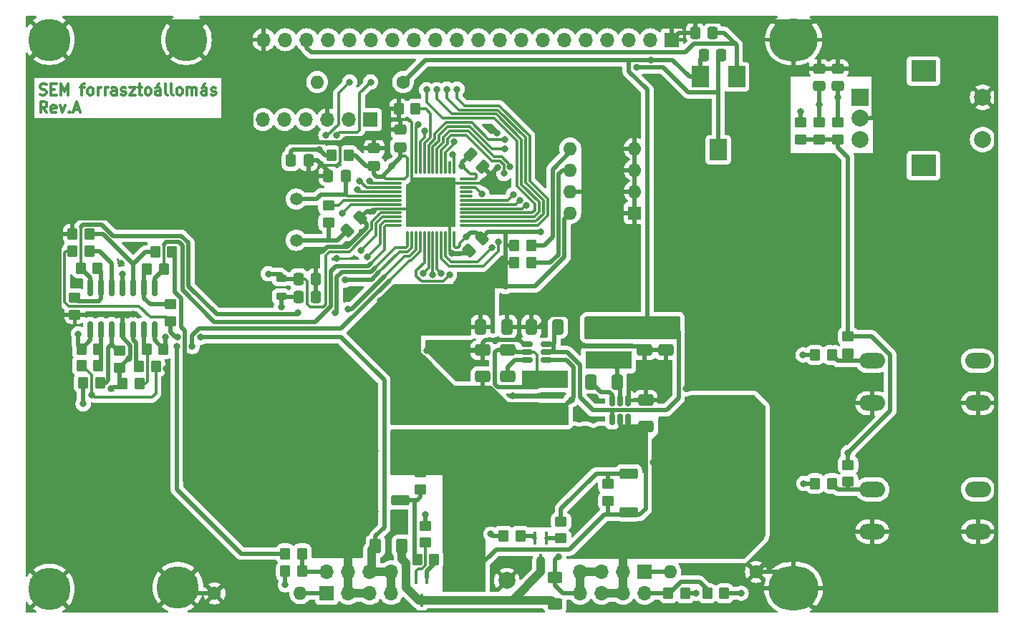
<source format=gtl>
G04 #@! TF.GenerationSoftware,KiCad,Pcbnew,7.0.6*
G04 #@! TF.CreationDate,2023-08-14T20:41:20+02:00*
G04 #@! TF.ProjectId,forrasztos,666f7272-6173-47a7-946f-732e6b696361,rev?*
G04 #@! TF.SameCoordinates,Original*
G04 #@! TF.FileFunction,Copper,L1,Top*
G04 #@! TF.FilePolarity,Positive*
%FSLAX46Y46*%
G04 Gerber Fmt 4.6, Leading zero omitted, Abs format (unit mm)*
G04 Created by KiCad (PCBNEW 7.0.6) date 2023-08-14 20:41:20*
%MOMM*%
%LPD*%
G01*
G04 APERTURE LIST*
G04 Aperture macros list*
%AMRoundRect*
0 Rectangle with rounded corners*
0 $1 Rounding radius*
0 $2 $3 $4 $5 $6 $7 $8 $9 X,Y pos of 4 corners*
0 Add a 4 corners polygon primitive as box body*
4,1,4,$2,$3,$4,$5,$6,$7,$8,$9,$2,$3,0*
0 Add four circle primitives for the rounded corners*
1,1,$1+$1,$2,$3*
1,1,$1+$1,$4,$5*
1,1,$1+$1,$6,$7*
1,1,$1+$1,$8,$9*
0 Add four rect primitives between the rounded corners*
20,1,$1+$1,$2,$3,$4,$5,0*
20,1,$1+$1,$4,$5,$6,$7,0*
20,1,$1+$1,$6,$7,$8,$9,0*
20,1,$1+$1,$8,$9,$2,$3,0*%
G04 Aperture macros list end*
%ADD10C,0.300000*%
G04 #@! TA.AperFunction,NonConductor*
%ADD11C,0.300000*%
G04 #@! TD*
G04 #@! TA.AperFunction,ComponentPad*
%ADD12O,3.048000X1.850000*%
G04 #@! TD*
G04 #@! TA.AperFunction,SMDPad,CuDef*
%ADD13RoundRect,0.150000X0.150000X-0.512500X0.150000X0.512500X-0.150000X0.512500X-0.150000X-0.512500X0*%
G04 #@! TD*
G04 #@! TA.AperFunction,SMDPad,CuDef*
%ADD14RoundRect,0.250000X0.400000X0.625000X-0.400000X0.625000X-0.400000X-0.625000X0.400000X-0.625000X0*%
G04 #@! TD*
G04 #@! TA.AperFunction,SMDPad,CuDef*
%ADD15RoundRect,0.250000X0.450000X-0.350000X0.450000X0.350000X-0.450000X0.350000X-0.450000X-0.350000X0*%
G04 #@! TD*
G04 #@! TA.AperFunction,ComponentPad*
%ADD16C,2.900000*%
G04 #@! TD*
G04 #@! TA.AperFunction,ConnectorPad*
%ADD17C,5.000000*%
G04 #@! TD*
G04 #@! TA.AperFunction,ComponentPad*
%ADD18O,3.670000X3.100000*%
G04 #@! TD*
G04 #@! TA.AperFunction,ConnectorPad*
%ADD19O,5.970000X5.200000*%
G04 #@! TD*
G04 #@! TA.AperFunction,ComponentPad*
%ADD20O,3.670000X2.900000*%
G04 #@! TD*
G04 #@! TA.AperFunction,ConnectorPad*
%ADD21O,5.770000X5.000000*%
G04 #@! TD*
G04 #@! TA.AperFunction,SMDPad,CuDef*
%ADD22RoundRect,0.250000X-0.337500X-0.475000X0.337500X-0.475000X0.337500X0.475000X-0.337500X0.475000X0*%
G04 #@! TD*
G04 #@! TA.AperFunction,ComponentPad*
%ADD23O,1.700000X1.700000*%
G04 #@! TD*
G04 #@! TA.AperFunction,ComponentPad*
%ADD24R,1.700000X1.700000*%
G04 #@! TD*
G04 #@! TA.AperFunction,SMDPad,CuDef*
%ADD25R,0.450000X1.500000*%
G04 #@! TD*
G04 #@! TA.AperFunction,SMDPad,CuDef*
%ADD26RoundRect,0.250000X0.475000X-0.337500X0.475000X0.337500X-0.475000X0.337500X-0.475000X-0.337500X0*%
G04 #@! TD*
G04 #@! TA.AperFunction,SMDPad,CuDef*
%ADD27RoundRect,0.250000X-0.350000X-0.450000X0.350000X-0.450000X0.350000X0.450000X-0.350000X0.450000X0*%
G04 #@! TD*
G04 #@! TA.AperFunction,SMDPad,CuDef*
%ADD28RoundRect,0.150000X-0.150000X0.825000X-0.150000X-0.825000X0.150000X-0.825000X0.150000X0.825000X0*%
G04 #@! TD*
G04 #@! TA.AperFunction,SMDPad,CuDef*
%ADD29RoundRect,0.150000X0.512500X0.150000X-0.512500X0.150000X-0.512500X-0.150000X0.512500X-0.150000X0*%
G04 #@! TD*
G04 #@! TA.AperFunction,SMDPad,CuDef*
%ADD30RoundRect,0.250000X-0.574524X-0.097227X-0.097227X-0.574524X0.574524X0.097227X0.097227X0.574524X0*%
G04 #@! TD*
G04 #@! TA.AperFunction,SMDPad,CuDef*
%ADD31RoundRect,0.250000X-1.275000X-1.125000X1.275000X-1.125000X1.275000X1.125000X-1.275000X1.125000X0*%
G04 #@! TD*
G04 #@! TA.AperFunction,SMDPad,CuDef*
%ADD32RoundRect,0.249997X-2.950003X-2.650003X2.950003X-2.650003X2.950003X2.650003X-2.950003X2.650003X0*%
G04 #@! TD*
G04 #@! TA.AperFunction,SMDPad,CuDef*
%ADD33RoundRect,0.250000X-0.850000X-0.350000X0.850000X-0.350000X0.850000X0.350000X-0.850000X0.350000X0*%
G04 #@! TD*
G04 #@! TA.AperFunction,SMDPad,CuDef*
%ADD34R,5.500000X2.150000*%
G04 #@! TD*
G04 #@! TA.AperFunction,SMDPad,CuDef*
%ADD35RoundRect,0.250000X-0.450000X0.350000X-0.450000X-0.350000X0.450000X-0.350000X0.450000X0.350000X0*%
G04 #@! TD*
G04 #@! TA.AperFunction,SMDPad,CuDef*
%ADD36RoundRect,0.250000X0.650000X-0.412500X0.650000X0.412500X-0.650000X0.412500X-0.650000X-0.412500X0*%
G04 #@! TD*
G04 #@! TA.AperFunction,SMDPad,CuDef*
%ADD37RoundRect,0.075000X-0.662500X-0.075000X0.662500X-0.075000X0.662500X0.075000X-0.662500X0.075000X0*%
G04 #@! TD*
G04 #@! TA.AperFunction,SMDPad,CuDef*
%ADD38RoundRect,0.075000X-0.075000X-0.662500X0.075000X-0.662500X0.075000X0.662500X-0.075000X0.662500X0*%
G04 #@! TD*
G04 #@! TA.AperFunction,SMDPad,CuDef*
%ADD39RoundRect,0.250000X0.350000X0.450000X-0.350000X0.450000X-0.350000X-0.450000X0.350000X-0.450000X0*%
G04 #@! TD*
G04 #@! TA.AperFunction,SMDPad,CuDef*
%ADD40RoundRect,0.250000X-0.097227X0.574524X-0.574524X0.097227X0.097227X-0.574524X0.574524X-0.097227X0*%
G04 #@! TD*
G04 #@! TA.AperFunction,SMDPad,CuDef*
%ADD41RoundRect,0.218750X-0.381250X0.218750X-0.381250X-0.218750X0.381250X-0.218750X0.381250X0.218750X0*%
G04 #@! TD*
G04 #@! TA.AperFunction,SMDPad,CuDef*
%ADD42RoundRect,0.250000X-0.412500X-0.650000X0.412500X-0.650000X0.412500X0.650000X-0.412500X0.650000X0*%
G04 #@! TD*
G04 #@! TA.AperFunction,SMDPad,CuDef*
%ADD43RoundRect,0.250000X0.412500X0.650000X-0.412500X0.650000X-0.412500X-0.650000X0.412500X-0.650000X0*%
G04 #@! TD*
G04 #@! TA.AperFunction,ComponentPad*
%ADD44C,1.600000*%
G04 #@! TD*
G04 #@! TA.AperFunction,ComponentPad*
%ADD45O,1.600000X1.600000*%
G04 #@! TD*
G04 #@! TA.AperFunction,SMDPad,CuDef*
%ADD46RoundRect,0.250000X0.625000X-0.400000X0.625000X0.400000X-0.625000X0.400000X-0.625000X-0.400000X0*%
G04 #@! TD*
G04 #@! TA.AperFunction,SMDPad,CuDef*
%ADD47R,2.000000X2.500000*%
G04 #@! TD*
G04 #@! TA.AperFunction,ComponentPad*
%ADD48C,1.500000*%
G04 #@! TD*
G04 #@! TA.AperFunction,ComponentPad*
%ADD49C,2.000000*%
G04 #@! TD*
G04 #@! TA.AperFunction,ComponentPad*
%ADD50R,1.600000X1.600000*%
G04 #@! TD*
G04 #@! TA.AperFunction,ComponentPad*
%ADD51R,2.000000X2.000000*%
G04 #@! TD*
G04 #@! TA.AperFunction,ComponentPad*
%ADD52R,3.000000X2.500000*%
G04 #@! TD*
G04 #@! TA.AperFunction,SMDPad,CuDef*
%ADD53RoundRect,0.250000X-0.650000X0.412500X-0.650000X-0.412500X0.650000X-0.412500X0.650000X0.412500X0*%
G04 #@! TD*
G04 #@! TA.AperFunction,SMDPad,CuDef*
%ADD54RoundRect,0.250000X1.275000X1.125000X-1.275000X1.125000X-1.275000X-1.125000X1.275000X-1.125000X0*%
G04 #@! TD*
G04 #@! TA.AperFunction,SMDPad,CuDef*
%ADD55RoundRect,0.249997X2.950003X2.650003X-2.950003X2.650003X-2.950003X-2.650003X2.950003X-2.650003X0*%
G04 #@! TD*
G04 #@! TA.AperFunction,SMDPad,CuDef*
%ADD56RoundRect,0.250000X0.850000X0.350000X-0.850000X0.350000X-0.850000X-0.350000X0.850000X-0.350000X0*%
G04 #@! TD*
G04 #@! TA.AperFunction,ViaPad*
%ADD57C,0.800000*%
G04 #@! TD*
G04 #@! TA.AperFunction,Conductor*
%ADD58C,0.500000*%
G04 #@! TD*
G04 #@! TA.AperFunction,Conductor*
%ADD59C,1.000000*%
G04 #@! TD*
G04 #@! TA.AperFunction,Conductor*
%ADD60C,0.300000*%
G04 #@! TD*
G04 APERTURE END LIST*
D10*
D11*
X94894987Y-71970400D02*
X95080701Y-72032304D01*
X95080701Y-72032304D02*
X95390225Y-72032304D01*
X95390225Y-72032304D02*
X95514034Y-71970400D01*
X95514034Y-71970400D02*
X95575939Y-71908495D01*
X95575939Y-71908495D02*
X95637844Y-71784685D01*
X95637844Y-71784685D02*
X95637844Y-71660876D01*
X95637844Y-71660876D02*
X95575939Y-71537066D01*
X95575939Y-71537066D02*
X95514034Y-71475161D01*
X95514034Y-71475161D02*
X95390225Y-71413257D01*
X95390225Y-71413257D02*
X95142606Y-71351352D01*
X95142606Y-71351352D02*
X95018796Y-71289447D01*
X95018796Y-71289447D02*
X94956891Y-71227542D01*
X94956891Y-71227542D02*
X94894987Y-71103733D01*
X94894987Y-71103733D02*
X94894987Y-70979923D01*
X94894987Y-70979923D02*
X94956891Y-70856114D01*
X94956891Y-70856114D02*
X95018796Y-70794209D01*
X95018796Y-70794209D02*
X95142606Y-70732304D01*
X95142606Y-70732304D02*
X95452129Y-70732304D01*
X95452129Y-70732304D02*
X95637844Y-70794209D01*
X96194986Y-71351352D02*
X96628320Y-71351352D01*
X96814034Y-72032304D02*
X96194986Y-72032304D01*
X96194986Y-72032304D02*
X96194986Y-70732304D01*
X96194986Y-70732304D02*
X96814034Y-70732304D01*
X97371176Y-72032304D02*
X97371176Y-70732304D01*
X97371176Y-70732304D02*
X97804510Y-71660876D01*
X97804510Y-71660876D02*
X98237843Y-70732304D01*
X98237843Y-70732304D02*
X98237843Y-72032304D01*
X99661652Y-71165638D02*
X100156890Y-71165638D01*
X99847366Y-72032304D02*
X99847366Y-70918019D01*
X99847366Y-70918019D02*
X99909271Y-70794209D01*
X99909271Y-70794209D02*
X100033081Y-70732304D01*
X100033081Y-70732304D02*
X100156890Y-70732304D01*
X100775938Y-72032304D02*
X100652128Y-71970400D01*
X100652128Y-71970400D02*
X100590223Y-71908495D01*
X100590223Y-71908495D02*
X100528319Y-71784685D01*
X100528319Y-71784685D02*
X100528319Y-71413257D01*
X100528319Y-71413257D02*
X100590223Y-71289447D01*
X100590223Y-71289447D02*
X100652128Y-71227542D01*
X100652128Y-71227542D02*
X100775938Y-71165638D01*
X100775938Y-71165638D02*
X100961652Y-71165638D01*
X100961652Y-71165638D02*
X101085461Y-71227542D01*
X101085461Y-71227542D02*
X101147366Y-71289447D01*
X101147366Y-71289447D02*
X101209271Y-71413257D01*
X101209271Y-71413257D02*
X101209271Y-71784685D01*
X101209271Y-71784685D02*
X101147366Y-71908495D01*
X101147366Y-71908495D02*
X101085461Y-71970400D01*
X101085461Y-71970400D02*
X100961652Y-72032304D01*
X100961652Y-72032304D02*
X100775938Y-72032304D01*
X101766413Y-72032304D02*
X101766413Y-71165638D01*
X101766413Y-71413257D02*
X101828318Y-71289447D01*
X101828318Y-71289447D02*
X101890223Y-71227542D01*
X101890223Y-71227542D02*
X102014032Y-71165638D01*
X102014032Y-71165638D02*
X102137842Y-71165638D01*
X102571175Y-72032304D02*
X102571175Y-71165638D01*
X102571175Y-71413257D02*
X102633080Y-71289447D01*
X102633080Y-71289447D02*
X102694985Y-71227542D01*
X102694985Y-71227542D02*
X102818794Y-71165638D01*
X102818794Y-71165638D02*
X102942604Y-71165638D01*
X103933080Y-72032304D02*
X103933080Y-71351352D01*
X103933080Y-71351352D02*
X103871175Y-71227542D01*
X103871175Y-71227542D02*
X103747366Y-71165638D01*
X103747366Y-71165638D02*
X103499747Y-71165638D01*
X103499747Y-71165638D02*
X103375937Y-71227542D01*
X103933080Y-71970400D02*
X103809271Y-72032304D01*
X103809271Y-72032304D02*
X103499747Y-72032304D01*
X103499747Y-72032304D02*
X103375937Y-71970400D01*
X103375937Y-71970400D02*
X103314033Y-71846590D01*
X103314033Y-71846590D02*
X103314033Y-71722780D01*
X103314033Y-71722780D02*
X103375937Y-71598971D01*
X103375937Y-71598971D02*
X103499747Y-71537066D01*
X103499747Y-71537066D02*
X103809271Y-71537066D01*
X103809271Y-71537066D02*
X103933080Y-71475161D01*
X104490223Y-71970400D02*
X104614032Y-72032304D01*
X104614032Y-72032304D02*
X104861651Y-72032304D01*
X104861651Y-72032304D02*
X104985461Y-71970400D01*
X104985461Y-71970400D02*
X105047365Y-71846590D01*
X105047365Y-71846590D02*
X105047365Y-71784685D01*
X105047365Y-71784685D02*
X104985461Y-71660876D01*
X104985461Y-71660876D02*
X104861651Y-71598971D01*
X104861651Y-71598971D02*
X104675937Y-71598971D01*
X104675937Y-71598971D02*
X104552127Y-71537066D01*
X104552127Y-71537066D02*
X104490223Y-71413257D01*
X104490223Y-71413257D02*
X104490223Y-71351352D01*
X104490223Y-71351352D02*
X104552127Y-71227542D01*
X104552127Y-71227542D02*
X104675937Y-71165638D01*
X104675937Y-71165638D02*
X104861651Y-71165638D01*
X104861651Y-71165638D02*
X104985461Y-71227542D01*
X105480699Y-71165638D02*
X106161651Y-71165638D01*
X106161651Y-71165638D02*
X105480699Y-72032304D01*
X105480699Y-72032304D02*
X106161651Y-72032304D01*
X106471175Y-71165638D02*
X106966413Y-71165638D01*
X106656889Y-70732304D02*
X106656889Y-71846590D01*
X106656889Y-71846590D02*
X106718794Y-71970400D01*
X106718794Y-71970400D02*
X106842604Y-72032304D01*
X106842604Y-72032304D02*
X106966413Y-72032304D01*
X107585461Y-72032304D02*
X107461651Y-71970400D01*
X107461651Y-71970400D02*
X107399746Y-71908495D01*
X107399746Y-71908495D02*
X107337842Y-71784685D01*
X107337842Y-71784685D02*
X107337842Y-71413257D01*
X107337842Y-71413257D02*
X107399746Y-71289447D01*
X107399746Y-71289447D02*
X107461651Y-71227542D01*
X107461651Y-71227542D02*
X107585461Y-71165638D01*
X107585461Y-71165638D02*
X107771175Y-71165638D01*
X107771175Y-71165638D02*
X107894984Y-71227542D01*
X107894984Y-71227542D02*
X107956889Y-71289447D01*
X107956889Y-71289447D02*
X108018794Y-71413257D01*
X108018794Y-71413257D02*
X108018794Y-71784685D01*
X108018794Y-71784685D02*
X107956889Y-71908495D01*
X107956889Y-71908495D02*
X107894984Y-71970400D01*
X107894984Y-71970400D02*
X107771175Y-72032304D01*
X107771175Y-72032304D02*
X107585461Y-72032304D01*
X109133079Y-72032304D02*
X109133079Y-71351352D01*
X109133079Y-71351352D02*
X109071174Y-71227542D01*
X109071174Y-71227542D02*
X108947365Y-71165638D01*
X108947365Y-71165638D02*
X108699746Y-71165638D01*
X108699746Y-71165638D02*
X108575936Y-71227542D01*
X109133079Y-71970400D02*
X109009270Y-72032304D01*
X109009270Y-72032304D02*
X108699746Y-72032304D01*
X108699746Y-72032304D02*
X108575936Y-71970400D01*
X108575936Y-71970400D02*
X108514032Y-71846590D01*
X108514032Y-71846590D02*
X108514032Y-71722780D01*
X108514032Y-71722780D02*
X108575936Y-71598971D01*
X108575936Y-71598971D02*
X108699746Y-71537066D01*
X108699746Y-71537066D02*
X109009270Y-71537066D01*
X109009270Y-71537066D02*
X109133079Y-71475161D01*
X108947365Y-70670400D02*
X108761651Y-70856114D01*
X109937841Y-72032304D02*
X109814031Y-71970400D01*
X109814031Y-71970400D02*
X109752126Y-71846590D01*
X109752126Y-71846590D02*
X109752126Y-70732304D01*
X110618793Y-72032304D02*
X110494983Y-71970400D01*
X110494983Y-71970400D02*
X110433078Y-71846590D01*
X110433078Y-71846590D02*
X110433078Y-70732304D01*
X111299745Y-72032304D02*
X111175935Y-71970400D01*
X111175935Y-71970400D02*
X111114030Y-71908495D01*
X111114030Y-71908495D02*
X111052126Y-71784685D01*
X111052126Y-71784685D02*
X111052126Y-71413257D01*
X111052126Y-71413257D02*
X111114030Y-71289447D01*
X111114030Y-71289447D02*
X111175935Y-71227542D01*
X111175935Y-71227542D02*
X111299745Y-71165638D01*
X111299745Y-71165638D02*
X111485459Y-71165638D01*
X111485459Y-71165638D02*
X111609268Y-71227542D01*
X111609268Y-71227542D02*
X111671173Y-71289447D01*
X111671173Y-71289447D02*
X111733078Y-71413257D01*
X111733078Y-71413257D02*
X111733078Y-71784685D01*
X111733078Y-71784685D02*
X111671173Y-71908495D01*
X111671173Y-71908495D02*
X111609268Y-71970400D01*
X111609268Y-71970400D02*
X111485459Y-72032304D01*
X111485459Y-72032304D02*
X111299745Y-72032304D01*
X112290220Y-72032304D02*
X112290220Y-71165638D01*
X112290220Y-71289447D02*
X112352125Y-71227542D01*
X112352125Y-71227542D02*
X112475935Y-71165638D01*
X112475935Y-71165638D02*
X112661649Y-71165638D01*
X112661649Y-71165638D02*
X112785458Y-71227542D01*
X112785458Y-71227542D02*
X112847363Y-71351352D01*
X112847363Y-71351352D02*
X112847363Y-72032304D01*
X112847363Y-71351352D02*
X112909268Y-71227542D01*
X112909268Y-71227542D02*
X113033077Y-71165638D01*
X113033077Y-71165638D02*
X113218792Y-71165638D01*
X113218792Y-71165638D02*
X113342601Y-71227542D01*
X113342601Y-71227542D02*
X113404506Y-71351352D01*
X113404506Y-71351352D02*
X113404506Y-72032304D01*
X114580696Y-72032304D02*
X114580696Y-71351352D01*
X114580696Y-71351352D02*
X114518791Y-71227542D01*
X114518791Y-71227542D02*
X114394982Y-71165638D01*
X114394982Y-71165638D02*
X114147363Y-71165638D01*
X114147363Y-71165638D02*
X114023553Y-71227542D01*
X114580696Y-71970400D02*
X114456887Y-72032304D01*
X114456887Y-72032304D02*
X114147363Y-72032304D01*
X114147363Y-72032304D02*
X114023553Y-71970400D01*
X114023553Y-71970400D02*
X113961649Y-71846590D01*
X113961649Y-71846590D02*
X113961649Y-71722780D01*
X113961649Y-71722780D02*
X114023553Y-71598971D01*
X114023553Y-71598971D02*
X114147363Y-71537066D01*
X114147363Y-71537066D02*
X114456887Y-71537066D01*
X114456887Y-71537066D02*
X114580696Y-71475161D01*
X114394982Y-70670400D02*
X114209268Y-70856114D01*
X115137839Y-71970400D02*
X115261648Y-72032304D01*
X115261648Y-72032304D02*
X115509267Y-72032304D01*
X115509267Y-72032304D02*
X115633077Y-71970400D01*
X115633077Y-71970400D02*
X115694981Y-71846590D01*
X115694981Y-71846590D02*
X115694981Y-71784685D01*
X115694981Y-71784685D02*
X115633077Y-71660876D01*
X115633077Y-71660876D02*
X115509267Y-71598971D01*
X115509267Y-71598971D02*
X115323553Y-71598971D01*
X115323553Y-71598971D02*
X115199743Y-71537066D01*
X115199743Y-71537066D02*
X115137839Y-71413257D01*
X115137839Y-71413257D02*
X115137839Y-71351352D01*
X115137839Y-71351352D02*
X115199743Y-71227542D01*
X115199743Y-71227542D02*
X115323553Y-71165638D01*
X115323553Y-71165638D02*
X115509267Y-71165638D01*
X115509267Y-71165638D02*
X115633077Y-71227542D01*
X95699748Y-74125304D02*
X95266415Y-73506257D01*
X94956891Y-74125304D02*
X94956891Y-72825304D01*
X94956891Y-72825304D02*
X95452129Y-72825304D01*
X95452129Y-72825304D02*
X95575939Y-72887209D01*
X95575939Y-72887209D02*
X95637844Y-72949114D01*
X95637844Y-72949114D02*
X95699748Y-73072923D01*
X95699748Y-73072923D02*
X95699748Y-73258638D01*
X95699748Y-73258638D02*
X95637844Y-73382447D01*
X95637844Y-73382447D02*
X95575939Y-73444352D01*
X95575939Y-73444352D02*
X95452129Y-73506257D01*
X95452129Y-73506257D02*
X94956891Y-73506257D01*
X96752129Y-74063400D02*
X96628320Y-74125304D01*
X96628320Y-74125304D02*
X96380701Y-74125304D01*
X96380701Y-74125304D02*
X96256891Y-74063400D01*
X96256891Y-74063400D02*
X96194987Y-73939590D01*
X96194987Y-73939590D02*
X96194987Y-73444352D01*
X96194987Y-73444352D02*
X96256891Y-73320542D01*
X96256891Y-73320542D02*
X96380701Y-73258638D01*
X96380701Y-73258638D02*
X96628320Y-73258638D01*
X96628320Y-73258638D02*
X96752129Y-73320542D01*
X96752129Y-73320542D02*
X96814034Y-73444352D01*
X96814034Y-73444352D02*
X96814034Y-73568161D01*
X96814034Y-73568161D02*
X96194987Y-73691971D01*
X97247368Y-73258638D02*
X97556892Y-74125304D01*
X97556892Y-74125304D02*
X97866415Y-73258638D01*
X98361653Y-74001495D02*
X98423558Y-74063400D01*
X98423558Y-74063400D02*
X98361653Y-74125304D01*
X98361653Y-74125304D02*
X98299749Y-74063400D01*
X98299749Y-74063400D02*
X98361653Y-74001495D01*
X98361653Y-74001495D02*
X98361653Y-74125304D01*
X98918797Y-73753876D02*
X99537844Y-73753876D01*
X98794987Y-74125304D02*
X99228320Y-72825304D01*
X99228320Y-72825304D02*
X99661654Y-74125304D01*
D12*
X193300000Y-118700000D03*
X205800000Y-118700000D03*
X193300000Y-123700000D03*
X205800000Y-123700000D03*
D13*
X162550000Y-108175000D03*
X163500000Y-108175000D03*
X164450000Y-108175000D03*
X164450000Y-110450000D03*
X163500000Y-110450000D03*
X162550000Y-110450000D03*
D14*
X137650000Y-125400000D03*
X134550000Y-125400000D03*
D15*
X190440000Y-117800000D03*
X190440000Y-115800000D03*
D16*
X111200000Y-130300000D03*
D17*
X111200000Y-130300000D03*
D18*
X184000000Y-130400000D03*
D19*
X184000000Y-130400000D03*
D20*
X184000000Y-65500000D03*
D21*
X184000000Y-65500000D03*
D15*
X184850000Y-77300000D03*
X184850000Y-75300000D03*
D22*
X173362500Y-67300000D03*
X175437500Y-67300000D03*
D23*
X131340000Y-131010000D03*
X133880000Y-131010000D03*
X131340000Y-128470000D03*
X136420000Y-131010000D03*
X133880000Y-128470000D03*
X136420000Y-128470000D03*
D24*
X128800000Y-131010000D03*
D23*
X128800000Y-128470000D03*
D25*
X140650000Y-129140000D03*
X139350000Y-129140000D03*
X140000000Y-131800000D03*
D26*
X134400000Y-80437500D03*
X134400000Y-78362500D03*
D22*
X125462501Y-93800000D03*
X127537501Y-93800000D03*
X125462500Y-95900001D03*
X127537500Y-95900001D03*
D15*
X129000000Y-87100000D03*
X129000000Y-85100000D03*
D27*
X129400000Y-79200000D03*
X131400000Y-79200000D03*
X106585000Y-104185000D03*
X108585000Y-104185000D03*
D15*
X187050000Y-77300000D03*
X187050000Y-75300000D03*
D28*
X108435000Y-94865000D03*
X107165000Y-94865000D03*
X105895000Y-94865000D03*
X104625000Y-94865000D03*
X103355000Y-94865000D03*
X102085000Y-94865000D03*
X100815000Y-94865000D03*
X100815000Y-99815000D03*
X102085000Y-99815000D03*
X103355000Y-99815000D03*
X104625000Y-99815000D03*
X105895000Y-99815000D03*
X107165000Y-99815000D03*
X108435000Y-99815000D03*
D22*
X172362500Y-64700000D03*
X174437500Y-64700000D03*
D29*
X154787500Y-103425000D03*
X154787500Y-102475000D03*
X154787500Y-101525000D03*
X152512500Y-101525000D03*
X152512500Y-102475000D03*
X152512500Y-103425000D03*
D30*
X145766377Y-79066377D03*
X147233623Y-80533623D03*
D27*
X139500000Y-127000000D03*
X141500000Y-127000000D03*
D31*
X169125000Y-117575000D03*
X169125000Y-120625000D03*
D32*
X170800000Y-119100000D03*
D31*
X172475000Y-117575000D03*
X172475000Y-120625000D03*
D33*
X164500000Y-116820000D03*
X164500000Y-121380000D03*
D34*
X154612500Y-105650000D03*
X154612500Y-109500000D03*
D35*
X139900000Y-116700000D03*
X139900000Y-118700000D03*
D36*
X147212500Y-105337500D03*
X147212500Y-102212500D03*
D37*
X136930500Y-81987500D03*
X136930500Y-82487500D03*
X136930500Y-82987500D03*
X136930500Y-83487500D03*
X136930500Y-83987500D03*
X136930500Y-84487500D03*
X136930500Y-84987500D03*
X136930500Y-85487500D03*
X136930500Y-85987500D03*
X136930500Y-86487500D03*
X136930500Y-86987500D03*
X136930500Y-87487500D03*
D38*
X138343000Y-88900000D03*
X138843000Y-88900000D03*
X139343000Y-88900000D03*
X139843000Y-88900000D03*
X140343000Y-88900000D03*
X140843000Y-88900000D03*
X141343000Y-88900000D03*
X141843000Y-88900000D03*
X142343000Y-88900000D03*
X142843000Y-88900000D03*
X143343000Y-88900000D03*
X143843000Y-88900000D03*
D37*
X145255500Y-87487500D03*
X145255500Y-86987500D03*
X145255500Y-86487500D03*
X145255500Y-85987500D03*
X145255500Y-85487500D03*
X145255500Y-84987500D03*
X145255500Y-84487500D03*
X145255500Y-83987500D03*
X145255500Y-83487500D03*
X145255500Y-82987500D03*
X145255500Y-82487500D03*
X145255500Y-81987500D03*
D38*
X143843000Y-80575000D03*
X143343000Y-80575000D03*
X142843000Y-80575000D03*
X142343000Y-80575000D03*
X141843000Y-80575000D03*
X141343000Y-80575000D03*
X140843000Y-80575000D03*
X140343000Y-80575000D03*
X139843000Y-80575000D03*
X139343000Y-80575000D03*
X138843000Y-80575000D03*
X138343000Y-80575000D03*
D26*
X189250000Y-71000000D03*
X189250000Y-68925000D03*
D22*
X124562500Y-79800000D03*
X126637500Y-79800000D03*
D39*
X106685000Y-106185000D03*
X104685000Y-106185000D03*
D27*
X123900000Y-126300000D03*
X125900000Y-126300000D03*
D40*
X147133623Y-88966377D03*
X145666377Y-90433623D03*
D41*
X123400000Y-93737500D03*
X123400000Y-95862500D03*
D27*
X98715000Y-88515000D03*
X100715000Y-88515000D03*
X108522107Y-90615000D03*
X110522107Y-90615000D03*
D39*
X171200000Y-131000000D03*
X169200000Y-131000000D03*
D23*
X163860000Y-128460000D03*
X163860000Y-131000000D03*
X161320000Y-131000000D03*
X161320000Y-128460000D03*
X158780000Y-128460000D03*
X158780000Y-131000000D03*
D24*
X166400000Y-128460000D03*
D23*
X166400000Y-131000000D03*
D27*
X107485000Y-102085000D03*
X109485000Y-102085000D03*
D24*
X169615000Y-65500000D03*
D23*
X167075000Y-65500000D03*
X164535000Y-65500000D03*
X161995000Y-65500000D03*
X159455000Y-65500000D03*
X156915000Y-65500000D03*
X154375000Y-65500000D03*
X151835000Y-65500000D03*
X149295000Y-65500000D03*
X146755000Y-65500000D03*
X144215000Y-65500000D03*
X141675000Y-65500000D03*
X139135000Y-65500000D03*
X136595000Y-65500000D03*
X134055000Y-65500000D03*
X131515000Y-65500000D03*
X128975000Y-65500000D03*
X126435000Y-65500000D03*
X123895000Y-65500000D03*
X121355000Y-65500000D03*
D35*
X99015000Y-96015000D03*
X99015000Y-98015000D03*
D27*
X151000000Y-91900000D03*
X153000000Y-91900000D03*
D24*
X133981000Y-74958500D03*
D23*
X131441000Y-74958500D03*
X128901000Y-74958500D03*
X126361000Y-74958500D03*
X123821000Y-74958500D03*
X121281000Y-74958500D03*
D42*
X147000000Y-99475000D03*
X150125000Y-99475000D03*
D15*
X140500000Y-125000000D03*
X140500000Y-123000000D03*
D26*
X137500000Y-78200000D03*
X137500000Y-76125000D03*
D39*
X101985000Y-106085000D03*
X99985000Y-106085000D03*
D43*
X156125000Y-99475000D03*
X153000000Y-99475000D03*
D44*
X179560000Y-128460000D03*
D45*
X169400000Y-128460000D03*
D36*
X150212500Y-105337500D03*
X150212500Y-102212500D03*
X166500000Y-111237500D03*
X166500000Y-108112500D03*
D15*
X104285000Y-104285000D03*
X104285000Y-102285000D03*
D39*
X101785000Y-102085000D03*
X99785000Y-102085000D03*
X100715000Y-90515000D03*
X98715000Y-90515000D03*
X101715000Y-92515000D03*
X99715000Y-92515000D03*
D44*
X137830000Y-70500000D03*
D45*
X127670000Y-70500000D03*
D12*
X193300000Y-103500000D03*
X205800000Y-103500000D03*
X193300000Y-108500000D03*
X205800000Y-108500000D03*
D46*
X155800000Y-132250000D03*
X155800000Y-129150000D03*
D47*
X172950000Y-69875000D03*
X175100000Y-78525000D03*
X177250000Y-69875000D03*
D26*
X187050000Y-71000000D03*
X187050000Y-68925000D03*
D16*
X96000000Y-65500000D03*
D17*
X96000000Y-65500000D03*
D27*
X99785000Y-104085000D03*
X101785000Y-104085000D03*
D15*
X189250000Y-77300000D03*
X189250000Y-75300000D03*
D48*
X125200000Y-84350000D03*
X125200000Y-89230000D03*
D35*
X156500000Y-122500000D03*
X156500000Y-124500000D03*
D27*
X137299000Y-73688500D03*
X139299000Y-73688500D03*
D15*
X162075000Y-120075000D03*
X162075000Y-118075000D03*
D49*
X145100000Y-129500000D03*
X150100000Y-129500000D03*
D40*
X132733623Y-86566377D03*
X131266377Y-88033623D03*
D16*
X112200000Y-65500000D03*
D17*
X112200000Y-65500000D03*
D50*
X165200000Y-86000000D03*
D45*
X165200000Y-83460000D03*
X165200000Y-80920000D03*
X165200000Y-78380000D03*
X157580000Y-78380000D03*
X157580000Y-80920000D03*
X157580000Y-83460000D03*
X157580000Y-86000000D03*
D42*
X160000000Y-105975000D03*
X163125000Y-105975000D03*
D27*
X151000000Y-89800000D03*
X153000000Y-89800000D03*
D44*
X115520000Y-131000000D03*
D45*
X125680000Y-131000000D03*
D22*
X128962500Y-81600000D03*
X131037500Y-81600000D03*
D16*
X96000000Y-130500000D03*
D17*
X96000000Y-130500000D03*
D51*
X191850000Y-72300000D03*
D49*
X191850000Y-77300000D03*
X191850000Y-74800000D03*
D52*
X199350000Y-69200000D03*
X199350000Y-80400000D03*
D49*
X206350000Y-72300000D03*
X206350000Y-77300000D03*
D15*
X190440000Y-102600000D03*
X190440000Y-100600000D03*
D53*
X168900000Y-99112500D03*
X168900000Y-102237500D03*
D39*
X125900000Y-128400000D03*
X123900000Y-128400000D03*
D34*
X162100000Y-103400000D03*
X162100000Y-99550000D03*
D39*
X151700000Y-124200000D03*
X149700000Y-124200000D03*
D53*
X166400000Y-99112500D03*
X166400000Y-102237500D03*
D27*
X186540000Y-102800000D03*
X188540000Y-102800000D03*
X186540000Y-118000000D03*
X188540000Y-118000000D03*
D25*
X154750000Y-124470000D03*
X153450000Y-124470000D03*
X154100000Y-127130000D03*
D15*
X110315000Y-98815000D03*
X110315000Y-96815000D03*
D27*
X107515000Y-92615000D03*
X109515000Y-92615000D03*
X173800000Y-131000000D03*
X175800000Y-131000000D03*
D54*
X132875000Y-119225000D03*
X132875000Y-116175000D03*
D55*
X131200000Y-117700000D03*
D54*
X129525000Y-119225000D03*
X129525000Y-116175000D03*
D56*
X137500000Y-119980000D03*
X137500000Y-115420000D03*
D57*
X137450000Y-122850000D03*
X159300000Y-120850000D03*
X188650000Y-101250000D03*
X182950000Y-74950000D03*
X174700000Y-93900000D03*
X181950000Y-104450000D03*
X187350000Y-106450000D03*
X159800000Y-89550000D03*
X148950000Y-76549500D03*
X131850000Y-95150000D03*
X109784500Y-104400000D03*
X105400000Y-103250000D03*
X96841963Y-99481698D03*
X99200000Y-94350000D03*
X104450000Y-91950000D03*
X106100000Y-90050000D03*
X150750000Y-107600000D03*
X160500000Y-107800000D03*
X160300000Y-110500000D03*
X158650000Y-110400000D03*
X168850000Y-96950000D03*
X172150000Y-104500000D03*
X165600000Y-105900000D03*
X167500000Y-104600000D03*
X158150000Y-95350000D03*
X153900000Y-95950000D03*
X144200000Y-103850000D03*
X150350000Y-97100000D03*
X165150000Y-94800000D03*
X168400000Y-94200000D03*
X162450000Y-72200000D03*
X168000000Y-71000000D03*
X180050000Y-70650000D03*
X170300000Y-74950000D03*
X192394226Y-65793532D03*
X197400000Y-89550000D03*
X206050000Y-97150000D03*
X205000000Y-113250000D03*
X204850000Y-121300000D03*
X185950000Y-112050000D03*
X188050000Y-122000000D03*
X176550000Y-128750000D03*
X151250000Y-127050000D03*
X103300000Y-109450000D03*
X118500000Y-127800000D03*
X109500000Y-109300000D03*
X116100000Y-88450000D03*
X119650000Y-94550000D03*
X116650000Y-94850000D03*
X127550000Y-82700000D03*
X130000000Y-91350000D03*
X121600000Y-85350000D03*
X121500000Y-87600000D03*
X121550000Y-82950000D03*
X127000000Y-86800000D03*
X121950000Y-79450000D03*
X122250000Y-69400000D03*
X132700000Y-69900000D03*
X130150000Y-68550000D03*
X135600000Y-68350000D03*
X135450000Y-71150000D03*
X142900000Y-69600000D03*
X145600000Y-69750000D03*
X148100000Y-69600000D03*
X150300000Y-71200000D03*
X152950000Y-70300000D03*
X156550000Y-74150000D03*
X137700000Y-126950000D03*
X168900000Y-106800000D03*
X103325000Y-106805000D03*
X171300000Y-106800000D03*
X147200000Y-82400000D03*
X181400000Y-124700000D03*
X134300000Y-85737000D03*
X148987083Y-80612917D03*
X130400000Y-77800000D03*
X105925000Y-98005000D03*
X143600000Y-90800000D03*
X127537501Y-92162499D03*
X140600000Y-102300000D03*
X167100000Y-67900000D03*
X165450000Y-68800000D03*
X136521000Y-80419500D03*
X145300000Y-88800000D03*
X123900000Y-130000000D03*
X149900000Y-94700000D03*
X144800000Y-80419500D03*
X177800000Y-131000000D03*
X154100000Y-88250000D03*
X123400000Y-97100000D03*
X157700000Y-108100000D03*
X190440000Y-114360000D03*
X135100000Y-96400000D03*
X121900000Y-93200000D03*
X104625000Y-93205000D03*
X189250000Y-72300000D03*
X150487083Y-80500000D03*
X149737083Y-81320023D03*
X187050000Y-73200000D03*
X127900000Y-78514000D03*
X130614683Y-86000000D03*
X132300000Y-113300000D03*
X127300000Y-117700000D03*
X128200000Y-121300001D03*
X129999999Y-114099999D03*
X127300000Y-115000000D03*
X130900001Y-114099999D03*
X133600000Y-114099999D03*
X134500000Y-114099999D03*
X127300000Y-118600000D03*
X128699999Y-113300000D03*
X129600000Y-113299999D03*
X131400000Y-113300000D03*
X134100000Y-113300000D03*
X132300000Y-122100001D03*
X127800000Y-113300000D03*
X133200000Y-113300000D03*
X131800000Y-121300001D03*
X126400000Y-119500000D03*
X132700000Y-121300001D03*
X130900000Y-121300000D03*
X127300000Y-121300001D03*
X127300000Y-120400000D03*
X133600000Y-121300001D03*
X129599999Y-122100001D03*
X131400000Y-122100001D03*
X126400000Y-120400000D03*
X129099999Y-121300001D03*
X128200000Y-114099999D03*
X127300000Y-116800000D03*
X130500001Y-122100001D03*
X129099999Y-114099999D03*
X127300000Y-114099999D03*
X127800000Y-122100001D03*
X128699999Y-122100001D03*
X126400000Y-115000000D03*
X133200000Y-122100001D03*
X134500000Y-121300001D03*
X126900000Y-122100001D03*
X127300000Y-119500000D03*
X126400000Y-115900000D03*
X130000000Y-121300000D03*
X126400000Y-116800000D03*
X126400000Y-117700000D03*
X126900000Y-113300000D03*
X126400000Y-121300000D03*
X130500000Y-113299999D03*
X134100000Y-122100001D03*
X127300000Y-115900000D03*
X126400000Y-114100000D03*
X126400000Y-118600000D03*
X131800000Y-114099999D03*
X132700000Y-114099999D03*
X113900000Y-100700000D03*
X111175500Y-100700000D03*
X150842800Y-83858340D03*
X151605423Y-84504414D03*
X152426876Y-85083606D03*
X140343000Y-76273000D03*
X139592500Y-75500000D03*
X149057647Y-89400000D03*
X148300000Y-90100000D03*
X144200000Y-71349500D03*
X143000000Y-71349500D03*
X141800000Y-71400000D03*
X140600000Y-71400000D03*
X130000000Y-76800000D03*
X140200000Y-93150500D03*
X134000000Y-70500000D03*
X131500000Y-70500000D03*
X128691581Y-76815000D03*
X141300000Y-93300000D03*
X142320023Y-93149500D03*
X143644730Y-79067230D03*
X147149500Y-83738000D03*
X143841500Y-77567730D03*
X168700000Y-123500001D03*
X172300001Y-123500001D03*
X175500000Y-116400000D03*
X174100000Y-114700000D03*
X172800001Y-115499999D03*
X175500000Y-118200000D03*
X173200001Y-123500001D03*
X168700000Y-114700000D03*
X170100000Y-122700001D03*
X167400000Y-115499999D03*
X174600000Y-120000000D03*
X170500000Y-114700000D03*
X171000000Y-122700000D03*
X175000000Y-123500001D03*
X167800000Y-123500001D03*
X100000000Y-108585000D03*
X172800001Y-122700001D03*
X171400000Y-114699999D03*
X175500000Y-117300000D03*
X169600000Y-123500001D03*
X167400000Y-122700001D03*
X171900000Y-122700000D03*
X170999999Y-115499999D03*
X169200000Y-115499999D03*
X168300000Y-115499999D03*
X170100000Y-115499999D03*
X174600000Y-115499999D03*
X175500000Y-115500000D03*
X174600000Y-116400000D03*
X175500000Y-119100000D03*
X174600000Y-119100000D03*
X173200001Y-114700000D03*
X175500000Y-121800000D03*
X174600000Y-120900000D03*
X175500000Y-120900000D03*
X174600000Y-117300000D03*
X172300000Y-114699999D03*
X175000000Y-114700000D03*
X173700000Y-122700001D03*
X170500000Y-123500001D03*
X169200000Y-122700001D03*
X175500000Y-122700000D03*
X168300000Y-122700001D03*
X171900001Y-115499999D03*
X175500000Y-120000000D03*
X167800000Y-114700000D03*
X171399999Y-123500001D03*
X174600000Y-122700001D03*
X174600000Y-118200000D03*
X169600000Y-114700000D03*
X174600000Y-121800000D03*
X173700000Y-115499999D03*
X174100000Y-123500001D03*
X101000000Y-107500000D03*
X156200000Y-126700000D03*
X133833360Y-82234000D03*
X184850000Y-74000000D03*
X149836583Y-77300000D03*
X149836583Y-78400000D03*
X111100000Y-101800000D03*
X112900000Y-101800000D03*
X140500000Y-121700000D03*
X132838973Y-90446263D03*
X99425000Y-100305000D03*
X131000000Y-93900000D03*
X172500000Y-131000000D03*
X143303653Y-93349500D03*
X148200000Y-124000000D03*
X133596355Y-91203645D03*
X132698397Y-82206112D03*
X185100000Y-102800000D03*
X125400000Y-97800000D03*
X129800000Y-97800000D03*
X109685000Y-100685000D03*
X131300000Y-97400000D03*
X132449500Y-83238000D03*
X185200000Y-118000000D03*
D58*
X125400000Y-97800000D02*
X125200000Y-98000000D01*
X125200000Y-98000000D02*
X115800000Y-98000000D01*
X115800000Y-98000000D02*
X112425000Y-94625000D01*
X112425000Y-94625000D02*
X112425000Y-89515050D01*
X112425000Y-89515050D02*
X111614950Y-88705000D01*
X111614950Y-88705000D02*
X103554950Y-88705000D01*
X103554950Y-88705000D02*
X102214950Y-87365000D01*
X102214950Y-87365000D02*
X99955000Y-87365000D01*
X99955000Y-87365000D02*
X99715000Y-87605000D01*
D59*
X150781496Y-131800000D02*
X155350000Y-131800000D01*
X155350000Y-131800000D02*
X155800000Y-132250000D01*
X139700000Y-131800000D02*
X150781496Y-131800000D01*
X150781496Y-131800000D02*
X154100000Y-128481496D01*
X154100000Y-128481496D02*
X154100000Y-127130000D01*
X137700000Y-126950000D02*
X138200000Y-127450000D01*
X138200000Y-127450000D02*
X138200000Y-130300000D01*
X138200000Y-130300000D02*
X139700000Y-131800000D01*
X139700000Y-131800000D02*
X140000000Y-131800000D01*
X137700000Y-125450000D02*
X137650000Y-125400000D01*
X137700000Y-126950000D02*
X137700000Y-125450000D01*
D58*
X113900000Y-100700000D02*
X130500000Y-100700000D01*
X130500000Y-100700000D02*
X135600000Y-105800000D01*
X135600000Y-105800000D02*
X135600000Y-123200000D01*
X135600000Y-123200000D02*
X134550000Y-124250000D01*
X134550000Y-124250000D02*
X134550000Y-125400000D01*
X162562499Y-108175000D02*
X162562499Y-107537499D01*
X161200000Y-107175000D02*
X160000000Y-105975000D01*
X162200000Y-107175000D02*
X161200000Y-107175000D01*
X162562499Y-107537499D02*
X162200000Y-107175000D01*
X163512499Y-108175000D02*
X163512499Y-106362499D01*
X163125000Y-104425000D02*
X162100000Y-103400000D01*
X163125000Y-105975000D02*
X163125000Y-104425000D01*
X163512499Y-106362499D02*
X163125000Y-105975000D01*
X164500000Y-111237500D02*
X163637500Y-111237500D01*
X164820000Y-121700000D02*
X164500000Y-121380000D01*
X161600000Y-121700000D02*
X162700000Y-121700000D01*
X166500000Y-111237500D02*
X164500000Y-111237500D01*
X145100000Y-115420000D02*
X139820000Y-115420000D01*
X145100000Y-129500000D02*
X145100000Y-115420000D01*
X166500000Y-116100000D02*
X166500000Y-121000000D01*
X165800000Y-121700000D02*
X164820000Y-121700000D01*
X145100000Y-115420000D02*
X166480000Y-115420000D01*
X166500000Y-121000000D02*
X165800000Y-121700000D01*
X139820000Y-115420000D02*
X139900000Y-115500000D01*
X164462499Y-110450000D02*
X164462499Y-111199999D01*
X163512499Y-111112499D02*
X163512499Y-110450000D01*
X164500000Y-121380000D02*
X164180000Y-121700000D01*
X145100000Y-129500000D02*
X148800000Y-125800000D01*
X163637500Y-111237500D02*
X163512499Y-111112499D01*
X157500000Y-125800000D02*
X161600000Y-121700000D01*
X166500000Y-116100000D02*
X166500000Y-111237500D01*
X164462499Y-111199999D02*
X164500000Y-111237500D01*
X139900000Y-115500000D02*
X139900000Y-116700000D01*
X166480000Y-115420000D02*
X166500000Y-115400000D01*
X164180000Y-121700000D02*
X162700000Y-121700000D01*
X166500000Y-115400000D02*
X166500000Y-116100000D01*
X148800000Y-125800000D02*
X157500000Y-125800000D01*
X137500000Y-115420000D02*
X139820000Y-115420000D01*
X162075000Y-121700000D02*
X162075000Y-120075000D01*
X203300000Y-108100000D02*
X203700000Y-108500000D01*
X193500000Y-69250000D02*
X193500000Y-74800000D01*
X203300000Y-74800000D02*
X203300000Y-108100000D01*
X140600000Y-102300000D02*
X147125000Y-102300000D01*
D60*
X139012500Y-85487500D02*
X139916959Y-84583041D01*
D58*
X128901000Y-73401000D02*
X128700000Y-73200000D01*
X166500000Y-106000000D02*
X166500000Y-108112500D01*
D60*
X139916959Y-83339582D02*
X139916959Y-82487500D01*
D58*
X168900000Y-106800000D02*
X168900000Y-102237500D01*
X158525000Y-98075000D02*
X158500000Y-98075000D01*
X136140000Y-76863500D02*
X136140000Y-74958500D01*
X147612500Y-100975000D02*
X147212500Y-101375000D01*
X168900000Y-102237500D02*
X168900000Y-103400000D01*
X133500000Y-87700000D02*
X133500000Y-87332754D01*
X128962500Y-81600000D02*
X126800000Y-81600000D01*
X134400000Y-78362500D02*
X134400000Y-77155500D01*
X135886000Y-77117500D02*
X136140000Y-76863500D01*
X189250000Y-68925000D02*
X193175000Y-68925000D01*
X128700000Y-73200000D02*
X119900000Y-73200000D01*
X104285000Y-104285000D02*
X104285000Y-105785000D01*
D60*
X136930500Y-85487500D02*
X139012500Y-85487500D01*
D58*
X137500000Y-76125000D02*
X137537000Y-76088000D01*
X166400000Y-102237500D02*
X165937500Y-101775000D01*
X105585000Y-102985000D02*
X104285000Y-104285000D01*
X128300000Y-90600000D02*
X128900000Y-90000000D01*
X105585000Y-101674949D02*
X105585000Y-102985000D01*
D60*
X130400000Y-80000000D02*
X130400000Y-77800000D01*
D58*
X151562500Y-99475000D02*
X151562500Y-100975000D01*
X127500000Y-90600000D02*
X128300000Y-90600000D01*
X124400000Y-82800000D02*
X123600000Y-83600000D01*
X105925000Y-98005000D02*
X104625000Y-98005000D01*
X158500000Y-101100000D02*
X158500000Y-98075000D01*
X134400000Y-77155500D02*
X134362000Y-77117500D01*
D60*
X138843000Y-82343000D02*
X138987500Y-82487500D01*
D58*
X128900000Y-90000000D02*
X131200000Y-90000000D01*
X119900000Y-86600000D02*
X119900000Y-73200000D01*
D60*
X138843000Y-75248500D02*
X138553000Y-74958500D01*
D58*
X164600000Y-106700000D02*
X168800000Y-106700000D01*
D60*
X134300000Y-85737000D02*
X134549500Y-85487500D01*
X139916959Y-82487500D02*
X145255500Y-82487500D01*
D58*
X171300000Y-106800000D02*
X179700000Y-106800000D01*
D60*
X128300000Y-80400000D02*
X130000000Y-80400000D01*
D58*
X153900000Y-99475000D02*
X153000000Y-99475000D01*
X153000000Y-99475000D02*
X151562500Y-99475000D01*
X97215000Y-88500000D02*
X97215000Y-86785000D01*
D60*
X147200000Y-82400000D02*
X147112500Y-82487500D01*
D58*
X127700000Y-79800000D02*
X126637500Y-79800000D01*
X97215000Y-97615000D02*
X97215000Y-88500000D01*
X193300000Y-108500000D02*
X181400000Y-108500000D01*
X164462499Y-106837501D02*
X164600000Y-106700000D01*
X119900000Y-88300000D02*
X119900000Y-86600000D01*
X119835000Y-86665000D02*
X119900000Y-86600000D01*
X119900000Y-77664500D02*
X130264500Y-77664500D01*
X203700000Y-108500000D02*
X205800000Y-108500000D01*
X166400000Y-102237500D02*
X168900000Y-102237500D01*
X123600000Y-90000000D02*
X124400000Y-90800000D01*
X97615000Y-98015000D02*
X97215000Y-97615000D01*
X170415000Y-64700000D02*
X169615000Y-65500000D01*
D60*
X143343000Y-88900000D02*
X143343000Y-86765623D01*
D58*
X136151500Y-73688500D02*
X137299000Y-73688500D01*
X128901000Y-74958500D02*
X128901000Y-73401000D01*
X165200000Y-91400000D02*
X158525000Y-98075000D01*
X123762499Y-92162499D02*
X119900000Y-88300000D01*
X134362000Y-77117500D02*
X135886000Y-77117500D01*
D60*
X130000000Y-80400000D02*
X130400000Y-80000000D01*
D58*
X155300000Y-98075000D02*
X153900000Y-99475000D01*
X181400000Y-108500000D02*
X181400000Y-124700000D01*
X151387500Y-100975000D02*
X147612500Y-100975000D01*
D60*
X143343000Y-86765623D02*
X139916959Y-83339582D01*
D58*
X104615000Y-98015000D02*
X99015000Y-98015000D01*
X133563000Y-85737000D02*
X132733623Y-86566377D01*
X137537000Y-76088000D02*
X137537000Y-74958500D01*
X193175000Y-68925000D02*
X193500000Y-69250000D01*
X97215000Y-86785000D02*
X97335000Y-86665000D01*
X126800000Y-81600000D02*
X125600000Y-82800000D01*
X159175000Y-101775000D02*
X158500000Y-101100000D01*
X152112500Y-101525000D02*
X151562500Y-100975000D01*
X123800000Y-92162499D02*
X127537501Y-92162499D01*
X136140000Y-73700000D02*
X136151500Y-73688500D01*
X104625000Y-99815000D02*
X104625000Y-98005000D01*
X147233623Y-80533623D02*
X148150000Y-81450000D01*
X104625000Y-99815000D02*
X104625000Y-100714949D01*
D60*
X138553000Y-74958500D02*
X137537000Y-74958500D01*
D58*
X97335000Y-86665000D02*
X119835000Y-86665000D01*
X121355000Y-67045000D02*
X121355000Y-65500000D01*
X130400000Y-77800000D02*
X131082500Y-77117500D01*
X158500000Y-98075000D02*
X157100000Y-98075000D01*
X127537500Y-95899999D02*
X127537502Y-93800000D01*
X123800000Y-92162499D02*
X123762499Y-92162499D01*
X157580000Y-83460000D02*
X165200000Y-83460000D01*
X128100000Y-80200000D02*
X127700000Y-79800000D01*
D60*
X128100000Y-80200000D02*
X128300000Y-80400000D01*
D58*
X127300000Y-90800000D02*
X127500000Y-90600000D01*
X104625000Y-98005000D02*
X104615000Y-98015000D01*
X127537501Y-90637501D02*
X127500000Y-90600000D01*
X128100000Y-80200000D02*
X128962500Y-81062500D01*
D60*
X143343000Y-90543000D02*
X143600000Y-90800000D01*
X138843000Y-80575000D02*
X138843000Y-75248500D01*
D58*
X104685000Y-106185000D02*
X104265000Y-106605000D01*
X130264500Y-77664500D02*
X130400000Y-77800000D01*
X103525000Y-106605000D02*
X103325000Y-106805000D01*
X145666377Y-90433623D02*
X145300000Y-90800000D01*
D60*
X147112500Y-82487500D02*
X145255500Y-82487500D01*
D58*
X104265000Y-106605000D02*
X103525000Y-106605000D01*
X165200000Y-86000000D02*
X165200000Y-91400000D01*
X123600000Y-83600000D02*
X123600000Y-90000000D01*
X151562500Y-99475000D02*
X150125000Y-99475000D01*
X151562500Y-100975000D02*
X151387500Y-100975000D01*
X104285000Y-105785000D02*
X104685000Y-106185000D01*
X127537501Y-92162499D02*
X127537501Y-90637501D01*
X147212500Y-101375000D02*
X147212500Y-102212500D01*
D60*
X139916959Y-84583041D02*
X139916959Y-83339582D01*
D58*
X164462499Y-108175000D02*
X164462499Y-106837501D01*
X172362500Y-64700000D02*
X170415000Y-64700000D01*
D60*
X143343000Y-88900000D02*
X143343000Y-90543000D01*
D58*
X124400000Y-90800000D02*
X127300000Y-90800000D01*
D60*
X134549500Y-85487500D02*
X136930500Y-85487500D01*
D58*
X97230000Y-88515000D02*
X97215000Y-88500000D01*
X119900000Y-73200000D02*
X119900000Y-68500000D01*
X127537501Y-92162499D02*
X127537501Y-93800000D01*
X131082500Y-77117500D02*
X134362000Y-77117500D01*
D60*
X138987500Y-82487500D02*
X139916959Y-82487500D01*
D58*
X166400000Y-102237500D02*
X166400000Y-105900000D01*
X147125000Y-102300000D02*
X147212500Y-102212500D01*
X99015000Y-98015000D02*
X97615000Y-98015000D01*
X145300000Y-90800000D02*
X143600000Y-90800000D01*
X165937500Y-101775000D02*
X159175000Y-101775000D01*
X128962500Y-81062500D02*
X128962500Y-81600000D01*
X193500000Y-74800000D02*
X191850000Y-74800000D01*
X187050000Y-68925000D02*
X189250000Y-68925000D01*
X136140000Y-74958500D02*
X136140000Y-73700000D01*
X152512500Y-101525000D02*
X152112500Y-101525000D01*
X168800000Y-106700000D02*
X168900000Y-106800000D01*
X133500000Y-87332754D02*
X132733623Y-86566377D01*
X157100000Y-98075000D02*
X155300000Y-98075000D01*
X136140000Y-74958500D02*
X137537000Y-74958500D01*
X119900000Y-68500000D02*
X121355000Y-67045000D01*
X166400000Y-105900000D02*
X166500000Y-106000000D01*
X206350000Y-72300000D02*
X203850000Y-74800000D01*
X131200000Y-90000000D02*
X133500000Y-87700000D01*
D60*
X138843000Y-80575000D02*
X138843000Y-82343000D01*
D58*
X104625000Y-100714949D02*
X105585000Y-101674949D01*
X98715000Y-88515000D02*
X97230000Y-88515000D01*
X148987083Y-80612917D02*
X147200000Y-82400000D01*
X179700000Y-106800000D02*
X181400000Y-108500000D01*
X134300000Y-85737000D02*
X133563000Y-85737000D01*
X203850000Y-74800000D02*
X193500000Y-74800000D01*
X125600000Y-82800000D02*
X124400000Y-82800000D01*
X169700000Y-67900000D02*
X171675000Y-69875000D01*
X170400000Y-100000000D02*
X169512500Y-99112500D01*
X166700000Y-98812500D02*
X166400000Y-99112500D01*
X162562499Y-109375001D02*
X162600000Y-109337500D01*
X155681250Y-101425000D02*
X155681250Y-99993750D01*
X140430000Y-67900000D02*
X137830000Y-70500000D01*
X167100000Y-67900000D02*
X164500000Y-67900000D01*
X155581250Y-101525000D02*
X154912500Y-101525000D01*
X155581250Y-101525000D02*
X155681250Y-101425000D01*
X162562499Y-110450000D02*
X162562499Y-109375001D01*
X167100000Y-67900000D02*
X169700000Y-67900000D01*
X154912500Y-102475000D02*
X155318750Y-102475000D01*
X171675000Y-69875000D02*
X172800000Y-69875000D01*
X162600000Y-109337500D02*
X160262500Y-109337500D01*
X168962500Y-109337500D02*
X170400000Y-107900000D01*
X164500000Y-69226041D02*
X166700000Y-71426041D01*
X158712500Y-103985050D02*
X157202449Y-102475000D01*
X155581250Y-102212500D02*
X155581250Y-101525000D01*
X157202449Y-102475000D02*
X154787500Y-102475000D01*
X172800000Y-69875000D02*
X172875000Y-69800000D01*
X172950000Y-69875000D02*
X172950000Y-67712500D01*
X169512500Y-99112500D02*
X168900000Y-99112500D01*
X166700000Y-71426041D02*
X166700000Y-98812500D01*
X155318750Y-102475000D02*
X155581250Y-102212500D01*
X160262500Y-109337500D02*
X158712500Y-107787500D01*
X158712500Y-107787500D02*
X158712500Y-103985050D01*
X168900000Y-99112500D02*
X166400000Y-99112500D01*
X166400000Y-99112500D02*
X162537500Y-99112500D01*
X170400000Y-107900000D02*
X170400000Y-100000000D01*
X164500000Y-67900000D02*
X164500000Y-69226041D01*
X162600000Y-109337500D02*
X168962500Y-109337500D01*
X162537500Y-99112500D02*
X162100000Y-99550000D01*
X155681250Y-99993750D02*
X156162500Y-99512500D01*
X172950000Y-67712500D02*
X173362500Y-67300000D01*
X164500000Y-67900000D02*
X140430000Y-67900000D01*
X165450000Y-68800000D02*
X168600000Y-68800000D01*
X175100000Y-67637500D02*
X175100000Y-71700000D01*
X168600000Y-68800000D02*
X171500000Y-71700000D01*
X175100000Y-71700000D02*
X175100000Y-78525000D01*
X175437500Y-67300000D02*
X175100000Y-67637500D01*
X171500000Y-71700000D02*
X175100000Y-71700000D01*
X127000000Y-67000000D02*
X126435000Y-66435000D01*
X177250000Y-66150000D02*
X177100000Y-66000000D01*
X177100000Y-66000000D02*
X172200000Y-66000000D01*
X177250000Y-69875000D02*
X177250000Y-66150000D01*
X177250000Y-66150000D02*
X175800000Y-64700000D01*
X126435000Y-66435000D02*
X126435000Y-65500000D01*
X175800000Y-64700000D02*
X174437500Y-64700000D01*
X171200000Y-67000000D02*
X127000000Y-67000000D01*
X172200000Y-66000000D02*
X171200000Y-67000000D01*
X131000000Y-83800000D02*
X131037500Y-83762500D01*
X128100000Y-83800000D02*
X131000000Y-83800000D01*
X127550000Y-84350000D02*
X128100000Y-83800000D01*
X131037500Y-83762500D02*
X131037500Y-81600000D01*
D60*
X136930500Y-83987500D02*
X131262500Y-83987500D01*
X131262500Y-83987500D02*
X131037500Y-83762500D01*
D58*
X125200000Y-84350000D02*
X127550000Y-84350000D01*
X150212500Y-104275000D02*
X150212500Y-105337500D01*
X152512500Y-103425000D02*
X151062500Y-103425000D01*
X151062500Y-103425000D02*
X150212500Y-104275000D01*
X148975000Y-102212500D02*
X148712500Y-102475000D01*
D60*
X152512500Y-102475000D02*
X153312500Y-102475000D01*
D58*
X149012500Y-106575000D02*
X153687500Y-106575000D01*
D60*
X153675000Y-104712500D02*
X154612500Y-105650000D01*
D58*
X150212500Y-102212500D02*
X148975000Y-102212500D01*
X148712500Y-106275000D02*
X149012500Y-106575000D01*
X150950000Y-102212500D02*
X150212500Y-102212500D01*
X152637500Y-102475000D02*
X151212500Y-102475000D01*
D60*
X153312500Y-102475000D02*
X153675000Y-102837500D01*
X153675000Y-102837500D02*
X153675000Y-104712500D01*
D58*
X148712500Y-102475000D02*
X148712500Y-106275000D01*
X151212500Y-102475000D02*
X150950000Y-102212500D01*
X153687500Y-106575000D02*
X154612500Y-105650000D01*
D60*
X146400000Y-81987500D02*
X146500000Y-81887500D01*
D58*
X177800000Y-131000000D02*
X175800000Y-131000000D01*
X134689500Y-81689500D02*
X135378000Y-81689500D01*
X143775000Y-106675000D02*
X147212500Y-106675000D01*
X149900000Y-91900000D02*
X151000000Y-91900000D01*
X154612500Y-109500000D02*
X156287500Y-109500000D01*
D60*
X145780500Y-81400000D02*
X144800000Y-80419500D01*
X144000000Y-90100000D02*
X143843000Y-89943000D01*
D58*
X136521000Y-80546500D02*
X135378000Y-81689500D01*
X156900000Y-91189949D02*
X156900000Y-86680000D01*
D60*
X144500000Y-89900000D02*
X144300000Y-90100000D01*
X135803000Y-81987500D02*
X135505000Y-81689500D01*
D58*
X123400000Y-97100000D02*
X123400000Y-95862500D01*
D60*
X145255500Y-81987500D02*
X146400000Y-81987500D01*
D58*
X137537000Y-79276500D02*
X137537000Y-78237000D01*
X136800000Y-94700000D02*
X139700000Y-94700000D01*
D60*
X146500000Y-81500000D02*
X146400000Y-81400000D01*
D58*
X149900000Y-88250000D02*
X151000000Y-88250000D01*
D60*
X138343000Y-80575000D02*
X138343000Y-79511000D01*
D58*
X134362000Y-81362000D02*
X134689500Y-81689500D01*
X153389949Y-94700000D02*
X156900000Y-91189949D01*
X190440000Y-100600000D02*
X190440000Y-79440000D01*
X151000000Y-89800000D02*
X149907647Y-89800000D01*
X158012500Y-104275000D02*
X158012500Y-107775000D01*
X193200000Y-100600000D02*
X190440000Y-100600000D01*
D60*
X143843000Y-89943000D02*
X143843000Y-88900000D01*
D58*
X147212500Y-105337500D02*
X147212500Y-106675000D01*
D60*
X135505000Y-81689500D02*
X135378000Y-81689500D01*
D58*
X149900000Y-88250000D02*
X149907647Y-88257647D01*
X133437500Y-80437500D02*
X132200000Y-79200000D01*
X147133623Y-88966377D02*
X147850000Y-88250000D01*
X190440000Y-114360000D02*
X190440000Y-115800000D01*
X139700000Y-94700000D02*
X149900000Y-94700000D01*
D60*
X138012500Y-81987500D02*
X138343000Y-81657000D01*
X135803000Y-81987500D02*
X136930500Y-81987500D01*
D58*
X137537000Y-79276500D02*
X137537000Y-79403500D01*
X140250000Y-103150000D02*
X143775000Y-106675000D01*
X190440000Y-114360000D02*
X195400000Y-109400000D01*
X147850000Y-88250000D02*
X149900000Y-88250000D01*
X144800000Y-80419500D02*
X144800000Y-80032754D01*
X190440000Y-79440000D02*
X189250000Y-78250000D01*
D60*
X138108500Y-79276500D02*
X137537000Y-79276500D01*
D58*
X149900000Y-94700000D02*
X153389949Y-94700000D01*
X125462500Y-95900001D02*
X123437500Y-95900000D01*
X149907647Y-88257647D02*
X149907647Y-89800000D01*
D60*
X144300000Y-90100000D02*
X144000000Y-90100000D01*
D58*
X154100000Y-88250000D02*
X153150000Y-88250000D01*
D60*
X144500000Y-89600000D02*
X144500000Y-89900000D01*
D58*
X150122551Y-108675000D02*
X153787500Y-108675000D01*
X195400000Y-102800000D02*
X193200000Y-100600000D01*
X158012500Y-107775000D02*
X157700000Y-108087500D01*
X137537000Y-78237000D02*
X137500000Y-78200000D01*
X134362000Y-80484000D02*
X134362000Y-81362000D01*
X189250000Y-77300000D02*
X187050000Y-77300000D01*
D60*
X136930500Y-81987500D02*
X138012500Y-81987500D01*
D58*
X157162500Y-103425000D02*
X158012500Y-104275000D01*
X149907647Y-91892353D02*
X149900000Y-91900000D01*
X139700000Y-100501376D02*
X139700000Y-94700000D01*
X136521000Y-80419500D02*
X136521000Y-80546500D01*
X148122550Y-106675000D02*
X150122551Y-108675000D01*
X140247918Y-103150000D02*
X140250000Y-103150000D01*
X144800000Y-80032754D02*
X145766377Y-79066377D01*
D60*
X146400000Y-81400000D02*
X145780500Y-81400000D01*
D58*
X139700000Y-102602082D02*
X140247918Y-103150000D01*
X123437500Y-95900000D02*
X123400000Y-95862500D01*
D60*
X145300000Y-88800000D02*
X144500000Y-89600000D01*
D58*
X135100000Y-96400000D02*
X136800000Y-94700000D01*
X153787500Y-108675000D02*
X154612500Y-109500000D01*
X149900000Y-91900000D02*
X149900000Y-94700000D01*
D60*
X138343000Y-79511000D02*
X138108500Y-79276500D01*
D58*
X145800000Y-88300000D02*
X146467246Y-88300000D01*
X139700000Y-100501376D02*
X139700000Y-102602082D01*
X156900000Y-86680000D02*
X157580000Y-86000000D01*
X123900000Y-128400000D02*
X123900000Y-130000000D01*
X157162500Y-103425000D02*
X154787500Y-103425000D01*
X195400000Y-109400000D02*
X195400000Y-102800000D01*
X134400000Y-80437500D02*
X133437500Y-80437500D01*
X153150000Y-88250000D02*
X152250000Y-88250000D01*
X146467246Y-88300000D02*
X147133623Y-88966377D01*
X137537000Y-79403500D02*
X136521000Y-80419500D01*
X157700000Y-108087500D02*
X157700000Y-108100000D01*
X145300000Y-88800000D02*
X145800000Y-88300000D01*
X157700000Y-108100000D02*
X157687500Y-108100000D01*
X147212500Y-106675000D02*
X148122550Y-106675000D01*
X149907647Y-89800000D02*
X149907647Y-91892353D01*
X151000000Y-88250000D02*
X152250000Y-88250000D01*
X187050000Y-77300000D02*
X184850000Y-77300000D01*
X147000000Y-99475000D02*
X139700000Y-99475000D01*
X132200000Y-79200000D02*
X131400000Y-79200000D01*
D60*
X146500000Y-81887500D02*
X146500000Y-81500000D01*
D58*
X157687500Y-108100000D02*
X156287500Y-109500000D01*
D60*
X138343000Y-81657000D02*
X138343000Y-80575000D01*
D58*
X189250000Y-78250000D02*
X189250000Y-77300000D01*
X123300000Y-93200000D02*
X123400000Y-93300000D01*
X125462500Y-93800000D02*
X123462498Y-93800000D01*
D60*
X129148528Y-90600000D02*
X131448528Y-90600000D01*
D58*
X123400000Y-93300000D02*
X123400000Y-93737500D01*
D60*
X126200000Y-93800000D02*
X126500000Y-94100000D01*
X135078233Y-86090948D02*
X135181681Y-85987500D01*
X126800000Y-97100000D02*
X128400000Y-97100000D01*
X128700000Y-91048528D02*
X129148528Y-90600000D01*
D58*
X123400000Y-93737500D02*
X123500000Y-93737501D01*
D60*
X134132000Y-87037181D02*
X135078233Y-86090948D01*
X128700000Y-96800000D02*
X128700000Y-91048528D01*
X126500000Y-96800000D02*
X126800000Y-97100000D01*
D58*
X123462498Y-93800000D02*
X123400000Y-93737500D01*
X104625000Y-93205000D02*
X104625000Y-94865000D01*
D60*
X135078233Y-86090948D02*
X135181682Y-85987500D01*
X134132000Y-87916528D02*
X134132000Y-87037181D01*
X126500000Y-94100000D02*
X126500000Y-96800000D01*
X131448528Y-90600000D02*
X134132000Y-87916528D01*
D58*
X121900000Y-93200000D02*
X123300000Y-93200000D01*
D60*
X135181681Y-85987500D02*
X136899785Y-85987500D01*
X125462501Y-93800000D02*
X126200000Y-93800000D01*
X128400000Y-97100000D02*
X128700000Y-96800000D01*
X150487083Y-80345150D02*
X149504850Y-79362917D01*
X142591500Y-77049963D02*
X142591500Y-77646291D01*
X145524836Y-76317730D02*
X143323733Y-76317730D01*
X141843000Y-78394791D02*
X141843000Y-80575000D01*
D58*
X189250000Y-72300000D02*
X189250000Y-71000000D01*
D60*
X149504850Y-79362917D02*
X148570023Y-79362917D01*
X143323733Y-76317730D02*
X142591500Y-77049963D01*
X142591500Y-77646291D02*
X141843000Y-78394791D01*
X150487083Y-80500000D02*
X150487083Y-80345150D01*
X148570023Y-79362917D02*
X145524836Y-76317730D01*
D58*
X189250000Y-75300000D02*
X189250000Y-72300000D01*
D60*
X143091500Y-77853399D02*
X142343000Y-78601898D01*
X148362917Y-79862917D02*
X145317730Y-76817730D01*
X149737083Y-80302256D02*
X149297744Y-79862917D01*
X149737083Y-81320023D02*
X149737083Y-80302256D01*
D58*
X187050000Y-73200000D02*
X187050000Y-71000000D01*
D60*
X149297744Y-79862917D02*
X148362917Y-79862917D01*
X142343000Y-78601898D02*
X142343000Y-80575000D01*
X143091500Y-77257069D02*
X143091500Y-77853399D01*
X145317730Y-76817730D02*
X143530839Y-76817730D01*
D58*
X187050000Y-75300000D02*
X187050000Y-73200000D01*
D60*
X143530839Y-76817730D02*
X143091500Y-77257069D01*
D58*
X129000000Y-89230000D02*
X125200000Y-89230000D01*
X131266377Y-88033623D02*
X130070000Y-89230000D01*
X130070000Y-89230000D02*
X129000000Y-89230000D01*
X129000000Y-87100000D02*
X129000000Y-89230000D01*
D60*
X131627183Y-84987500D02*
X136930500Y-84987500D01*
D58*
X127900000Y-78514000D02*
X128586000Y-79200000D01*
X124562500Y-78737500D02*
X124786000Y-78514000D01*
X124786000Y-78514000D02*
X127900000Y-78514000D01*
X124562500Y-79800000D02*
X124562500Y-78737500D01*
D60*
X130614683Y-86000000D02*
X131627183Y-84987500D01*
D58*
X128586000Y-79200000D02*
X129400000Y-79200000D01*
X110815000Y-95315000D02*
X110815000Y-90907893D01*
D59*
X131340000Y-128470000D02*
X131340000Y-117840000D01*
X131340000Y-131010000D02*
X133860000Y-131010000D01*
D58*
X112025000Y-117700000D02*
X112025000Y-99905000D01*
D59*
X131340000Y-130960000D02*
X131340000Y-128500000D01*
D58*
X131340000Y-117840000D02*
X131200000Y-117700000D01*
X112025000Y-99905000D02*
X111615000Y-99495000D01*
X110815000Y-90907893D02*
X110522107Y-90615000D01*
X111615000Y-96115000D02*
X110815000Y-95315000D01*
D60*
X130100000Y-118800000D02*
X131200000Y-117700000D01*
D58*
X111615000Y-99495000D02*
X111615000Y-96115000D01*
X133860000Y-131010000D02*
X133870000Y-131000000D01*
X131200000Y-117700000D02*
X112025000Y-117700000D01*
D60*
X97815000Y-90715000D02*
X97815000Y-96563528D01*
D59*
X133880000Y-128470000D02*
X136420000Y-128470000D01*
X134100000Y-125850000D02*
X134550000Y-125400000D01*
D60*
X106625000Y-97005000D02*
X107925000Y-98305000D01*
D59*
X136420000Y-128470000D02*
X136420000Y-131010000D01*
D60*
X107925000Y-98305000D02*
X109805000Y-98305000D01*
D58*
X110902082Y-100700000D02*
X110315000Y-100112918D01*
X111175500Y-100700000D02*
X110902082Y-100700000D01*
D60*
X98715000Y-90515000D02*
X98015000Y-90515000D01*
D58*
X110315000Y-100112918D02*
X110315000Y-98815000D01*
D60*
X97815000Y-96563528D02*
X98256472Y-97005000D01*
X98015000Y-90515000D02*
X97815000Y-90715000D01*
X98256472Y-97005000D02*
X106625000Y-97005000D01*
D59*
X134100000Y-128250000D02*
X134100000Y-125850000D01*
D60*
X109805000Y-98305000D02*
X110315000Y-98815000D01*
D59*
X133880000Y-128470000D02*
X134100000Y-128250000D01*
D58*
X125680000Y-131000000D02*
X128790000Y-131000000D01*
X128790000Y-131000000D02*
X128800000Y-131010000D01*
X125970000Y-128470000D02*
X125900000Y-128400000D01*
X125900000Y-126300000D02*
X125900000Y-128400000D01*
X128800000Y-128470000D02*
X125970000Y-128470000D01*
D60*
X150842800Y-83858340D02*
X150213640Y-84487500D01*
X150213640Y-84487500D02*
X145255500Y-84487500D01*
X151122337Y-84987500D02*
X145255500Y-84987500D01*
X151605423Y-84504414D02*
X151122337Y-84987500D01*
X151911161Y-85487500D02*
X145255500Y-85487500D01*
X152315055Y-85083606D02*
X151911161Y-85487500D01*
X152426876Y-85083606D02*
X152315055Y-85083606D01*
X140343000Y-76273000D02*
X140343000Y-77066364D01*
X139843000Y-77566364D02*
X139843000Y-80575000D01*
X140343000Y-77066364D02*
X139843000Y-77566364D01*
X139592500Y-75500000D02*
X139343000Y-75749500D01*
X139343000Y-75749500D02*
X139343000Y-80575000D01*
X147300000Y-92300000D02*
X143292894Y-92300000D01*
X149057647Y-90542353D02*
X147300000Y-92300000D01*
X149057647Y-89400000D02*
X149057647Y-90542353D01*
X143292894Y-92300000D02*
X142343000Y-91350106D01*
X142343000Y-91350106D02*
X142343000Y-88900000D01*
X142843000Y-91103661D02*
X142843000Y-88900000D01*
X148300000Y-90100000D02*
X146600000Y-91800000D01*
X146600000Y-91800000D02*
X143539339Y-91800000D01*
X143539339Y-91800000D02*
X142843000Y-91103661D01*
X152800000Y-82200000D02*
X154900000Y-84300000D01*
X144200000Y-72400000D02*
X145100000Y-73300000D01*
X149221318Y-73300000D02*
X152800000Y-76878682D01*
X152800000Y-76878682D02*
X152800000Y-82200000D01*
X144200000Y-71349500D02*
X144200000Y-72400000D01*
X154900000Y-86300000D02*
X153712500Y-87487500D01*
X153712500Y-87487500D02*
X145255500Y-87487500D01*
X154900000Y-84300000D02*
X154900000Y-86300000D01*
X145100000Y-73300000D02*
X149221318Y-73300000D01*
X152300000Y-82407106D02*
X154400000Y-84507106D01*
X154400000Y-86092894D02*
X153505394Y-86987500D01*
X154400000Y-84507106D02*
X154400000Y-86092894D01*
X144400000Y-73800000D02*
X149014212Y-73800000D01*
X152300000Y-77085788D02*
X152300000Y-82407106D01*
X143000000Y-71349500D02*
X143000000Y-72400000D01*
X143000000Y-72400000D02*
X144400000Y-73800000D01*
X149014212Y-73800000D02*
X152300000Y-77085788D01*
X153505394Y-86987500D02*
X145255500Y-86987500D01*
X151800000Y-82614213D02*
X151800000Y-77292894D01*
X153900000Y-85885788D02*
X153900000Y-84714212D01*
X153900000Y-84714212D02*
X151800000Y-82614213D01*
X145255500Y-86487500D02*
X153298288Y-86487500D01*
X153298288Y-86487500D02*
X153900000Y-85885788D01*
X143600000Y-74300000D02*
X141800000Y-72500000D01*
X141800000Y-72500000D02*
X141800000Y-71400000D01*
X151800000Y-77292894D02*
X148807106Y-74300000D01*
X148807106Y-74300000D02*
X143600000Y-74300000D01*
X142500000Y-74800000D02*
X148600000Y-74800000D01*
X140600000Y-72900000D02*
X142500000Y-74800000D01*
X151300000Y-82821318D02*
X153400000Y-84921318D01*
X148600000Y-74800000D02*
X151300000Y-77500000D01*
X153400000Y-85678682D02*
X153091182Y-85987500D01*
X153400000Y-84921318D02*
X153400000Y-85678682D01*
X140600000Y-71400000D02*
X140600000Y-72900000D01*
X151300000Y-77500000D02*
X151300000Y-82821318D01*
X153091182Y-85987500D02*
X145255500Y-85987500D01*
X134000000Y-70500000D02*
X132700000Y-71800000D01*
X140200000Y-93150500D02*
X140843000Y-92507500D01*
X132700000Y-76200000D02*
X132400000Y-76500000D01*
X140843000Y-92507500D02*
X140843000Y-88900000D01*
X132700000Y-71800000D02*
X132700000Y-76200000D01*
X132400000Y-76500000D02*
X130300000Y-76500000D01*
X130300000Y-76500000D02*
X130000000Y-76800000D01*
X130200000Y-71800000D02*
X130200000Y-75500000D01*
X131500000Y-70500000D02*
X130200000Y-71800000D01*
X128885000Y-76815000D02*
X128691581Y-76815000D01*
X141343000Y-93257000D02*
X141343000Y-88900000D01*
X130200000Y-75500000D02*
X128885000Y-76815000D01*
X141300000Y-93300000D02*
X141343000Y-93257000D01*
X142320023Y-93149500D02*
X141843000Y-92672477D01*
X141843000Y-92672477D02*
X141843000Y-88900000D01*
X143644730Y-79067230D02*
X143843000Y-79265500D01*
X143843000Y-79265500D02*
X143843000Y-80575000D01*
X146399000Y-82987500D02*
X145255500Y-82987500D01*
X147149500Y-83738000D02*
X146399000Y-82987500D01*
X143841500Y-77810505D02*
X142843000Y-78809005D01*
X142843000Y-78809005D02*
X142843000Y-80575000D01*
X143841500Y-77567730D02*
X143841500Y-77810505D01*
D58*
X169200000Y-126400000D02*
X164200000Y-126400000D01*
D59*
X163860000Y-131000000D02*
X163860000Y-128460000D01*
D58*
X170800000Y-124800000D02*
X169200000Y-126400000D01*
X100000000Y-108585000D02*
X100000000Y-106100000D01*
X164200000Y-126400000D02*
X163860000Y-126740000D01*
D59*
X163860000Y-126740000D02*
X163860000Y-128460000D01*
D58*
X170800000Y-119100000D02*
X170800000Y-124800000D01*
D59*
X163770000Y-131000000D02*
X161320000Y-131000000D01*
D58*
X100000000Y-106100000D02*
X99985000Y-106085000D01*
D60*
X108585000Y-107345000D02*
X108585000Y-104185000D01*
D58*
X155800000Y-129150000D02*
X155800000Y-127000000D01*
X155800000Y-127000000D02*
X156100000Y-126700000D01*
D59*
X158780000Y-128350000D02*
X158780000Y-131000000D01*
D58*
X156700000Y-131000000D02*
X158780000Y-131000000D01*
D60*
X99885000Y-104085000D02*
X100985000Y-105185000D01*
X100985000Y-107465000D02*
X101325000Y-107805000D01*
D59*
X161320000Y-128460000D02*
X158780000Y-128460000D01*
D60*
X101325000Y-107805000D02*
X108125000Y-107805000D01*
X100985000Y-105185000D02*
X100985000Y-107465000D01*
D58*
X155800000Y-130100000D02*
X156700000Y-131000000D01*
D60*
X99785000Y-104085000D02*
X99885000Y-104085000D01*
X108125000Y-107805000D02*
X108585000Y-107345000D01*
D58*
X155800000Y-129150000D02*
X155800000Y-130100000D01*
X156100000Y-126700000D02*
X156200000Y-126700000D01*
X169400000Y-128460000D02*
X166400000Y-128460000D01*
X169300000Y-131000000D02*
X170650000Y-129650000D01*
X168000000Y-131000000D02*
X166400000Y-131000000D01*
X170650000Y-129650000D02*
X172852082Y-129650000D01*
X172852082Y-129650000D02*
X173800000Y-130597918D01*
X173800000Y-130597918D02*
X173800000Y-131000000D01*
X168000000Y-131000000D02*
X169300000Y-131000000D01*
X169200000Y-131000000D02*
X168000000Y-131000000D01*
X139200000Y-126700000D02*
X139200000Y-119980000D01*
X139900000Y-119600000D02*
X139900000Y-118700000D01*
X139200000Y-119980000D02*
X139520000Y-119980000D01*
X137500000Y-119980000D02*
X139200000Y-119980000D01*
X139500000Y-127000000D02*
X139200000Y-126700000D01*
X139520000Y-119980000D02*
X139900000Y-119600000D01*
X140650000Y-128347056D02*
X141500000Y-127497056D01*
X140650000Y-129140000D02*
X140650000Y-128347056D01*
X141500000Y-127497056D02*
X141500000Y-127000000D01*
D60*
X140500000Y-125000000D02*
X140500000Y-127648528D01*
X140050000Y-128098528D02*
X140050000Y-128100000D01*
X139600000Y-128100000D02*
X139350000Y-128350000D01*
X139350000Y-128350000D02*
X139350000Y-129140000D01*
X140050000Y-128100000D02*
X139600000Y-128100000D01*
X140500000Y-127648528D02*
X140050000Y-128098528D01*
D58*
X160680000Y-116820000D02*
X162330000Y-116820000D01*
X162075000Y-116845000D02*
X162075000Y-118075000D01*
X156500000Y-122500000D02*
X156500000Y-121000000D01*
X164500000Y-116820000D02*
X162330000Y-116820000D01*
X156500000Y-121000000D02*
X160680000Y-116820000D01*
X162100000Y-116820000D02*
X162075000Y-116845000D01*
X154750000Y-124470000D02*
X156470000Y-124470000D01*
X156470000Y-124470000D02*
X156500000Y-124500000D01*
X153180000Y-124200000D02*
X153450000Y-124470000D01*
X151700000Y-124200000D02*
X153180000Y-124200000D01*
D60*
X135194428Y-82487500D02*
X136930500Y-82487500D01*
X133833360Y-82234000D02*
X133833360Y-82265788D01*
X133833360Y-82265788D02*
X134051072Y-82483500D01*
X135190428Y-82483500D02*
X135194428Y-82487500D01*
X134051072Y-82483500D02*
X135190428Y-82483500D01*
D58*
X184850000Y-75300000D02*
X184850000Y-74000000D01*
D60*
X130207106Y-85100000D02*
X130323606Y-84983500D01*
X130819606Y-84487500D02*
X130323606Y-84983500D01*
X130323606Y-84983500D02*
X130316500Y-84983500D01*
X136930500Y-84487500D02*
X130819606Y-84487500D01*
X129000000Y-85100000D02*
X130207106Y-85100000D01*
X141592000Y-76600894D02*
X141592000Y-77231577D01*
D58*
X157580000Y-78750000D02*
X157580000Y-78380000D01*
X154500000Y-89800000D02*
X155500000Y-88800000D01*
D60*
X149836583Y-77300000D02*
X147921318Y-77300000D01*
X145939048Y-75317730D02*
X142875163Y-75317730D01*
X140843000Y-77980577D02*
X140843000Y-80575000D01*
X142875163Y-75317730D02*
X141592000Y-76600894D01*
X141592000Y-77231577D02*
X140843000Y-77980577D01*
D58*
X153000000Y-89800000D02*
X154500000Y-89800000D01*
X155500000Y-80830000D02*
X157580000Y-78750000D01*
D60*
X147921318Y-77300000D02*
X145939048Y-75317730D01*
D58*
X155500000Y-88800000D02*
X155500000Y-80830000D01*
D60*
X142092000Y-76808000D02*
X142092000Y-77438685D01*
X142092000Y-77438685D02*
X141343000Y-78187684D01*
D58*
X155200000Y-91900000D02*
X156200000Y-90900000D01*
D60*
X141343000Y-78187684D02*
X141343000Y-80575000D01*
D58*
X156200000Y-81400000D02*
X156680000Y-80920000D01*
D60*
X149836583Y-78400000D02*
X148314212Y-78400000D01*
X143082270Y-75817730D02*
X142092000Y-76808000D01*
X148314212Y-78400000D02*
X145731942Y-75817730D01*
X145731942Y-75817730D02*
X143082270Y-75817730D01*
D58*
X156680000Y-80920000D02*
X157950000Y-80920000D01*
X156200000Y-90900000D02*
X156200000Y-81400000D01*
X153000000Y-91900000D02*
X155200000Y-91900000D01*
X111100000Y-118700000D02*
X118700000Y-126300000D01*
D60*
X138600000Y-91600000D02*
X136200000Y-94000000D01*
D58*
X112900000Y-100497918D02*
X113697918Y-99700000D01*
D60*
X139843000Y-90535318D02*
X138778319Y-91600000D01*
D58*
X111100000Y-101800000D02*
X111100000Y-118700000D01*
X130500000Y-99700000D02*
X136200000Y-94000000D01*
X113697918Y-99700000D02*
X130500000Y-99700000D01*
X118700000Y-126300000D02*
X123900000Y-126300000D01*
X112900000Y-101800000D02*
X112900000Y-100497918D01*
D60*
X138778319Y-91600000D02*
X138600000Y-91600000D01*
X139843000Y-88900000D02*
X139843000Y-90535318D01*
D58*
X140500000Y-121700000D02*
X140500000Y-123000000D01*
D60*
X134632000Y-88653236D02*
X134632000Y-87244286D01*
X132838973Y-90446263D02*
X134632000Y-88653236D01*
X135388786Y-86487500D02*
X136930500Y-86487500D01*
X134632000Y-87244286D02*
X135388786Y-86487500D01*
D58*
X186200000Y-63300000D02*
X181500000Y-63300000D01*
X181500000Y-63300000D02*
X114400000Y-63300000D01*
X111200000Y-130300000D02*
X108800000Y-132700000D01*
X181800000Y-63300000D02*
X181500000Y-63300000D01*
X96000000Y-65500000D02*
X98200000Y-63300000D01*
X182060000Y-128460000D02*
X184000000Y-130400000D01*
X98200000Y-63300000D02*
X110000000Y-63300000D01*
X207950000Y-131950000D02*
X207950000Y-63950000D01*
X108800000Y-132700000D02*
X98200000Y-132700000D01*
X207950000Y-63950000D02*
X207300000Y-63300000D01*
X93800000Y-128300000D02*
X93800000Y-67700000D01*
X186300000Y-132700000D02*
X207200000Y-132700000D01*
X179560000Y-128460000D02*
X182060000Y-128460000D01*
X184000000Y-65500000D02*
X186200000Y-63300000D01*
X98200000Y-132700000D02*
X96000000Y-130500000D01*
X115520000Y-131000000D02*
X111900000Y-131000000D01*
X184000000Y-65500000D02*
X181800000Y-63300000D01*
X207300000Y-63300000D02*
X186200000Y-63300000D01*
X111900000Y-131000000D02*
X111200000Y-130300000D01*
X207200000Y-132700000D02*
X207950000Y-131950000D01*
X96000000Y-130500000D02*
X93800000Y-128300000D01*
X184000000Y-130400000D02*
X186300000Y-132700000D01*
X93800000Y-67700000D02*
X96000000Y-65500000D01*
X110000000Y-63300000D02*
X114400000Y-63300000D01*
X105895000Y-94865000D02*
X105895000Y-92035000D01*
X105895000Y-92035000D02*
X107315000Y-90615000D01*
X107315000Y-90615000D02*
X108522107Y-90615000D01*
X100715000Y-88515000D02*
X102375000Y-88515000D01*
X102375000Y-88515000D02*
X105895000Y-92035000D01*
X103355000Y-94865000D02*
X103355000Y-91955000D01*
X101915000Y-90515000D02*
X100715000Y-90515000D01*
X103355000Y-91955000D02*
X101915000Y-90515000D01*
X107165000Y-92965000D02*
X107515000Y-92615000D01*
X107165000Y-94865000D02*
X107165000Y-96065000D01*
X107165000Y-96065000D02*
X107915000Y-96815000D01*
X107165000Y-94865000D02*
X107165000Y-92965000D01*
X107915000Y-96815000D02*
X110315000Y-96815000D01*
X99405000Y-96405000D02*
X99015000Y-96015000D01*
X102085000Y-92885000D02*
X101715000Y-92515000D01*
X101825000Y-96405000D02*
X99405000Y-96405000D01*
X102085000Y-96145000D02*
X101825000Y-96405000D01*
X102085000Y-94865000D02*
X102085000Y-92885000D01*
X102085000Y-94865000D02*
X102085000Y-96145000D01*
X108435000Y-94865000D02*
X108435000Y-93695000D01*
X129900000Y-92300000D02*
X133700000Y-92300000D01*
X111325000Y-89405000D02*
X111725000Y-89805000D01*
D60*
X135632000Y-87658500D02*
X135803000Y-87487500D01*
X109515000Y-89715000D02*
X109515000Y-92615000D01*
D58*
X109825000Y-89405000D02*
X111325000Y-89405000D01*
X111725000Y-95125000D02*
X115500000Y-98900000D01*
D60*
X134000000Y-92000000D02*
X135632000Y-90368000D01*
D58*
X129300000Y-92900000D02*
X129900000Y-92300000D01*
D60*
X135803000Y-87487500D02*
X136930500Y-87487500D01*
D58*
X127448528Y-98900000D02*
X129300000Y-97048528D01*
X133700000Y-92300000D02*
X134000000Y-92000000D01*
X108435000Y-93695000D02*
X109515000Y-92615000D01*
X115500000Y-98900000D02*
X127448528Y-98900000D01*
X109515000Y-89715000D02*
X109825000Y-89405000D01*
X129300000Y-97048528D02*
X129300000Y-92900000D01*
X111725000Y-89805000D02*
X111725000Y-95125000D01*
D60*
X135632000Y-90368000D02*
X135632000Y-87658500D01*
X138843000Y-88900000D02*
X138843000Y-90121106D01*
X138843000Y-90121106D02*
X138364106Y-90600000D01*
D58*
X99425000Y-100305000D02*
X99425000Y-101725000D01*
X100815000Y-99815000D02*
X100815000Y-101055000D01*
D60*
X138364106Y-90600000D02*
X137379900Y-90600000D01*
D58*
X134079900Y-93900000D02*
X134989950Y-92989950D01*
X99425000Y-101725000D02*
X99785000Y-102085000D01*
D60*
X137379900Y-90600000D02*
X134989950Y-92989950D01*
D58*
X131000000Y-93900000D02*
X134079900Y-93900000D01*
X100815000Y-101055000D02*
X99785000Y-102085000D01*
D60*
X141092500Y-74232988D02*
X141092500Y-77023970D01*
X139299000Y-73688500D02*
X140548012Y-73688500D01*
X141092500Y-77023970D02*
X140343000Y-77773470D01*
X140548012Y-73688500D02*
X141092500Y-74232988D01*
X140343000Y-77773470D02*
X140343000Y-80575000D01*
D58*
X103355000Y-99815000D02*
X103355000Y-101555000D01*
X104085000Y-102285000D02*
X104285000Y-102285000D01*
X103355000Y-101555000D02*
X104085000Y-102285000D01*
X103355000Y-101555000D02*
X102985000Y-101925000D01*
X102985000Y-101925000D02*
X102985000Y-105785000D01*
X102985000Y-105785000D02*
X102685000Y-106085000D01*
X102685000Y-106085000D02*
X101985000Y-106085000D01*
X106585000Y-104185000D02*
X106285000Y-103885000D01*
X106285000Y-101385000D02*
X105895000Y-100995000D01*
X106285000Y-103885000D02*
X106285000Y-101385000D01*
X105895000Y-100995000D02*
X105895000Y-99815000D01*
X102085000Y-99815000D02*
X102085000Y-101185000D01*
X102085000Y-101785000D02*
X101785000Y-102085000D01*
X102085000Y-101185000D02*
X102085000Y-101785000D01*
X102085000Y-103785000D02*
X101785000Y-104085000D01*
X102085000Y-101185000D02*
X102085000Y-103785000D01*
D60*
X107485000Y-102685000D02*
X107600000Y-102800000D01*
X107385000Y-106185000D02*
X106685000Y-106185000D01*
X107600000Y-105970000D02*
X107385000Y-106185000D01*
X107485000Y-102085000D02*
X107485000Y-102685000D01*
D58*
X107165000Y-101765000D02*
X107485000Y-102085000D01*
X107165000Y-99815000D02*
X107165000Y-101765000D01*
D60*
X107600000Y-102800000D02*
X107600000Y-105970000D01*
X139994419Y-94100000D02*
X139400000Y-93505581D01*
X139400000Y-93505581D02*
X139400000Y-92794919D01*
X143303653Y-93349500D02*
X142553153Y-94100000D01*
X139400000Y-92794919D02*
X140343000Y-91851919D01*
X140343000Y-91851919D02*
X140343000Y-88900000D01*
X142553153Y-94100000D02*
X139994419Y-94100000D01*
D58*
X172500000Y-131000000D02*
X171200000Y-131000000D01*
D60*
X135132000Y-87451393D02*
X135595893Y-86987500D01*
X135595893Y-86987500D02*
X136930500Y-86987500D01*
D58*
X148200000Y-124000000D02*
X148400000Y-124200000D01*
D60*
X133596355Y-91203645D02*
X135132000Y-89668000D01*
D58*
X148400000Y-124200000D02*
X149700000Y-124200000D01*
D60*
X135132000Y-89668000D02*
X135132000Y-87451393D01*
X134983321Y-82983500D02*
X134987321Y-82987500D01*
D58*
X185100000Y-102800000D02*
X186540000Y-102800000D01*
D60*
X132698397Y-82206112D02*
X133475785Y-82983500D01*
X134987321Y-82987500D02*
X136930500Y-82987500D01*
X133475785Y-82983500D02*
X134983321Y-82983500D01*
D58*
X190440000Y-103500000D02*
X190440000Y-102600000D01*
X191340000Y-103500000D02*
X189240000Y-103500000D01*
X193300000Y-103500000D02*
X191340000Y-103500000D01*
X191340000Y-103500000D02*
X190440000Y-103500000D01*
X189240000Y-103500000D02*
X188540000Y-102800000D01*
X130000000Y-93600000D02*
X130600000Y-93000000D01*
X130600000Y-93000000D02*
X133989950Y-93000000D01*
X100815000Y-94865000D02*
X100815000Y-93615000D01*
X130000000Y-97600000D02*
X130000000Y-93600000D01*
X100815000Y-93615000D02*
X99715000Y-92515000D01*
X129800000Y-97800000D02*
X130000000Y-97600000D01*
X133989950Y-93000000D02*
X134494975Y-92494975D01*
D60*
X138343000Y-89914000D02*
X138343000Y-88900000D01*
X136889950Y-90100000D02*
X138157000Y-90100000D01*
X138157000Y-90100000D02*
X138343000Y-89914000D01*
X134494975Y-92494975D02*
X136889950Y-90100000D01*
X99715000Y-92515000D02*
X99715000Y-87605000D01*
D58*
X108435000Y-99815000D02*
X108435000Y-101035000D01*
X131300000Y-97400000D02*
X131700000Y-97400000D01*
D60*
X139343000Y-90328212D02*
X138571212Y-91100000D01*
D58*
X131700000Y-97400000D02*
X135600000Y-93500000D01*
X108435000Y-101035000D02*
X109485000Y-102085000D01*
D60*
X138571212Y-91100000D02*
X138000000Y-91100000D01*
D58*
X109685000Y-100685000D02*
X109685000Y-101885000D01*
D60*
X139343000Y-88900000D02*
X139343000Y-90328212D01*
D58*
X109685000Y-101885000D02*
X109485000Y-102085000D01*
D60*
X138000000Y-91100000D02*
X135600000Y-93500000D01*
D58*
X193300000Y-118700000D02*
X190740000Y-118700000D01*
X189240000Y-118700000D02*
X188540000Y-118000000D01*
X190440000Y-118700000D02*
X190440000Y-117800000D01*
X190740000Y-118700000D02*
X189240000Y-118700000D01*
D60*
X132449500Y-83238000D02*
X132699000Y-83487500D01*
D58*
X186540000Y-118000000D02*
X185200000Y-118000000D01*
D60*
X132699000Y-83487500D02*
X136930500Y-83487500D01*
G04 #@! TA.AperFunction,Conductor*
G36*
X137537794Y-73510989D02*
G01*
X137549000Y-73562500D01*
X137549000Y-74888499D01*
X137698972Y-74888499D01*
X137698986Y-74888498D01*
X137801697Y-74878005D01*
X137968119Y-74822858D01*
X137968124Y-74822856D01*
X138117342Y-74730817D01*
X138210964Y-74637195D01*
X138272287Y-74603710D01*
X138300000Y-74605691D01*
X138300000Y-74900000D01*
X135900000Y-74900000D01*
X135900000Y-73938500D01*
X136199001Y-73938500D01*
X136199001Y-74188486D01*
X136209494Y-74291197D01*
X136264641Y-74457619D01*
X136264643Y-74457624D01*
X136356684Y-74606845D01*
X136480654Y-74730815D01*
X136629875Y-74822856D01*
X136629880Y-74822858D01*
X136796302Y-74878005D01*
X136796309Y-74878006D01*
X136899019Y-74888499D01*
X137048999Y-74888499D01*
X137049000Y-74888498D01*
X137049000Y-73938500D01*
X136199001Y-73938500D01*
X135900000Y-73938500D01*
X135900000Y-73500000D01*
X137528272Y-73500000D01*
X137537794Y-73510989D01*
G37*
G04 #@! TD.AperFunction*
G04 #@! TA.AperFunction,Conductor*
G36*
X170543039Y-98219685D02*
G01*
X170588794Y-98272489D01*
X170600000Y-98324000D01*
X170600000Y-100776000D01*
X170580315Y-100843039D01*
X170527511Y-100888794D01*
X170476000Y-100900000D01*
X159412730Y-100900000D01*
X159345691Y-100880315D01*
X159325049Y-100863681D01*
X159286819Y-100825451D01*
X159253334Y-100764128D01*
X159250500Y-100737770D01*
X159250500Y-98462229D01*
X159270185Y-98395190D01*
X159286819Y-98374548D01*
X159425048Y-98236319D01*
X159486371Y-98202834D01*
X159512729Y-98200000D01*
X170476000Y-98200000D01*
X170543039Y-98219685D01*
G37*
G04 #@! TD.AperFunction*
G04 #@! TA.AperFunction,Conductor*
G36*
X148643039Y-94819685D02*
G01*
X148688794Y-94872489D01*
X148700000Y-94924000D01*
X148700000Y-100100500D01*
X148680315Y-100167539D01*
X148627511Y-100213294D01*
X148576000Y-100224500D01*
X148286500Y-100224500D01*
X148219461Y-100204815D01*
X148173706Y-100152011D01*
X148162500Y-100100500D01*
X148162500Y-99725000D01*
X145837501Y-99725000D01*
X145837501Y-100174986D01*
X145847994Y-100277697D01*
X145867644Y-100336996D01*
X145870046Y-100406824D01*
X145834314Y-100466866D01*
X145771794Y-100498059D01*
X145749938Y-100500000D01*
X140024000Y-100500000D01*
X139956961Y-100480315D01*
X139911206Y-100427511D01*
X139900000Y-100376000D01*
X139900000Y-99225000D01*
X145837500Y-99225000D01*
X146750000Y-99225000D01*
X146750000Y-98075000D01*
X147250000Y-98075000D01*
X147250000Y-99225000D01*
X148162499Y-99225000D01*
X148162499Y-98775028D01*
X148162498Y-98775013D01*
X148152005Y-98672302D01*
X148096858Y-98505880D01*
X148096856Y-98505875D01*
X148004815Y-98356654D01*
X147880845Y-98232684D01*
X147731624Y-98140643D01*
X147731619Y-98140641D01*
X147565197Y-98085494D01*
X147565190Y-98085493D01*
X147462486Y-98075000D01*
X147250000Y-98075000D01*
X146750000Y-98075000D01*
X146537529Y-98075000D01*
X146537512Y-98075001D01*
X146434802Y-98085494D01*
X146268380Y-98140641D01*
X146268375Y-98140643D01*
X146119154Y-98232684D01*
X145995184Y-98356654D01*
X145903143Y-98505875D01*
X145903141Y-98505880D01*
X145847994Y-98672302D01*
X145847993Y-98672309D01*
X145837500Y-98775013D01*
X145837500Y-99225000D01*
X139900000Y-99225000D01*
X139900000Y-94924000D01*
X139919685Y-94856961D01*
X139972489Y-94811206D01*
X140024000Y-94800000D01*
X148576000Y-94800000D01*
X148643039Y-94819685D01*
G37*
G04 #@! TD.AperFunction*
G04 #@! TA.AperFunction,Conductor*
G36*
X169093039Y-102007185D02*
G01*
X169138794Y-102059989D01*
X169150000Y-102111500D01*
X169150000Y-103399999D01*
X169525500Y-103399999D01*
X169592539Y-103419684D01*
X169638294Y-103472488D01*
X169649500Y-103523999D01*
X169649500Y-107537770D01*
X169629815Y-107604809D01*
X169613181Y-107625451D01*
X168687951Y-108550681D01*
X168626628Y-108584166D01*
X168600270Y-108587000D01*
X168024000Y-108587000D01*
X167956961Y-108567315D01*
X167911206Y-108514511D01*
X167900000Y-108463000D01*
X167900000Y-108362500D01*
X165290000Y-108362500D01*
X165263819Y-108388681D01*
X165202496Y-108422166D01*
X165176138Y-108425000D01*
X164400000Y-108425000D01*
X164400000Y-107925000D01*
X164700000Y-107925000D01*
X165060000Y-107925000D01*
X165086181Y-107898819D01*
X165147504Y-107865334D01*
X165173862Y-107862500D01*
X166250000Y-107862500D01*
X166250000Y-106950000D01*
X166750000Y-106950000D01*
X166750000Y-107862500D01*
X167899999Y-107862500D01*
X167899999Y-107650028D01*
X167899998Y-107650013D01*
X167889505Y-107547302D01*
X167834358Y-107380880D01*
X167834356Y-107380875D01*
X167742315Y-107231654D01*
X167618345Y-107107684D01*
X167469124Y-107015643D01*
X167469119Y-107015641D01*
X167302697Y-106960494D01*
X167302690Y-106960493D01*
X167199986Y-106950000D01*
X166750000Y-106950000D01*
X166250000Y-106950000D01*
X165800028Y-106950000D01*
X165800012Y-106950001D01*
X165697302Y-106960494D01*
X165530880Y-107015641D01*
X165530875Y-107015643D01*
X165381657Y-107107682D01*
X165260720Y-107228619D01*
X165199397Y-107262103D01*
X165129705Y-107257119D01*
X165085358Y-107228618D01*
X165001561Y-107144821D01*
X165001552Y-107144814D01*
X164860196Y-107061217D01*
X164860193Y-107061216D01*
X164702494Y-107015400D01*
X164702497Y-107015400D01*
X164700000Y-107015203D01*
X164700000Y-107925000D01*
X164400000Y-107925000D01*
X164400000Y-105000000D01*
X165500000Y-105000000D01*
X165500000Y-103358554D01*
X165513504Y-103361736D01*
X165597305Y-103389505D01*
X165597309Y-103389506D01*
X165700019Y-103399999D01*
X166149999Y-103399999D01*
X166150000Y-103399998D01*
X166150000Y-102487500D01*
X166650000Y-102487500D01*
X166650000Y-103399999D01*
X167099972Y-103399999D01*
X167099986Y-103399998D01*
X167202697Y-103389505D01*
X167369119Y-103334358D01*
X167369124Y-103334356D01*
X167518345Y-103242315D01*
X167562319Y-103198342D01*
X167623642Y-103164857D01*
X167693334Y-103169841D01*
X167737681Y-103198342D01*
X167781654Y-103242315D01*
X167930875Y-103334356D01*
X167930880Y-103334358D01*
X168097302Y-103389505D01*
X168097309Y-103389506D01*
X168200019Y-103399999D01*
X168649999Y-103399999D01*
X168650000Y-103399998D01*
X168650000Y-102487500D01*
X166650000Y-102487500D01*
X166150000Y-102487500D01*
X166150000Y-102111500D01*
X166169685Y-102044461D01*
X166222489Y-101998706D01*
X166274000Y-101987500D01*
X169026000Y-101987500D01*
X169093039Y-102007185D01*
G37*
G04 #@! TD.AperFunction*
G04 #@! TA.AperFunction,Conductor*
G36*
X149615659Y-91004279D02*
G01*
X149672881Y-91044371D01*
X149699345Y-91109035D01*
X149700000Y-91121766D01*
X149700000Y-94376000D01*
X149680315Y-94443039D01*
X149627511Y-94488794D01*
X149576000Y-94500000D01*
X143924000Y-94500000D01*
X143856961Y-94480315D01*
X143811206Y-94427511D01*
X143800000Y-94376000D01*
X143800000Y-94165142D01*
X143819685Y-94098103D01*
X143851113Y-94064825D01*
X143909524Y-94022388D01*
X144036186Y-93881716D01*
X144130832Y-93717784D01*
X144189327Y-93537756D01*
X144209113Y-93349500D01*
X144189327Y-93161244D01*
X144173591Y-93112816D01*
X144171597Y-93042978D01*
X144207677Y-92983145D01*
X144270377Y-92952316D01*
X144291523Y-92950500D01*
X147214495Y-92950500D01*
X147230505Y-92952267D01*
X147230528Y-92952026D01*
X147238289Y-92952758D01*
X147238296Y-92952760D01*
X147310203Y-92950500D01*
X147340925Y-92950500D01*
X147348190Y-92949581D01*
X147354016Y-92949122D01*
X147402569Y-92947597D01*
X147422956Y-92941673D01*
X147441996Y-92937731D01*
X147463058Y-92935071D01*
X147508235Y-92917183D01*
X147513735Y-92915300D01*
X147560398Y-92901744D01*
X147578665Y-92890939D01*
X147596136Y-92882380D01*
X147615871Y-92874568D01*
X147655177Y-92846010D01*
X147660043Y-92842813D01*
X147701865Y-92818081D01*
X147716870Y-92803075D01*
X147731668Y-92790436D01*
X147748837Y-92777963D01*
X147779809Y-92740522D01*
X147783723Y-92736221D01*
X149457160Y-91062784D01*
X149469726Y-91052718D01*
X149469572Y-91052531D01*
X149475582Y-91047558D01*
X149475581Y-91047558D01*
X149475587Y-91047555D01*
X149485608Y-91036882D01*
X149545845Y-91001489D01*
X149615659Y-91004279D01*
G37*
G04 #@! TD.AperFunction*
G04 #@! TA.AperFunction,Conductor*
G36*
X165100229Y-70887638D02*
G01*
X165913181Y-71700590D01*
X165946666Y-71761913D01*
X165949500Y-71788271D01*
X165949500Y-77000000D01*
X164200000Y-77000000D01*
X164200000Y-69987409D01*
X165100229Y-70887638D01*
G37*
G04 #@! TD.AperFunction*
G04 #@! TA.AperFunction,Conductor*
G36*
X181600000Y-128041631D02*
G01*
X181388260Y-128235964D01*
X181388259Y-128235965D01*
X181156092Y-128503899D01*
X181084982Y-128607894D01*
X181030893Y-128652123D01*
X180961479Y-128660087D01*
X180898778Y-128629259D01*
X180862698Y-128569426D01*
X180859096Y-128527096D01*
X180864966Y-128460001D01*
X180864966Y-128459997D01*
X180845141Y-128233400D01*
X180845139Y-128233389D01*
X180786269Y-128013682D01*
X180786265Y-128013673D01*
X180690133Y-127807516D01*
X180690131Y-127807512D01*
X180639026Y-127734526D01*
X180639025Y-127734526D01*
X179957953Y-128415598D01*
X179945165Y-128334852D01*
X179887641Y-128221955D01*
X179798045Y-128132359D01*
X179685148Y-128074835D01*
X179604400Y-128062046D01*
X180285472Y-127380974D01*
X180285471Y-127380973D01*
X180212483Y-127329866D01*
X180212481Y-127329865D01*
X180006326Y-127233734D01*
X180006317Y-127233730D01*
X179786610Y-127174860D01*
X179786599Y-127174858D01*
X179560002Y-127155034D01*
X179559998Y-127155034D01*
X179333400Y-127174858D01*
X179333389Y-127174860D01*
X179113682Y-127233730D01*
X179113673Y-127233734D01*
X178907513Y-127329868D01*
X178834527Y-127380972D01*
X178834526Y-127380973D01*
X179515600Y-128062046D01*
X179434852Y-128074835D01*
X179321955Y-128132359D01*
X179232359Y-128221955D01*
X179174835Y-128334852D01*
X179162046Y-128415599D01*
X178480973Y-127734526D01*
X178480972Y-127734527D01*
X178429868Y-127807513D01*
X178333734Y-128013673D01*
X178333730Y-128013682D01*
X178274860Y-128233389D01*
X178274858Y-128233400D01*
X178255034Y-128459997D01*
X178255034Y-128460002D01*
X178274858Y-128686599D01*
X178274860Y-128686610D01*
X178333730Y-128906317D01*
X178333734Y-128906326D01*
X178429865Y-129112481D01*
X178429866Y-129112483D01*
X178480973Y-129185471D01*
X178480974Y-129185472D01*
X179162046Y-128504399D01*
X179174835Y-128585148D01*
X179232359Y-128698045D01*
X179321955Y-128787641D01*
X179434852Y-128845165D01*
X179515599Y-128857953D01*
X178834526Y-129539025D01*
X178834526Y-129539026D01*
X178907512Y-129590131D01*
X178907516Y-129590133D01*
X179113673Y-129686265D01*
X179113682Y-129686269D01*
X179333389Y-129745139D01*
X179333400Y-129745141D01*
X179559998Y-129764966D01*
X179560002Y-129764966D01*
X179786599Y-129745141D01*
X179786610Y-129745139D01*
X180006317Y-129686269D01*
X180006331Y-129686264D01*
X180212478Y-129590136D01*
X180285472Y-129539025D01*
X179604401Y-128857953D01*
X179685148Y-128845165D01*
X179798045Y-128787641D01*
X179887641Y-128698045D01*
X179945165Y-128585148D01*
X179957953Y-128504400D01*
X180669719Y-129216166D01*
X180703204Y-129277489D01*
X180698220Y-129347180D01*
X180697590Y-129348833D01*
X180661906Y-129440489D01*
X180571781Y-129783360D01*
X180521327Y-130134276D01*
X180521325Y-130134295D01*
X180520876Y-130149999D01*
X180520877Y-130150000D01*
X181600000Y-130150000D01*
X181600000Y-130650000D01*
X180525059Y-130650000D01*
X180541541Y-130841899D01*
X180611943Y-131189351D01*
X180611949Y-131189373D01*
X180615402Y-131200000D01*
X178681858Y-131200000D01*
X178685674Y-131188256D01*
X178705460Y-131000000D01*
X178685674Y-130811744D01*
X178627179Y-130631716D01*
X178532533Y-130467784D01*
X178405871Y-130327112D01*
X178402638Y-130324763D01*
X178252734Y-130215851D01*
X178252729Y-130215848D01*
X178079807Y-130138857D01*
X178079802Y-130138855D01*
X177934000Y-130107865D01*
X177894646Y-130099500D01*
X177705354Y-130099500D01*
X177700000Y-130100638D01*
X177700000Y-127800000D01*
X178131484Y-127405500D01*
X178162173Y-127405500D01*
X178162177Y-127405500D01*
X178189216Y-127404051D01*
X178189223Y-127404050D01*
X178189227Y-127404050D01*
X178189228Y-127404050D01*
X178229036Y-127399769D01*
X178229036Y-127399768D01*
X178282448Y-127391114D01*
X178417257Y-127340832D01*
X178478580Y-127307347D01*
X178593762Y-127221123D01*
X179104686Y-126710199D01*
X180836923Y-124977961D01*
X180846429Y-124967919D01*
X180860099Y-124952665D01*
X180862460Y-124949880D01*
X180877996Y-124931560D01*
X180925622Y-124850858D01*
X181200000Y-124600000D01*
X181600000Y-124600000D01*
X181600000Y-128041631D01*
G37*
G04 #@! TD.AperFunction*
G04 #@! TA.AperFunction,Conductor*
G36*
X147600000Y-123200000D02*
G01*
X147600000Y-123272992D01*
X147580315Y-123340031D01*
X147568150Y-123355964D01*
X147467466Y-123467785D01*
X147372821Y-123631715D01*
X147372818Y-123631722D01*
X147328103Y-123769343D01*
X147314326Y-123811744D01*
X147294540Y-124000000D01*
X147314326Y-124188256D01*
X147314327Y-124188259D01*
X147372818Y-124368277D01*
X147372821Y-124368284D01*
X147467467Y-124532216D01*
X147548492Y-124622203D01*
X147568150Y-124644035D01*
X147598380Y-124707026D01*
X147600000Y-124727007D01*
X147600000Y-130675500D01*
X147580315Y-130742539D01*
X147527511Y-130788294D01*
X147476000Y-130799500D01*
X142624000Y-130799500D01*
X142556961Y-130779815D01*
X142511206Y-130727011D01*
X142500000Y-130675500D01*
X142500000Y-127860941D01*
X142518462Y-127795844D01*
X142534814Y-127769334D01*
X142589999Y-127602797D01*
X142600500Y-127500009D01*
X142600499Y-126499992D01*
X142589999Y-126397203D01*
X142534814Y-126230666D01*
X142518461Y-126204153D01*
X142500000Y-126139057D01*
X142500000Y-117000000D01*
X136474500Y-117000000D01*
X136407461Y-116980315D01*
X136361706Y-116927511D01*
X136350500Y-116876000D01*
X136350500Y-114700000D01*
X147600000Y-114700000D01*
X147600000Y-123200000D01*
G37*
G04 #@! TD.AperFunction*
G04 #@! TA.AperFunction,Conductor*
G36*
X130204809Y-101470185D02*
G01*
X130225451Y-101486819D01*
X134813181Y-106074548D01*
X134846666Y-106135871D01*
X134849500Y-106162229D01*
X134849500Y-122837769D01*
X134829815Y-122904808D01*
X134813181Y-122925450D01*
X134064358Y-123674272D01*
X134050729Y-123686051D01*
X134031468Y-123700390D01*
X133997898Y-123740397D01*
X133994253Y-123744376D01*
X133988409Y-123750222D01*
X133968059Y-123775959D01*
X133918695Y-123834789D01*
X133914729Y-123840819D01*
X133914682Y-123840788D01*
X133910630Y-123847147D01*
X133910679Y-123847177D01*
X133906889Y-123853321D01*
X133874424Y-123922941D01*
X133839960Y-123991566D01*
X133837488Y-123998357D01*
X133837432Y-123998336D01*
X133834960Y-124005450D01*
X133835015Y-124005469D01*
X133832743Y-124012325D01*
X133825439Y-124047698D01*
X133792604Y-124109371D01*
X133769099Y-124128159D01*
X133681344Y-124182287D01*
X133557289Y-124306342D01*
X133465187Y-124455663D01*
X133465185Y-124455666D01*
X133465186Y-124455666D01*
X133410001Y-124622203D01*
X133410001Y-124622204D01*
X133410000Y-124622204D01*
X133399500Y-124724983D01*
X133399500Y-125082266D01*
X133379815Y-125149305D01*
X133360935Y-125172137D01*
X133336950Y-125194937D01*
X133336946Y-125194942D01*
X133301899Y-125245294D01*
X133299062Y-125249056D01*
X133260302Y-125296592D01*
X133260299Y-125296597D01*
X133244392Y-125327047D01*
X133240324Y-125333761D01*
X133220702Y-125361954D01*
X133196509Y-125418330D01*
X133194488Y-125422584D01*
X133166091Y-125476951D01*
X133166090Y-125476952D01*
X133156640Y-125509975D01*
X133154007Y-125517371D01*
X133140459Y-125548943D01*
X133128113Y-125609019D01*
X133126990Y-125613595D01*
X133110113Y-125672577D01*
X133110113Y-125672579D01*
X133107503Y-125706841D01*
X133106414Y-125714610D01*
X133104251Y-125725136D01*
X133099499Y-125748258D01*
X133099499Y-125809599D01*
X133099320Y-125814307D01*
X133094662Y-125875474D01*
X133096707Y-125891527D01*
X133099003Y-125909560D01*
X133099500Y-125917388D01*
X133099500Y-126676000D01*
X133079815Y-126743039D01*
X133027011Y-126788794D01*
X132975500Y-126800000D01*
X127124500Y-126800000D01*
X127057461Y-126780315D01*
X127011706Y-126727511D01*
X127000500Y-126676000D01*
X127000499Y-125799998D01*
X127000498Y-125799980D01*
X126989999Y-125697203D01*
X126989998Y-125697200D01*
X126961545Y-125611336D01*
X126934814Y-125530666D01*
X126842712Y-125381344D01*
X126718656Y-125257288D01*
X126617568Y-125194937D01*
X126569336Y-125165187D01*
X126569331Y-125165185D01*
X126521408Y-125149305D01*
X126402797Y-125110001D01*
X126402795Y-125110000D01*
X126300010Y-125099500D01*
X125499998Y-125099500D01*
X125499980Y-125099501D01*
X125397203Y-125110000D01*
X125397200Y-125110001D01*
X125230668Y-125165185D01*
X125230663Y-125165187D01*
X125081342Y-125257289D01*
X124987681Y-125350951D01*
X124926358Y-125384436D01*
X124856666Y-125379452D01*
X124812319Y-125350951D01*
X124718657Y-125257289D01*
X124718656Y-125257288D01*
X124617568Y-125194937D01*
X124569336Y-125165187D01*
X124569331Y-125165185D01*
X124521408Y-125149305D01*
X124402797Y-125110001D01*
X124402795Y-125110000D01*
X124300010Y-125099500D01*
X123499998Y-125099500D01*
X123499980Y-125099501D01*
X123397203Y-125110000D01*
X123397200Y-125110001D01*
X123230668Y-125165185D01*
X123230663Y-125165187D01*
X123081342Y-125257289D01*
X122957289Y-125381342D01*
X122957287Y-125381344D01*
X122957288Y-125381344D01*
X122898318Y-125476951D01*
X122889901Y-125490597D01*
X122837953Y-125537321D01*
X122784362Y-125549500D01*
X119062230Y-125549500D01*
X118995191Y-125529815D01*
X118974549Y-125513181D01*
X111886819Y-118425451D01*
X111853334Y-118364128D01*
X111850500Y-118337770D01*
X111850500Y-102334321D01*
X111867110Y-102272325D01*
X111892614Y-102228151D01*
X111943176Y-102179939D01*
X112011783Y-102166714D01*
X112076648Y-102192681D01*
X112107386Y-102228153D01*
X112167465Y-102332214D01*
X112294129Y-102472888D01*
X112447265Y-102584148D01*
X112447270Y-102584151D01*
X112620192Y-102661142D01*
X112620197Y-102661144D01*
X112805354Y-102700500D01*
X112805355Y-102700500D01*
X112994644Y-102700500D01*
X112994646Y-102700500D01*
X113179803Y-102661144D01*
X113352730Y-102584151D01*
X113505871Y-102472888D01*
X113632533Y-102332216D01*
X113727179Y-102168284D01*
X113785674Y-101988256D01*
X113805460Y-101800000D01*
X113798887Y-101737460D01*
X113811457Y-101668731D01*
X113859189Y-101617708D01*
X113922208Y-101600500D01*
X113994644Y-101600500D01*
X113994646Y-101600500D01*
X114179803Y-101561144D01*
X114352730Y-101484151D01*
X114354776Y-101482664D01*
X114366452Y-101474182D01*
X114432258Y-101450702D01*
X114439337Y-101450500D01*
X130137770Y-101450500D01*
X130204809Y-101470185D01*
G37*
G04 #@! TD.AperFunction*
G04 #@! TA.AperFunction,Conductor*
G36*
X154300000Y-133000000D02*
G01*
X152800000Y-133000000D01*
X152800000Y-132800500D01*
X154300000Y-132800500D01*
X154300000Y-133000000D01*
G37*
G04 #@! TD.AperFunction*
G04 #@! TA.AperFunction,Conductor*
G36*
X153138840Y-126570185D02*
G01*
X153184595Y-126622989D01*
X153194539Y-126692147D01*
X153185752Y-126723400D01*
X153140460Y-126828941D01*
X153099500Y-127028258D01*
X153099500Y-128015712D01*
X153079815Y-128082751D01*
X153063181Y-128103393D01*
X152800000Y-128366574D01*
X152800000Y-126550500D01*
X153071801Y-126550500D01*
X153138840Y-126570185D01*
G37*
G04 #@! TD.AperFunction*
G04 #@! TA.AperFunction,Conductor*
G36*
X158256946Y-111210721D02*
G01*
X158370192Y-111261142D01*
X158370197Y-111261144D01*
X158555354Y-111300500D01*
X158555355Y-111300500D01*
X158744644Y-111300500D01*
X158744646Y-111300500D01*
X158929803Y-111261144D01*
X159015704Y-111222898D01*
X159043054Y-111210721D01*
X159093490Y-111200000D01*
X159691156Y-111200000D01*
X159758195Y-111219685D01*
X159764041Y-111223682D01*
X159847265Y-111284148D01*
X159847270Y-111284151D01*
X160020192Y-111361142D01*
X160020197Y-111361144D01*
X160205354Y-111400500D01*
X160205355Y-111400500D01*
X160394644Y-111400500D01*
X160394646Y-111400500D01*
X160579803Y-111361144D01*
X160752730Y-111284151D01*
X160835958Y-111223682D01*
X160901765Y-111200202D01*
X160908844Y-111200000D01*
X161713985Y-111200000D01*
X161781024Y-111219685D01*
X161820717Y-111260879D01*
X161881916Y-111364361D01*
X161881923Y-111364370D01*
X161998129Y-111480576D01*
X161998133Y-111480579D01*
X161998135Y-111480581D01*
X162139602Y-111564244D01*
X162181224Y-111576336D01*
X162297426Y-111610097D01*
X162297429Y-111610097D01*
X162297431Y-111610098D01*
X162309722Y-111611065D01*
X162334304Y-111613000D01*
X162334306Y-111613000D01*
X162765696Y-111613000D01*
X162784131Y-111611549D01*
X162802569Y-111610098D01*
X162802571Y-111610097D01*
X162802573Y-111610097D01*
X162844191Y-111598005D01*
X162960398Y-111564244D01*
X163101865Y-111480581D01*
X163218081Y-111364365D01*
X163246486Y-111316335D01*
X163279283Y-111260879D01*
X163330352Y-111213195D01*
X163386015Y-111200000D01*
X166576000Y-111200000D01*
X166643039Y-111219685D01*
X166688794Y-111272489D01*
X166700000Y-111324000D01*
X166700000Y-114884052D01*
X166680315Y-114951091D01*
X166668153Y-114967021D01*
X166667468Y-114967781D01*
X166667464Y-114967786D01*
X166572821Y-115131714D01*
X166572818Y-115131721D01*
X166514327Y-115311739D01*
X166514326Y-115311743D01*
X166494540Y-115499999D01*
X166514326Y-115688255D01*
X166514327Y-115688258D01*
X166572818Y-115868276D01*
X166572821Y-115868283D01*
X166667467Y-116032215D01*
X166668146Y-116032969D01*
X166668401Y-116033501D01*
X166671285Y-116037470D01*
X166670559Y-116037997D01*
X166698379Y-116095959D01*
X166700000Y-116115945D01*
X166700000Y-116676000D01*
X166680315Y-116743039D01*
X166627511Y-116788794D01*
X166576000Y-116800000D01*
X166224499Y-116800000D01*
X166157460Y-116780315D01*
X166111705Y-116727511D01*
X166100499Y-116676000D01*
X166100499Y-116419998D01*
X166100498Y-116419981D01*
X166089999Y-116317203D01*
X166089998Y-116317200D01*
X166062792Y-116235099D01*
X166034814Y-116150666D01*
X165942712Y-116001344D01*
X165818656Y-115877288D01*
X165669334Y-115785186D01*
X165502797Y-115730001D01*
X165502795Y-115730000D01*
X165400010Y-115719500D01*
X163599998Y-115719500D01*
X163599981Y-115719501D01*
X163497203Y-115730000D01*
X163497200Y-115730001D01*
X163330668Y-115785185D01*
X163330663Y-115785187D01*
X163181342Y-115877289D01*
X163057287Y-116001344D01*
X163051580Y-116010598D01*
X162999632Y-116057322D01*
X162946042Y-116069500D01*
X162163705Y-116069500D01*
X162145735Y-116068191D01*
X162121972Y-116064710D01*
X162076890Y-116068655D01*
X162069933Y-116069264D01*
X162064532Y-116069500D01*
X160743705Y-116069500D01*
X160725735Y-116068191D01*
X160701972Y-116064710D01*
X160656533Y-116068686D01*
X160649931Y-116069264D01*
X160644530Y-116069500D01*
X160636289Y-116069500D01*
X160614579Y-116072037D01*
X160603724Y-116073306D01*
X160588419Y-116074645D01*
X160527199Y-116080001D01*
X160520132Y-116081460D01*
X160520120Y-116081404D01*
X160512763Y-116083035D01*
X160512777Y-116083092D01*
X160505743Y-116084759D01*
X160433575Y-116111025D01*
X160360675Y-116135181D01*
X160354126Y-116138236D01*
X160354101Y-116138183D01*
X160347308Y-116141471D01*
X160347334Y-116141523D01*
X160340880Y-116144764D01*
X160276708Y-116186971D01*
X160211347Y-116227285D01*
X160205683Y-116231765D01*
X160205647Y-116231719D01*
X160199798Y-116236484D01*
X160199835Y-116236528D01*
X160194310Y-116241164D01*
X160141597Y-116297035D01*
X156014358Y-120424272D01*
X156000729Y-120436051D01*
X155981468Y-120450390D01*
X155947898Y-120490397D01*
X155944253Y-120494376D01*
X155938409Y-120500222D01*
X155918059Y-120525959D01*
X155868695Y-120584789D01*
X155864729Y-120590819D01*
X155864682Y-120590788D01*
X155860630Y-120597147D01*
X155860679Y-120597177D01*
X155856889Y-120603321D01*
X155824424Y-120672941D01*
X155789960Y-120741566D01*
X155787488Y-120748357D01*
X155787432Y-120748336D01*
X155784960Y-120755450D01*
X155785015Y-120755469D01*
X155782742Y-120762327D01*
X155775067Y-120799500D01*
X155767207Y-120837565D01*
X155754001Y-120893284D01*
X155749498Y-120912286D01*
X155748661Y-120919454D01*
X155748601Y-120919447D01*
X155747835Y-120926945D01*
X155747895Y-120926951D01*
X155747265Y-120934140D01*
X155749500Y-121010916D01*
X155749500Y-121384362D01*
X155729815Y-121451401D01*
X155690598Y-121489899D01*
X155655183Y-121511744D01*
X155581342Y-121557289D01*
X155457289Y-121681342D01*
X155365187Y-121830663D01*
X155365185Y-121830668D01*
X155344997Y-121891591D01*
X155310001Y-121997203D01*
X155310001Y-121997204D01*
X155310000Y-121997204D01*
X155299500Y-122099983D01*
X155299500Y-122900001D01*
X155299501Y-122900019D01*
X155310000Y-123002796D01*
X155310001Y-123002800D01*
X155321333Y-123036996D01*
X155323735Y-123106825D01*
X155288003Y-123166867D01*
X155225482Y-123198059D01*
X155203627Y-123200000D01*
X152612730Y-123200000D01*
X152545691Y-123180315D01*
X152525049Y-123163681D01*
X152518657Y-123157289D01*
X152518656Y-123157288D01*
X152369334Y-123065186D01*
X152202797Y-123010001D01*
X152202795Y-123010000D01*
X152100010Y-122999500D01*
X151299998Y-122999500D01*
X151299980Y-122999501D01*
X151197203Y-123010000D01*
X151197200Y-123010001D01*
X151030668Y-123065185D01*
X151030663Y-123065187D01*
X150881342Y-123157289D01*
X150874951Y-123163681D01*
X150813628Y-123197166D01*
X150787270Y-123200000D01*
X150612730Y-123200000D01*
X150545691Y-123180315D01*
X150525049Y-123163681D01*
X150518657Y-123157289D01*
X150518656Y-123157288D01*
X150369334Y-123065186D01*
X150202797Y-123010001D01*
X150202795Y-123010000D01*
X150100010Y-122999500D01*
X149299998Y-122999500D01*
X149299980Y-122999501D01*
X149197203Y-123010000D01*
X149197200Y-123010001D01*
X149030668Y-123065185D01*
X149030663Y-123065187D01*
X148881342Y-123157289D01*
X148874951Y-123163681D01*
X148813628Y-123197166D01*
X148787270Y-123200000D01*
X148643490Y-123200000D01*
X148593054Y-123189279D01*
X148479807Y-123138857D01*
X148479802Y-123138855D01*
X148329108Y-123106825D01*
X148294646Y-123099500D01*
X148105354Y-123099500D01*
X148072897Y-123106398D01*
X147920197Y-123138855D01*
X147920192Y-123138857D01*
X147806946Y-123189279D01*
X147756510Y-123200000D01*
X147600000Y-123200000D01*
X147600000Y-114700000D01*
X136350500Y-114700000D01*
X136350500Y-111729500D01*
X136370185Y-111662461D01*
X136422989Y-111616706D01*
X136474500Y-111605500D01*
X157275990Y-111605500D01*
X157276000Y-111605500D01*
X157383456Y-111593947D01*
X157434967Y-111582741D01*
X157469197Y-111571347D01*
X157537497Y-111548616D01*
X157537501Y-111548613D01*
X157537504Y-111548613D01*
X157658543Y-111470825D01*
X157711347Y-111425070D01*
X157805567Y-111316336D01*
X157825592Y-111272487D01*
X157871346Y-111219685D01*
X157938386Y-111200000D01*
X158206510Y-111200000D01*
X158256946Y-111210721D01*
G37*
G04 #@! TD.AperFunction*
G04 #@! TA.AperFunction,Conductor*
G36*
X143500000Y-87100000D02*
G01*
X138700000Y-87100000D01*
X138700000Y-82400000D01*
X143500000Y-82400000D01*
X143500000Y-87100000D01*
G37*
G04 #@! TD.AperFunction*
G04 #@! TA.AperFunction,Conductor*
G36*
X179404809Y-107570185D02*
G01*
X179425451Y-107586819D01*
X180613181Y-108774549D01*
X180646666Y-108835872D01*
X180649500Y-108862230D01*
X180649500Y-124165677D01*
X180632887Y-124227677D01*
X180572821Y-124331714D01*
X180514327Y-124511739D01*
X180514327Y-124511740D01*
X180514326Y-124511744D01*
X180514096Y-124513935D01*
X180510233Y-124550688D01*
X180483647Y-124615302D01*
X180474593Y-124625405D01*
X178236319Y-126863681D01*
X178174996Y-126897166D01*
X178148638Y-126900000D01*
X157222155Y-126900000D01*
X157155116Y-126880315D01*
X157109361Y-126827511D01*
X157098834Y-126763040D01*
X157105460Y-126700000D01*
X157104142Y-126687460D01*
X157116712Y-126618731D01*
X157164444Y-126567708D01*
X157227463Y-126550500D01*
X157436295Y-126550500D01*
X157454265Y-126551809D01*
X157478023Y-126555289D01*
X157530068Y-126550735D01*
X157535470Y-126550500D01*
X157543704Y-126550500D01*
X157543709Y-126550500D01*
X157555327Y-126549141D01*
X157576276Y-126546693D01*
X157589028Y-126545577D01*
X157652797Y-126539999D01*
X157652805Y-126539996D01*
X157659866Y-126538539D01*
X157659878Y-126538598D01*
X157667243Y-126536965D01*
X157667229Y-126536906D01*
X157674246Y-126535241D01*
X157674255Y-126535241D01*
X157746423Y-126508974D01*
X157819334Y-126484814D01*
X157819343Y-126484807D01*
X157825882Y-126481760D01*
X157825908Y-126481816D01*
X157832690Y-126478532D01*
X157832663Y-126478478D01*
X157839106Y-126475240D01*
X157839117Y-126475237D01*
X157903283Y-126433034D01*
X157968656Y-126392712D01*
X157968662Y-126392705D01*
X157974325Y-126388229D01*
X157974362Y-126388277D01*
X157980204Y-126383518D01*
X157980164Y-126383471D01*
X157985691Y-126378832D01*
X157985696Y-126378830D01*
X158038386Y-126322981D01*
X161874547Y-122486819D01*
X161935871Y-122453334D01*
X161962229Y-122450500D01*
X162051359Y-122450500D01*
X162054959Y-122450604D01*
X162118935Y-122454331D01*
X162129976Y-122452384D01*
X162151509Y-122450500D01*
X162612279Y-122450500D01*
X163418349Y-122450500D01*
X163457352Y-122456794D01*
X163496507Y-122469768D01*
X163497203Y-122469999D01*
X163599991Y-122480500D01*
X165400008Y-122480499D01*
X165502797Y-122469999D01*
X165542647Y-122456793D01*
X165581651Y-122450500D01*
X165736295Y-122450500D01*
X165754265Y-122451809D01*
X165778023Y-122455289D01*
X165830068Y-122450735D01*
X165835470Y-122450500D01*
X165843704Y-122450500D01*
X165843709Y-122450500D01*
X165855327Y-122449141D01*
X165876276Y-122446693D01*
X165889028Y-122445577D01*
X165952797Y-122439999D01*
X165952805Y-122439996D01*
X165959866Y-122438539D01*
X165959878Y-122438598D01*
X165967243Y-122436965D01*
X165967229Y-122436906D01*
X165974246Y-122435241D01*
X165974255Y-122435241D01*
X166046423Y-122408974D01*
X166119334Y-122384814D01*
X166119343Y-122384807D01*
X166125882Y-122381760D01*
X166125908Y-122381816D01*
X166132690Y-122378532D01*
X166132663Y-122378478D01*
X166139106Y-122375240D01*
X166139117Y-122375237D01*
X166203283Y-122333034D01*
X166268656Y-122292712D01*
X166268662Y-122292705D01*
X166274325Y-122288229D01*
X166274362Y-122288277D01*
X166280204Y-122283518D01*
X166280164Y-122283471D01*
X166285686Y-122278836D01*
X166285696Y-122278830D01*
X166307399Y-122255825D01*
X166338387Y-122222981D01*
X166850222Y-121711144D01*
X166985641Y-121575724D01*
X166999260Y-121563954D01*
X167018530Y-121549610D01*
X167052123Y-121509574D01*
X167055757Y-121505608D01*
X167061590Y-121499777D01*
X167081923Y-121474060D01*
X167131302Y-121415214D01*
X167131309Y-121415198D01*
X167135272Y-121409176D01*
X167135324Y-121409210D01*
X167139371Y-121402858D01*
X167139317Y-121402825D01*
X167143104Y-121396684D01*
X167143110Y-121396677D01*
X167175561Y-121327086D01*
X167210036Y-121258440D01*
X167210040Y-121258433D01*
X167210042Y-121258421D01*
X167212510Y-121251644D01*
X167212568Y-121251665D01*
X167215043Y-121244546D01*
X167214985Y-121244527D01*
X167217256Y-121237672D01*
X167232784Y-121162467D01*
X167250500Y-121087720D01*
X167251339Y-121080548D01*
X167251397Y-121080554D01*
X167252164Y-121073056D01*
X167252104Y-121073051D01*
X167252733Y-121065860D01*
X167250500Y-120989103D01*
X167250500Y-115489340D01*
X167252164Y-115473056D01*
X167252104Y-115473051D01*
X167252733Y-115465860D01*
X167250500Y-115389103D01*
X167250500Y-112800861D01*
X167270185Y-112733822D01*
X167286814Y-112713185D01*
X168000000Y-112000000D01*
X168000000Y-110212000D01*
X168019685Y-110144961D01*
X168072489Y-110099206D01*
X168124000Y-110088000D01*
X168898795Y-110088000D01*
X168916765Y-110089309D01*
X168940523Y-110092789D01*
X168992568Y-110088235D01*
X168997970Y-110088000D01*
X169006204Y-110088000D01*
X169006209Y-110088000D01*
X169017827Y-110086641D01*
X169038776Y-110084193D01*
X169051528Y-110083077D01*
X169115297Y-110077499D01*
X169115305Y-110077496D01*
X169122366Y-110076039D01*
X169122378Y-110076098D01*
X169129743Y-110074465D01*
X169129729Y-110074406D01*
X169136746Y-110072741D01*
X169136755Y-110072741D01*
X169208923Y-110046474D01*
X169281834Y-110022314D01*
X169281843Y-110022307D01*
X169288382Y-110019260D01*
X169288408Y-110019316D01*
X169295190Y-110016032D01*
X169295163Y-110015978D01*
X169301606Y-110012740D01*
X169301617Y-110012737D01*
X169365783Y-109970534D01*
X169431156Y-109930212D01*
X169431162Y-109930205D01*
X169436825Y-109925729D01*
X169436863Y-109925777D01*
X169442700Y-109921022D01*
X169442661Y-109920975D01*
X169448196Y-109916330D01*
X169500885Y-109860483D01*
X170525495Y-108835872D01*
X170885642Y-108475724D01*
X170899271Y-108463947D01*
X170918530Y-108449610D01*
X170952101Y-108409601D01*
X170955761Y-108405606D01*
X170961590Y-108399778D01*
X170981941Y-108374039D01*
X171017035Y-108332216D01*
X171031302Y-108315214D01*
X171031306Y-108315205D01*
X171035274Y-108309175D01*
X171035325Y-108309208D01*
X171039372Y-108302856D01*
X171039320Y-108302824D01*
X171043112Y-108296675D01*
X171075575Y-108227058D01*
X171097868Y-108182669D01*
X171110040Y-108158433D01*
X171110042Y-108158421D01*
X171112509Y-108151646D01*
X171112567Y-108151667D01*
X171115043Y-108144546D01*
X171114986Y-108144528D01*
X171117257Y-108137673D01*
X171132792Y-108062434D01*
X171150498Y-107987728D01*
X171150500Y-107987721D01*
X171150500Y-107987710D01*
X171151338Y-107980548D01*
X171151398Y-107980555D01*
X171152164Y-107973055D01*
X171152105Y-107973050D01*
X171152734Y-107965860D01*
X171150500Y-107889083D01*
X171150500Y-107824500D01*
X171170185Y-107757461D01*
X171222989Y-107711706D01*
X171274500Y-107700500D01*
X171394644Y-107700500D01*
X171394646Y-107700500D01*
X171579803Y-107661144D01*
X171752730Y-107584151D01*
X171754776Y-107582664D01*
X171766452Y-107574182D01*
X171832258Y-107550702D01*
X171839337Y-107550500D01*
X179337770Y-107550500D01*
X179404809Y-107570185D01*
G37*
G04 #@! TD.AperFunction*
G04 #@! TA.AperFunction,Conductor*
G36*
X95092855Y-131367320D02*
G01*
X95262299Y-131515358D01*
X95309808Y-131543743D01*
X94062817Y-132790733D01*
X94062818Y-132790734D01*
X94205480Y-132910442D01*
X94450964Y-133071899D01*
X94496158Y-133125184D01*
X94505369Y-133194444D01*
X94475674Y-133257689D01*
X94416500Y-133294840D01*
X94382825Y-133299500D01*
X93324500Y-133299500D01*
X93257461Y-133279815D01*
X93211706Y-133227011D01*
X93200500Y-133175500D01*
X93200500Y-132113897D01*
X93220185Y-132046858D01*
X93272989Y-132001103D01*
X93342147Y-131991159D01*
X93405703Y-132020184D01*
X93431887Y-132051898D01*
X93489285Y-132151317D01*
X93489288Y-132151321D01*
X93697972Y-132431631D01*
X93697976Y-132431636D01*
X93706147Y-132440297D01*
X93706149Y-132440298D01*
X94953665Y-131192781D01*
X95092855Y-131367320D01*
G37*
G04 #@! TD.AperFunction*
G04 #@! TA.AperFunction,Conductor*
G36*
X110649864Y-62720185D02*
G01*
X110695619Y-62772989D01*
X110705563Y-62842147D01*
X110676538Y-62905703D01*
X110650964Y-62928101D01*
X110405485Y-63089554D01*
X110262817Y-63209264D01*
X110262817Y-63209265D01*
X111509873Y-64456322D01*
X111374253Y-64554856D01*
X111218761Y-64717488D01*
X111157198Y-64810751D01*
X109906148Y-63559701D01*
X109906146Y-63559701D01*
X109897973Y-63568366D01*
X109689289Y-63848677D01*
X109514561Y-64151316D01*
X109514555Y-64151329D01*
X109376145Y-64472199D01*
X109275916Y-64806988D01*
X109275914Y-64806997D01*
X109215236Y-65151119D01*
X109215235Y-65151130D01*
X109194916Y-65499996D01*
X109194916Y-65500003D01*
X109215235Y-65848869D01*
X109215236Y-65848880D01*
X109275914Y-66193002D01*
X109275916Y-66193011D01*
X109376145Y-66527800D01*
X109514555Y-66848670D01*
X109514561Y-66848683D01*
X109689289Y-67151322D01*
X109897972Y-67431631D01*
X109897976Y-67431636D01*
X109906147Y-67440297D01*
X109906148Y-67440298D01*
X111153665Y-66192781D01*
X111292855Y-66367320D01*
X111462299Y-66515358D01*
X111509808Y-66543743D01*
X110262817Y-67790733D01*
X110262818Y-67790734D01*
X110405480Y-67910442D01*
X110697461Y-68102480D01*
X111009739Y-68259314D01*
X111009745Y-68259316D01*
X111338130Y-68378838D01*
X111338133Y-68378839D01*
X111678171Y-68459429D01*
X112025276Y-68499999D01*
X112025277Y-68500000D01*
X112374723Y-68500000D01*
X112374723Y-68499999D01*
X112721827Y-68459429D01*
X112721829Y-68459429D01*
X113061866Y-68378839D01*
X113061869Y-68378838D01*
X113390254Y-68259316D01*
X113390260Y-68259314D01*
X113702538Y-68102480D01*
X113994515Y-67910445D01*
X114137180Y-67790734D01*
X114137181Y-67790733D01*
X112890125Y-66543678D01*
X113025747Y-66445144D01*
X113181239Y-66282512D01*
X113242801Y-66189248D01*
X114493850Y-67440297D01*
X114502032Y-67431625D01*
X114710710Y-67151322D01*
X114885438Y-66848683D01*
X114885444Y-66848670D01*
X115023854Y-66527800D01*
X115124083Y-66193011D01*
X115124085Y-66193002D01*
X115184763Y-65848880D01*
X115184764Y-65848869D01*
X115205084Y-65500003D01*
X115205084Y-65499996D01*
X115184764Y-65151130D01*
X115184763Y-65151119D01*
X115124085Y-64806997D01*
X115124083Y-64806988D01*
X115023854Y-64472199D01*
X114885444Y-64151329D01*
X114885438Y-64151316D01*
X114710710Y-63848677D01*
X114502029Y-63568371D01*
X114493850Y-63559701D01*
X114493850Y-63559700D01*
X113246333Y-64807217D01*
X113107145Y-64632680D01*
X112937701Y-64484642D01*
X112890190Y-64456255D01*
X114137181Y-63209265D01*
X114137180Y-63209264D01*
X113994519Y-63089557D01*
X113749036Y-62928101D01*
X113703842Y-62874816D01*
X113694631Y-62805556D01*
X113724326Y-62742311D01*
X113783500Y-62705160D01*
X113817175Y-62700500D01*
X182001102Y-62700500D01*
X182068141Y-62720185D01*
X182113896Y-62772989D01*
X182123840Y-62842147D01*
X182094815Y-62905703D01*
X182063102Y-62931887D01*
X181963677Y-62989289D01*
X181683372Y-63197968D01*
X181683366Y-63197973D01*
X181429183Y-63437784D01*
X181429173Y-63437794D01*
X181204557Y-63705480D01*
X181012519Y-63997461D01*
X180855685Y-64309739D01*
X180855683Y-64309745D01*
X180736161Y-64638130D01*
X180736160Y-64638133D01*
X180655570Y-64978170D01*
X180655570Y-64978172D01*
X180623798Y-65250000D01*
X182389916Y-65250000D01*
X182371307Y-65331530D01*
X182361212Y-65556308D01*
X182387449Y-65750000D01*
X180623798Y-65750000D01*
X180655570Y-66021827D01*
X180655570Y-66021829D01*
X180736160Y-66361866D01*
X180736161Y-66361869D01*
X180855683Y-66690254D01*
X180855685Y-66690260D01*
X181012519Y-67002538D01*
X181204557Y-67294519D01*
X181429173Y-67562205D01*
X181429183Y-67562215D01*
X181683366Y-67802026D01*
X181683372Y-67802031D01*
X181963677Y-68010710D01*
X182266316Y-68185438D01*
X182266329Y-68185444D01*
X182587199Y-68323854D01*
X182921988Y-68424083D01*
X182921997Y-68424085D01*
X183266119Y-68484763D01*
X183266130Y-68484764D01*
X183527712Y-68500000D01*
X183750000Y-68500000D01*
X183750000Y-66750000D01*
X184250000Y-66750000D01*
X184250000Y-68500000D01*
X184472288Y-68500000D01*
X184733869Y-68484764D01*
X184733880Y-68484763D01*
X185078002Y-68424085D01*
X185078011Y-68424083D01*
X185412800Y-68323854D01*
X185695143Y-68202063D01*
X185764496Y-68193585D01*
X185827424Y-68223948D01*
X185863946Y-68283512D01*
X185862469Y-68353366D01*
X185861963Y-68354926D01*
X185835494Y-68434802D01*
X185835493Y-68434809D01*
X185825000Y-68537513D01*
X185825000Y-68675000D01*
X186800000Y-68675000D01*
X186800000Y-67837500D01*
X187300000Y-67837500D01*
X187300000Y-68675000D01*
X189000000Y-68675000D01*
X189000000Y-67837500D01*
X189500000Y-67837500D01*
X189500000Y-68675000D01*
X190474999Y-68675000D01*
X190474999Y-68537528D01*
X190474998Y-68537513D01*
X190464505Y-68434802D01*
X190409358Y-68268380D01*
X190409356Y-68268375D01*
X190317315Y-68119154D01*
X190193345Y-67995184D01*
X190044124Y-67903143D01*
X190044119Y-67903141D01*
X189877697Y-67847994D01*
X189877690Y-67847993D01*
X189774986Y-67837500D01*
X189500000Y-67837500D01*
X189000000Y-67837500D01*
X188725029Y-67837500D01*
X188725012Y-67837501D01*
X188622302Y-67847994D01*
X188455880Y-67903141D01*
X188455875Y-67903143D01*
X188306654Y-67995184D01*
X188237681Y-68064158D01*
X188176358Y-68097643D01*
X188106666Y-68092659D01*
X188062319Y-68064158D01*
X187993345Y-67995184D01*
X187844124Y-67903143D01*
X187844119Y-67903141D01*
X187677697Y-67847994D01*
X187677690Y-67847993D01*
X187574986Y-67837500D01*
X187300000Y-67837500D01*
X186800000Y-67837500D01*
X186591158Y-67837500D01*
X186524119Y-67817815D01*
X186478364Y-67765011D01*
X186468420Y-67695853D01*
X186497445Y-67632297D01*
X186506065Y-67623305D01*
X186570817Y-67562214D01*
X186570826Y-67562205D01*
X186795442Y-67294519D01*
X186987480Y-67002538D01*
X187144314Y-66690260D01*
X187144316Y-66690254D01*
X187263838Y-66361869D01*
X187263839Y-66361866D01*
X187344429Y-66021829D01*
X187344429Y-66021827D01*
X187376202Y-65750000D01*
X185610084Y-65750000D01*
X185628693Y-65668470D01*
X185638788Y-65443692D01*
X185612551Y-65250000D01*
X187376201Y-65250000D01*
X187344429Y-64978172D01*
X187344429Y-64978170D01*
X187263839Y-64638133D01*
X187263838Y-64638130D01*
X187144316Y-64309745D01*
X187144314Y-64309739D01*
X186987480Y-63997461D01*
X186795442Y-63705480D01*
X186570826Y-63437794D01*
X186570816Y-63437784D01*
X186316633Y-63197973D01*
X186316627Y-63197968D01*
X186036322Y-62989289D01*
X185936898Y-62931887D01*
X185888682Y-62881320D01*
X185875459Y-62812713D01*
X185901427Y-62747848D01*
X185958341Y-62707320D01*
X185998898Y-62700500D01*
X208075500Y-62700500D01*
X208142539Y-62720185D01*
X208188294Y-62772989D01*
X208199500Y-62824500D01*
X208199500Y-133175500D01*
X208179815Y-133242539D01*
X208127011Y-133288294D01*
X208075500Y-133299500D01*
X186026631Y-133299500D01*
X185959592Y-133279815D01*
X185913837Y-133227011D01*
X185903893Y-133157853D01*
X185932918Y-133094297D01*
X185965656Y-133067528D01*
X186063716Y-133012150D01*
X186063734Y-133012138D01*
X186350540Y-132803762D01*
X186350540Y-132803761D01*
X186611739Y-132564035D01*
X186611740Y-132564034D01*
X186843907Y-132296100D01*
X187044015Y-132003452D01*
X187044018Y-132003447D01*
X187209463Y-131689894D01*
X187209469Y-131689880D01*
X187338093Y-131359512D01*
X187428218Y-131016639D01*
X187478672Y-130665723D01*
X187478674Y-130665704D01*
X187479123Y-130650000D01*
X185615636Y-130650000D01*
X185619569Y-130635321D01*
X185640157Y-130400000D01*
X185619569Y-130164679D01*
X185615636Y-130150000D01*
X187474941Y-130150000D01*
X187458458Y-129958100D01*
X187388056Y-129610648D01*
X187388050Y-129610626D01*
X187278496Y-129273459D01*
X187131219Y-128950964D01*
X186948146Y-128647374D01*
X186948137Y-128647361D01*
X186731658Y-128366624D01*
X186731646Y-128366610D01*
X186484576Y-128112381D01*
X186484567Y-128112372D01*
X186210118Y-127887956D01*
X186210101Y-127887943D01*
X185911870Y-127696282D01*
X185593714Y-127539854D01*
X185593708Y-127539852D01*
X185259793Y-127420711D01*
X184914488Y-127340413D01*
X184562266Y-127300000D01*
X184250000Y-127300000D01*
X184250000Y-129050000D01*
X183750000Y-129050000D01*
X183750000Y-127300000D01*
X183526440Y-127300000D01*
X183261052Y-127315175D01*
X182911721Y-127375629D01*
X182911704Y-127375633D01*
X182571545Y-127475512D01*
X182571544Y-127475513D01*
X182244993Y-127613514D01*
X182244968Y-127613526D01*
X181936283Y-127787849D01*
X181936265Y-127787861D01*
X181649459Y-127996237D01*
X181649459Y-127996238D01*
X181600000Y-128041631D01*
X181600000Y-124600000D01*
X181200000Y-124600000D01*
X180925619Y-124850861D01*
X180948136Y-124812708D01*
X180951122Y-124807649D01*
X180963796Y-124776843D01*
X180977707Y-124743039D01*
X180977711Y-124743027D01*
X180977714Y-124743020D01*
X180982270Y-124724992D01*
X181001770Y-124647819D01*
X181002908Y-124643869D01*
X181033135Y-124550842D01*
X181043675Y-124527168D01*
X181070662Y-124480428D01*
X181121162Y-124358511D01*
X181137775Y-124296511D01*
X181155000Y-124165677D01*
X181155000Y-123449999D01*
X191296377Y-123449999D01*
X191296378Y-123450000D01*
X192699272Y-123450000D01*
X192676900Y-123497543D01*
X192646127Y-123658862D01*
X192656439Y-123822766D01*
X192697780Y-123950000D01*
X191297161Y-123950000D01*
X191333536Y-124118782D01*
X191333537Y-124118785D01*
X191423978Y-124343856D01*
X191551161Y-124550415D01*
X191711422Y-124732507D01*
X191711426Y-124732511D01*
X191900144Y-124884890D01*
X191900150Y-124884894D01*
X192111917Y-125003194D01*
X192340629Y-125084003D01*
X192340637Y-125084005D01*
X192579706Y-125124999D01*
X192579715Y-125125000D01*
X193050000Y-125125000D01*
X193050000Y-124304310D01*
X193058817Y-124309158D01*
X193217886Y-124350000D01*
X193340894Y-124350000D01*
X193462933Y-124334583D01*
X193550000Y-124300110D01*
X193550000Y-125125000D01*
X193959539Y-125125000D01*
X194140692Y-125109582D01*
X194375440Y-125048458D01*
X194596472Y-124948546D01*
X194596480Y-124948541D01*
X194797450Y-124812708D01*
X194797453Y-124812706D01*
X194972575Y-124644864D01*
X194972576Y-124644863D01*
X195116813Y-124449843D01*
X195226021Y-124233242D01*
X195297053Y-124001299D01*
X195303622Y-123950000D01*
X193900728Y-123950000D01*
X193923100Y-123902457D01*
X193953873Y-123741138D01*
X193943561Y-123577234D01*
X193902220Y-123450000D01*
X195302839Y-123450000D01*
X195302839Y-123449999D01*
X203796377Y-123449999D01*
X203796378Y-123450000D01*
X205199272Y-123450000D01*
X205176900Y-123497543D01*
X205146127Y-123658862D01*
X205156439Y-123822766D01*
X205197780Y-123950000D01*
X203797161Y-123950000D01*
X203833536Y-124118782D01*
X203833537Y-124118785D01*
X203923978Y-124343856D01*
X204051161Y-124550415D01*
X204211422Y-124732507D01*
X204211426Y-124732511D01*
X204400144Y-124884890D01*
X204400150Y-124884894D01*
X204611917Y-125003194D01*
X204840629Y-125084003D01*
X204840637Y-125084005D01*
X205079706Y-125124999D01*
X205079715Y-125125000D01*
X205550000Y-125125000D01*
X205550000Y-124304310D01*
X205558817Y-124309158D01*
X205717886Y-124350000D01*
X205840894Y-124350000D01*
X205962933Y-124334583D01*
X206050000Y-124300110D01*
X206050000Y-125125000D01*
X206459539Y-125125000D01*
X206640692Y-125109582D01*
X206875440Y-125048458D01*
X207096472Y-124948546D01*
X207096480Y-124948541D01*
X207297450Y-124812708D01*
X207297453Y-124812706D01*
X207472575Y-124644864D01*
X207472576Y-124644863D01*
X207616813Y-124449843D01*
X207726021Y-124233242D01*
X207797053Y-124001299D01*
X207803622Y-123950000D01*
X206400728Y-123950000D01*
X206423100Y-123902457D01*
X206453873Y-123741138D01*
X206443561Y-123577234D01*
X206402220Y-123450000D01*
X207802839Y-123450000D01*
X207766463Y-123281217D01*
X207766462Y-123281214D01*
X207676021Y-123056143D01*
X207548838Y-122849584D01*
X207388577Y-122667492D01*
X207388573Y-122667488D01*
X207199855Y-122515109D01*
X207199849Y-122515105D01*
X206988082Y-122396805D01*
X206759370Y-122315996D01*
X206759362Y-122315994D01*
X206520293Y-122275000D01*
X206050000Y-122275000D01*
X206050000Y-123095689D01*
X206041183Y-123090842D01*
X205882114Y-123050000D01*
X205759106Y-123050000D01*
X205637067Y-123065417D01*
X205550000Y-123099889D01*
X205550000Y-122275000D01*
X205140461Y-122275000D01*
X204959307Y-122290417D01*
X204724559Y-122351541D01*
X204503527Y-122451453D01*
X204503519Y-122451458D01*
X204302549Y-122587291D01*
X204302546Y-122587293D01*
X204127424Y-122755135D01*
X204127423Y-122755136D01*
X203983186Y-122950156D01*
X203873978Y-123166757D01*
X203802946Y-123398700D01*
X203796377Y-123449999D01*
X195302839Y-123449999D01*
X195266463Y-123281217D01*
X195266462Y-123281214D01*
X195176021Y-123056143D01*
X195048838Y-122849584D01*
X194888577Y-122667492D01*
X194888573Y-122667488D01*
X194699855Y-122515109D01*
X194699849Y-122515105D01*
X194488082Y-122396805D01*
X194259370Y-122315996D01*
X194259362Y-122315994D01*
X194020293Y-122275000D01*
X193550000Y-122275000D01*
X193550000Y-123095689D01*
X193541183Y-123090842D01*
X193382114Y-123050000D01*
X193259106Y-123050000D01*
X193137067Y-123065417D01*
X193050000Y-123099889D01*
X193050000Y-122275000D01*
X192640461Y-122275000D01*
X192459307Y-122290417D01*
X192224559Y-122351541D01*
X192003527Y-122451453D01*
X192003519Y-122451458D01*
X191802549Y-122587291D01*
X191802546Y-122587293D01*
X191627424Y-122755135D01*
X191627423Y-122755136D01*
X191483186Y-122950156D01*
X191373978Y-123166757D01*
X191302946Y-123398700D01*
X191296377Y-123449999D01*
X181155000Y-123449999D01*
X181155000Y-108848691D01*
X181153551Y-108821652D01*
X181151362Y-108801299D01*
X181149269Y-108781832D01*
X181140614Y-108728422D01*
X181140614Y-108728420D01*
X181126767Y-108691295D01*
X181090332Y-108593611D01*
X181056847Y-108532288D01*
X180970623Y-108417107D01*
X180970617Y-108417101D01*
X180970613Y-108417096D01*
X179773313Y-107219796D01*
X179773312Y-107219796D01*
X179762575Y-107210152D01*
X179753176Y-107201709D01*
X179753177Y-107201709D01*
X179721993Y-107176580D01*
X179678106Y-107144933D01*
X179547232Y-107085163D01*
X179480195Y-107065478D01*
X179480189Y-107065476D01*
X179394736Y-107053190D01*
X179337770Y-107045000D01*
X171832126Y-107045000D01*
X171824982Y-107045204D01*
X171817838Y-107045408D01*
X171803403Y-107046026D01*
X171803390Y-107046027D01*
X171662387Y-107074599D01*
X171662372Y-107074603D01*
X171596584Y-107098077D01*
X171596576Y-107098080D01*
X171571011Y-107111568D01*
X171567297Y-107113372D01*
X171434641Y-107172434D01*
X171409990Y-107180444D01*
X171377942Y-107187256D01*
X171354262Y-107192290D01*
X171328482Y-107195000D01*
X171274500Y-107195000D01*
X171207461Y-107175315D01*
X171161706Y-107122511D01*
X171150500Y-107071000D01*
X171150500Y-100063705D01*
X171151809Y-100045736D01*
X171155289Y-100021974D01*
X171150736Y-99969934D01*
X171150500Y-99964528D01*
X171150500Y-99956297D01*
X171150500Y-99956291D01*
X171146693Y-99923724D01*
X171145772Y-99913197D01*
X171139999Y-99847201D01*
X171138539Y-99840129D01*
X171138597Y-99840116D01*
X171136965Y-99832757D01*
X171136906Y-99832772D01*
X171135241Y-99825751D01*
X171135241Y-99825745D01*
X171117912Y-99778133D01*
X171112978Y-99764576D01*
X171105500Y-99722166D01*
X171105500Y-98324009D01*
X171105500Y-98324000D01*
X171093947Y-98216544D01*
X171082741Y-98165033D01*
X171074623Y-98140643D01*
X171048616Y-98062502D01*
X171048613Y-98062496D01*
X171025599Y-98026686D01*
X170970825Y-97941457D01*
X170928098Y-97892147D01*
X170925076Y-97888659D01*
X170925072Y-97888656D01*
X170925070Y-97888653D01*
X170816336Y-97794433D01*
X170816333Y-97794431D01*
X170816331Y-97794430D01*
X170685465Y-97734664D01*
X170685460Y-97734662D01*
X170685459Y-97734662D01*
X170660455Y-97727320D01*
X170618425Y-97714978D01*
X170618419Y-97714976D01*
X170532966Y-97702690D01*
X170476000Y-97694500D01*
X170475998Y-97694500D01*
X167574500Y-97694500D01*
X167507461Y-97674815D01*
X167461706Y-97622011D01*
X167450500Y-97570500D01*
X167450500Y-71489746D01*
X167451809Y-71471776D01*
X167455077Y-71449464D01*
X167455289Y-71448018D01*
X167454309Y-71436819D01*
X167450736Y-71395975D01*
X167450500Y-71390569D01*
X167450500Y-71382338D01*
X167450500Y-71382332D01*
X167446693Y-71349765D01*
X167439999Y-71273244D01*
X167439999Y-71273242D01*
X167438539Y-71266170D01*
X167438597Y-71266157D01*
X167436965Y-71258798D01*
X167436906Y-71258813D01*
X167435242Y-71251794D01*
X167435241Y-71251786D01*
X167408974Y-71179617D01*
X167384814Y-71106707D01*
X167384809Y-71106700D01*
X167381760Y-71100159D01*
X167381815Y-71100132D01*
X167378533Y-71093354D01*
X167378480Y-71093381D01*
X167375235Y-71086921D01*
X167333028Y-71022749D01*
X167292710Y-70957383D01*
X167288234Y-70951723D01*
X167288281Y-70951685D01*
X167283519Y-70945840D01*
X167283474Y-70945879D01*
X167278834Y-70940349D01*
X167222964Y-70887637D01*
X166097508Y-69762181D01*
X166064023Y-69700858D01*
X166069007Y-69631166D01*
X166110879Y-69575233D01*
X166176343Y-69550816D01*
X166185189Y-69550500D01*
X168237770Y-69550500D01*
X168304809Y-69570185D01*
X168325451Y-69586819D01*
X170924267Y-72185634D01*
X170936048Y-72199266D01*
X170950390Y-72218530D01*
X170990420Y-72252119D01*
X170994392Y-72255759D01*
X171000223Y-72261590D01*
X171000222Y-72261590D01*
X171025944Y-72281927D01*
X171084786Y-72331302D01*
X171084794Y-72331306D01*
X171090824Y-72335273D01*
X171090790Y-72335323D01*
X171097137Y-72339366D01*
X171097169Y-72339316D01*
X171103318Y-72343108D01*
X171103320Y-72343109D01*
X171103323Y-72343111D01*
X171172930Y-72375569D01*
X171241567Y-72410040D01*
X171241576Y-72410042D01*
X171248355Y-72412510D01*
X171248334Y-72412567D01*
X171255451Y-72415040D01*
X171255470Y-72414984D01*
X171262330Y-72417257D01*
X171337531Y-72432784D01*
X171337532Y-72432784D01*
X171412279Y-72450500D01*
X171412288Y-72450500D01*
X171419452Y-72451338D01*
X171419445Y-72451397D01*
X171426946Y-72452163D01*
X171426952Y-72452104D01*
X171434140Y-72452733D01*
X171434143Y-72452732D01*
X171434144Y-72452733D01*
X171510898Y-72450500D01*
X174225500Y-72450500D01*
X174292539Y-72470185D01*
X174338294Y-72522989D01*
X174349500Y-72574500D01*
X174349500Y-76650500D01*
X174329815Y-76717539D01*
X174277011Y-76763294D01*
X174225501Y-76774500D01*
X174052130Y-76774500D01*
X174052123Y-76774501D01*
X173992516Y-76780908D01*
X173857671Y-76831202D01*
X173857664Y-76831206D01*
X173742455Y-76917452D01*
X173742452Y-76917455D01*
X173656206Y-77032664D01*
X173656202Y-77032671D01*
X173605908Y-77167517D01*
X173601035Y-77212847D01*
X173599501Y-77227123D01*
X173599500Y-77227135D01*
X173599500Y-79822870D01*
X173599501Y-79822876D01*
X173605908Y-79882483D01*
X173656202Y-80017328D01*
X173656206Y-80017335D01*
X173742452Y-80132544D01*
X173742455Y-80132547D01*
X173857664Y-80218793D01*
X173857671Y-80218797D01*
X173992517Y-80269091D01*
X173992516Y-80269091D01*
X173999444Y-80269835D01*
X174052127Y-80275500D01*
X176147872Y-80275499D01*
X176207483Y-80269091D01*
X176342331Y-80218796D01*
X176457546Y-80132546D01*
X176543796Y-80017331D01*
X176594091Y-79882483D01*
X176600500Y-79822873D01*
X176600500Y-78900000D01*
X183600000Y-78900000D01*
X188787270Y-78900000D01*
X188854309Y-78919685D01*
X188874951Y-78936319D01*
X189653181Y-79714548D01*
X189686666Y-79775871D01*
X189689500Y-79802229D01*
X189689500Y-99484362D01*
X189669815Y-99551401D01*
X189630598Y-99589899D01*
X189612602Y-99601000D01*
X189521342Y-99657289D01*
X189397289Y-99781342D01*
X189305187Y-99930663D01*
X189305185Y-99930668D01*
X189280665Y-100004666D01*
X189250001Y-100097203D01*
X189250001Y-100097204D01*
X189250000Y-100097204D01*
X189239500Y-100199983D01*
X189239500Y-101000001D01*
X189239501Y-101000019D01*
X189250000Y-101102796D01*
X189250001Y-101102799D01*
X189305185Y-101269331D01*
X189305187Y-101269336D01*
X189329841Y-101309306D01*
X189397287Y-101418655D01*
X189397289Y-101418657D01*
X189490951Y-101512319D01*
X189524436Y-101573642D01*
X189519452Y-101643334D01*
X189490949Y-101687683D01*
X189466755Y-101711876D01*
X189405432Y-101745360D01*
X189335740Y-101740374D01*
X189313985Y-101729735D01*
X189229139Y-101677402D01*
X189209336Y-101665187D01*
X189209331Y-101665185D01*
X189185499Y-101657288D01*
X189042797Y-101610001D01*
X189042795Y-101610000D01*
X188940010Y-101599500D01*
X188139998Y-101599500D01*
X188139980Y-101599501D01*
X188037203Y-101610000D01*
X188037200Y-101610001D01*
X187870668Y-101665185D01*
X187870663Y-101665187D01*
X187721342Y-101757289D01*
X187627681Y-101850951D01*
X187566358Y-101884436D01*
X187496666Y-101879452D01*
X187452319Y-101850951D01*
X187358657Y-101757289D01*
X187358656Y-101757288D01*
X187245808Y-101687683D01*
X187209336Y-101665187D01*
X187209331Y-101665185D01*
X187185499Y-101657288D01*
X187042797Y-101610001D01*
X187042795Y-101610000D01*
X186940010Y-101599500D01*
X186139998Y-101599500D01*
X186139980Y-101599501D01*
X186037203Y-101610000D01*
X186037200Y-101610001D01*
X185870668Y-101665185D01*
X185870663Y-101665187D01*
X185721342Y-101757289D01*
X185597287Y-101881344D01*
X185579520Y-101910150D01*
X185527572Y-101956874D01*
X185458609Y-101968095D01*
X185423547Y-101958332D01*
X185379804Y-101938856D01*
X185379802Y-101938855D01*
X185223622Y-101905659D01*
X185194646Y-101899500D01*
X185005354Y-101899500D01*
X184976378Y-101905659D01*
X184820197Y-101938855D01*
X184820192Y-101938857D01*
X184647270Y-102015848D01*
X184647265Y-102015851D01*
X184494129Y-102127111D01*
X184367466Y-102267785D01*
X184272821Y-102431715D01*
X184272818Y-102431722D01*
X184218826Y-102597893D01*
X184214326Y-102611744D01*
X184194540Y-102800000D01*
X184214326Y-102988256D01*
X184214327Y-102988259D01*
X184272818Y-103168277D01*
X184272821Y-103168284D01*
X184367467Y-103332216D01*
X184489899Y-103468190D01*
X184494129Y-103472888D01*
X184647265Y-103584148D01*
X184647270Y-103584151D01*
X184820192Y-103661142D01*
X184820197Y-103661144D01*
X185005354Y-103700500D01*
X185005355Y-103700500D01*
X185194644Y-103700500D01*
X185194646Y-103700500D01*
X185379803Y-103661144D01*
X185423544Y-103641668D01*
X185492793Y-103632382D01*
X185556070Y-103662009D01*
X185579519Y-103689848D01*
X185597288Y-103718656D01*
X185721344Y-103842712D01*
X185870666Y-103934814D01*
X186037203Y-103989999D01*
X186139991Y-104000500D01*
X186940008Y-104000499D01*
X186940016Y-104000498D01*
X186940019Y-104000498D01*
X186996302Y-103994748D01*
X187042797Y-103989999D01*
X187209334Y-103934814D01*
X187358656Y-103842712D01*
X187452322Y-103749045D01*
X187513641Y-103715563D01*
X187583333Y-103720547D01*
X187627676Y-103749044D01*
X187721344Y-103842712D01*
X187870666Y-103934814D01*
X188037203Y-103989999D01*
X188139991Y-104000500D01*
X188623769Y-104000499D01*
X188690808Y-104020183D01*
X188703473Y-104029508D01*
X188730421Y-104052120D01*
X188734392Y-104055759D01*
X188740223Y-104061590D01*
X188765939Y-104081923D01*
X188824786Y-104131302D01*
X188824788Y-104131303D01*
X188830823Y-104135272D01*
X188830789Y-104135322D01*
X188837144Y-104139370D01*
X188837177Y-104139318D01*
X188843319Y-104143107D01*
X188843323Y-104143110D01*
X188910639Y-104174500D01*
X188912914Y-104175561D01*
X188981558Y-104210036D01*
X188981561Y-104210037D01*
X188981567Y-104210040D01*
X188981572Y-104210041D01*
X188988355Y-104212510D01*
X188988334Y-104212567D01*
X188995451Y-104215040D01*
X188995470Y-104214984D01*
X189002330Y-104217257D01*
X189077531Y-104232784D01*
X189077532Y-104232784D01*
X189152279Y-104250500D01*
X189152288Y-104250500D01*
X189159452Y-104251338D01*
X189159445Y-104251397D01*
X189166946Y-104252163D01*
X189166952Y-104252104D01*
X189174140Y-104252733D01*
X189174143Y-104252732D01*
X189174144Y-104252733D01*
X189250898Y-104250500D01*
X190352279Y-104250500D01*
X190416359Y-104250500D01*
X190419959Y-104250604D01*
X190483935Y-104254331D01*
X190494976Y-104252384D01*
X190516509Y-104250500D01*
X191252279Y-104250500D01*
X191419783Y-104250500D01*
X191486822Y-104270185D01*
X191525372Y-104309485D01*
X191550757Y-104350713D01*
X191550758Y-104350715D01*
X191711075Y-104532869D01*
X191711079Y-104532873D01*
X191899870Y-104685311D01*
X192111709Y-104803652D01*
X192111712Y-104803653D01*
X192340507Y-104884491D01*
X192340513Y-104884492D01*
X192579662Y-104925499D01*
X192579670Y-104925499D01*
X192579672Y-104925500D01*
X192579673Y-104925500D01*
X193959559Y-104925500D01*
X194140775Y-104910076D01*
X194140775Y-104910075D01*
X194140782Y-104910075D01*
X194375608Y-104848931D01*
X194474425Y-104804262D01*
X194543620Y-104794586D01*
X194607063Y-104823856D01*
X194644611Y-104882779D01*
X194649500Y-104917255D01*
X194649500Y-107078513D01*
X194629815Y-107145552D01*
X194577011Y-107191307D01*
X194507853Y-107201251D01*
X194484191Y-107195430D01*
X194259374Y-107115997D01*
X194259362Y-107115994D01*
X194020293Y-107075000D01*
X193550000Y-107075000D01*
X193550000Y-107895689D01*
X193541183Y-107890842D01*
X193382114Y-107850000D01*
X193259106Y-107850000D01*
X193137067Y-107865417D01*
X193050000Y-107899889D01*
X193050000Y-107075000D01*
X192640461Y-107075000D01*
X192459307Y-107090417D01*
X192224559Y-107151541D01*
X192003527Y-107251453D01*
X192003519Y-107251458D01*
X191802549Y-107387291D01*
X191802546Y-107387293D01*
X191627424Y-107555135D01*
X191627423Y-107555136D01*
X191483186Y-107750156D01*
X191373978Y-107966757D01*
X191302946Y-108198700D01*
X191296377Y-108249999D01*
X191296378Y-108250000D01*
X192699272Y-108250000D01*
X192676900Y-108297543D01*
X192646127Y-108458862D01*
X192656439Y-108622766D01*
X192697780Y-108750000D01*
X191297161Y-108750000D01*
X191333536Y-108918782D01*
X191333537Y-108918785D01*
X191423978Y-109143856D01*
X191551161Y-109350415D01*
X191711422Y-109532507D01*
X191711426Y-109532511D01*
X191900144Y-109684890D01*
X191900150Y-109684894D01*
X192111917Y-109803194D01*
X192340629Y-109884003D01*
X192340637Y-109884005D01*
X192579706Y-109924999D01*
X192579715Y-109925000D01*
X193050000Y-109925000D01*
X193050000Y-109104310D01*
X193058817Y-109109158D01*
X193217886Y-109150000D01*
X193340894Y-109150000D01*
X193462933Y-109134583D01*
X193550000Y-109100110D01*
X193550000Y-109925000D01*
X193564852Y-109939852D01*
X193581309Y-109944685D01*
X193627064Y-109997489D01*
X193637008Y-110066647D01*
X193607983Y-110130203D01*
X193601951Y-110136681D01*
X190287228Y-113451402D01*
X190225905Y-113484887D01*
X190225329Y-113485011D01*
X190160196Y-113498856D01*
X190160192Y-113498857D01*
X189987270Y-113575848D01*
X189987265Y-113575851D01*
X189834129Y-113687111D01*
X189707466Y-113827785D01*
X189612821Y-113991715D01*
X189612818Y-113991722D01*
X189554327Y-114171740D01*
X189554326Y-114171744D01*
X189534540Y-114360000D01*
X189554326Y-114548256D01*
X189554327Y-114548259D01*
X189602348Y-114696055D01*
X189604343Y-114765897D01*
X189568262Y-114825729D01*
X189549516Y-114839910D01*
X189521347Y-114857285D01*
X189521343Y-114857288D01*
X189397289Y-114981342D01*
X189305187Y-115130663D01*
X189305185Y-115130666D01*
X189305186Y-115130666D01*
X189250001Y-115297203D01*
X189250001Y-115297204D01*
X189250000Y-115297204D01*
X189239500Y-115399983D01*
X189239500Y-116200001D01*
X189239501Y-116200019D01*
X189250000Y-116302796D01*
X189250001Y-116302799D01*
X189305185Y-116469331D01*
X189305187Y-116469336D01*
X189397289Y-116618657D01*
X189490951Y-116712319D01*
X189524436Y-116773642D01*
X189519452Y-116843334D01*
X189490949Y-116887683D01*
X189466755Y-116911876D01*
X189405432Y-116945360D01*
X189335740Y-116940374D01*
X189313985Y-116929735D01*
X189209334Y-116865186D01*
X189042797Y-116810001D01*
X189042795Y-116810000D01*
X188940010Y-116799500D01*
X188139998Y-116799500D01*
X188139980Y-116799501D01*
X188037203Y-116810000D01*
X188037200Y-116810001D01*
X187870668Y-116865185D01*
X187870663Y-116865187D01*
X187721342Y-116957289D01*
X187627681Y-117050951D01*
X187566358Y-117084436D01*
X187496666Y-117079452D01*
X187452319Y-117050951D01*
X187358657Y-116957289D01*
X187358656Y-116957288D01*
X187245808Y-116887683D01*
X187209336Y-116865187D01*
X187209331Y-116865185D01*
X187185499Y-116857288D01*
X187042797Y-116810001D01*
X187042795Y-116810000D01*
X186940010Y-116799500D01*
X186139998Y-116799500D01*
X186139980Y-116799501D01*
X186037203Y-116810000D01*
X186037200Y-116810001D01*
X185870668Y-116865185D01*
X185870663Y-116865187D01*
X185721342Y-116957289D01*
X185597288Y-117081343D01*
X185592807Y-117087011D01*
X185591463Y-117085948D01*
X185546207Y-117126643D01*
X185477242Y-117137854D01*
X185466852Y-117136103D01*
X185382638Y-117118203D01*
X185294646Y-117099500D01*
X185105354Y-117099500D01*
X185072897Y-117106398D01*
X184920197Y-117138855D01*
X184920192Y-117138857D01*
X184747270Y-117215848D01*
X184747265Y-117215851D01*
X184594129Y-117327111D01*
X184467466Y-117467785D01*
X184372821Y-117631715D01*
X184372818Y-117631722D01*
X184316398Y-117805367D01*
X184314326Y-117811744D01*
X184294540Y-118000000D01*
X184314326Y-118188256D01*
X184314327Y-118188259D01*
X184372818Y-118368277D01*
X184372821Y-118368284D01*
X184467467Y-118532216D01*
X184561180Y-118636294D01*
X184594129Y-118672888D01*
X184747265Y-118784148D01*
X184747270Y-118784151D01*
X184920192Y-118861142D01*
X184920197Y-118861144D01*
X185105354Y-118900500D01*
X185105355Y-118900500D01*
X185294644Y-118900500D01*
X185294646Y-118900500D01*
X185466854Y-118863896D01*
X185536519Y-118869212D01*
X185592253Y-118911349D01*
X185596685Y-118917893D01*
X185597288Y-118918656D01*
X185721344Y-119042712D01*
X185870666Y-119134814D01*
X186037203Y-119189999D01*
X186139991Y-119200500D01*
X186940008Y-119200499D01*
X186940016Y-119200498D01*
X186940019Y-119200498D01*
X186996302Y-119194748D01*
X187042797Y-119189999D01*
X187209334Y-119134814D01*
X187358656Y-119042712D01*
X187452322Y-118949045D01*
X187513641Y-118915563D01*
X187583333Y-118920547D01*
X187627676Y-118949044D01*
X187721344Y-119042712D01*
X187870666Y-119134814D01*
X188037203Y-119189999D01*
X188139991Y-119200500D01*
X188623769Y-119200499D01*
X188690808Y-119220183D01*
X188703473Y-119229508D01*
X188730421Y-119252120D01*
X188734392Y-119255759D01*
X188740223Y-119261590D01*
X188765939Y-119281923D01*
X188824786Y-119331302D01*
X188824788Y-119331303D01*
X188830823Y-119335272D01*
X188830789Y-119335322D01*
X188837144Y-119339370D01*
X188837177Y-119339318D01*
X188843319Y-119343107D01*
X188843323Y-119343110D01*
X188899554Y-119369331D01*
X188912914Y-119375561D01*
X188981558Y-119410036D01*
X188981561Y-119410037D01*
X188981567Y-119410040D01*
X188981572Y-119410041D01*
X188988355Y-119412510D01*
X188988334Y-119412567D01*
X188995451Y-119415040D01*
X188995470Y-119414984D01*
X189002330Y-119417257D01*
X189077531Y-119432784D01*
X189077532Y-119432784D01*
X189152279Y-119450500D01*
X189152288Y-119450500D01*
X189159452Y-119451338D01*
X189159445Y-119451397D01*
X189166946Y-119452163D01*
X189166952Y-119452104D01*
X189174140Y-119452733D01*
X189174143Y-119452732D01*
X189174144Y-119452733D01*
X189250898Y-119450500D01*
X190416359Y-119450500D01*
X190419959Y-119450604D01*
X190483935Y-119454331D01*
X190494976Y-119452384D01*
X190516509Y-119450500D01*
X190652279Y-119450500D01*
X191419783Y-119450500D01*
X191486822Y-119470185D01*
X191525372Y-119509485D01*
X191550757Y-119550713D01*
X191550758Y-119550715D01*
X191711075Y-119732869D01*
X191711079Y-119732873D01*
X191899870Y-119885311D01*
X192111709Y-120003652D01*
X192144422Y-120015210D01*
X192340507Y-120084491D01*
X192340513Y-120084492D01*
X192579662Y-120125499D01*
X192579670Y-120125499D01*
X192579672Y-120125500D01*
X192579673Y-120125500D01*
X193959559Y-120125500D01*
X194140775Y-120110076D01*
X194140775Y-120110075D01*
X194140782Y-120110075D01*
X194375608Y-120048931D01*
X194375611Y-120048930D01*
X194596713Y-119948986D01*
X194596716Y-119948983D01*
X194596723Y-119948981D01*
X194797765Y-119813100D01*
X194972952Y-119645197D01*
X195117244Y-119450102D01*
X195226488Y-119233429D01*
X195297543Y-119001409D01*
X195328365Y-118760719D01*
X195327642Y-118743709D01*
X195323206Y-118639281D01*
X203771635Y-118639281D01*
X203781933Y-118881715D01*
X203781933Y-118881719D01*
X203833056Y-119118929D01*
X203833057Y-119118932D01*
X203923530Y-119344082D01*
X203923532Y-119344086D01*
X203965710Y-119412587D01*
X204050757Y-119550713D01*
X204211075Y-119732869D01*
X204211079Y-119732873D01*
X204399870Y-119885311D01*
X204611709Y-120003652D01*
X204644422Y-120015210D01*
X204840507Y-120084491D01*
X204840513Y-120084492D01*
X205079662Y-120125499D01*
X205079670Y-120125499D01*
X205079672Y-120125500D01*
X205079673Y-120125500D01*
X206459559Y-120125500D01*
X206640775Y-120110076D01*
X206640775Y-120110075D01*
X206640782Y-120110075D01*
X206875608Y-120048931D01*
X206875611Y-120048930D01*
X207096713Y-119948986D01*
X207096716Y-119948983D01*
X207096723Y-119948981D01*
X207297765Y-119813100D01*
X207472952Y-119645197D01*
X207617244Y-119450102D01*
X207726488Y-119233429D01*
X207797543Y-119001409D01*
X207828365Y-118760719D01*
X207827642Y-118743709D01*
X207818066Y-118518284D01*
X207818066Y-118518280D01*
X207785738Y-118368277D01*
X207766944Y-118281072D01*
X207676468Y-118055914D01*
X207549242Y-117849286D01*
X207388925Y-117667131D01*
X207388924Y-117667130D01*
X207388920Y-117667126D01*
X207200129Y-117514688D01*
X206988290Y-117396347D01*
X206759500Y-117315511D01*
X206759486Y-117315507D01*
X206520337Y-117274500D01*
X206520328Y-117274500D01*
X205140446Y-117274500D01*
X205140441Y-117274500D01*
X204959224Y-117289923D01*
X204959222Y-117289924D01*
X204724391Y-117351068D01*
X204724388Y-117351069D01*
X204503286Y-117451013D01*
X204503274Y-117451020D01*
X204302234Y-117586900D01*
X204302232Y-117586902D01*
X204127047Y-117754803D01*
X204127046Y-117754804D01*
X203982758Y-117949893D01*
X203873515Y-118166565D01*
X203873512Y-118166571D01*
X203802456Y-118398594D01*
X203771635Y-118639281D01*
X195323206Y-118639281D01*
X195318066Y-118518284D01*
X195318066Y-118518280D01*
X195285738Y-118368277D01*
X195266944Y-118281072D01*
X195176468Y-118055914D01*
X195049242Y-117849286D01*
X194888925Y-117667131D01*
X194888924Y-117667130D01*
X194888920Y-117667126D01*
X194700129Y-117514688D01*
X194488290Y-117396347D01*
X194259500Y-117315511D01*
X194259486Y-117315507D01*
X194020337Y-117274500D01*
X194020328Y-117274500D01*
X192640446Y-117274500D01*
X192640441Y-117274500D01*
X192459224Y-117289923D01*
X192459222Y-117289924D01*
X192224391Y-117351068D01*
X192224388Y-117351069D01*
X192003286Y-117451013D01*
X192003274Y-117451020D01*
X191833936Y-117565473D01*
X191767370Y-117586705D01*
X191699893Y-117568578D01*
X191652928Y-117516847D01*
X191640499Y-117462738D01*
X191640499Y-117399998D01*
X191640498Y-117399981D01*
X191629999Y-117297203D01*
X191629998Y-117297200D01*
X191622476Y-117274500D01*
X191574814Y-117130666D01*
X191482712Y-116981344D01*
X191389048Y-116887681D01*
X191355564Y-116826358D01*
X191360548Y-116756666D01*
X191389049Y-116712319D01*
X191482712Y-116618656D01*
X191574814Y-116469334D01*
X191629999Y-116302797D01*
X191640500Y-116200009D01*
X191640499Y-115399992D01*
X191629999Y-115297203D01*
X191574814Y-115130666D01*
X191482712Y-114981344D01*
X191358656Y-114857288D01*
X191330485Y-114839912D01*
X191283760Y-114787964D01*
X191272537Y-114719002D01*
X191277647Y-114696066D01*
X191322522Y-114557953D01*
X191352769Y-114508597D01*
X195885638Y-109975727D01*
X195899267Y-109963950D01*
X195918530Y-109949610D01*
X195918532Y-109949606D01*
X195918534Y-109949606D01*
X195943845Y-109919440D01*
X195952117Y-109909582D01*
X195955767Y-109905599D01*
X195961589Y-109899778D01*
X195981928Y-109874054D01*
X196003406Y-109848458D01*
X196031302Y-109815214D01*
X196031304Y-109815209D01*
X196035272Y-109809179D01*
X196035323Y-109809212D01*
X196039369Y-109802860D01*
X196039317Y-109802828D01*
X196043109Y-109796679D01*
X196043111Y-109796677D01*
X196075569Y-109727069D01*
X196110040Y-109658433D01*
X196110043Y-109658417D01*
X196112510Y-109651644D01*
X196112568Y-109651665D01*
X196115043Y-109644546D01*
X196114985Y-109644527D01*
X196117256Y-109637672D01*
X196122411Y-109612708D01*
X196132784Y-109562467D01*
X196150500Y-109487721D01*
X196150500Y-109487720D01*
X196151339Y-109480548D01*
X196151397Y-109480554D01*
X196152164Y-109473056D01*
X196152104Y-109473051D01*
X196152733Y-109465860D01*
X196152159Y-109446144D01*
X196150500Y-109389102D01*
X196150500Y-108249999D01*
X203796377Y-108249999D01*
X203796378Y-108250000D01*
X205199272Y-108250000D01*
X205176900Y-108297543D01*
X205146127Y-108458862D01*
X205156439Y-108622766D01*
X205197780Y-108750000D01*
X203797161Y-108750000D01*
X203833536Y-108918782D01*
X203833537Y-108918785D01*
X203923978Y-109143856D01*
X204051161Y-109350415D01*
X204211422Y-109532507D01*
X204211426Y-109532511D01*
X204400144Y-109684890D01*
X204400150Y-109684894D01*
X204611917Y-109803194D01*
X204840629Y-109884003D01*
X204840637Y-109884005D01*
X205079706Y-109924999D01*
X205079715Y-109925000D01*
X205550000Y-109925000D01*
X205550000Y-109104310D01*
X205558817Y-109109158D01*
X205717886Y-109150000D01*
X205840894Y-109150000D01*
X205962933Y-109134583D01*
X206050000Y-109100110D01*
X206050000Y-109925000D01*
X206459539Y-109925000D01*
X206640692Y-109909582D01*
X206875440Y-109848458D01*
X207096472Y-109748546D01*
X207096480Y-109748541D01*
X207297450Y-109612708D01*
X207297453Y-109612706D01*
X207472575Y-109444864D01*
X207472576Y-109444863D01*
X207616813Y-109249843D01*
X207726021Y-109033242D01*
X207797053Y-108801299D01*
X207803622Y-108750000D01*
X206400728Y-108750000D01*
X206423100Y-108702457D01*
X206453873Y-108541138D01*
X206443561Y-108377234D01*
X206402220Y-108250000D01*
X207802839Y-108250000D01*
X207766463Y-108081217D01*
X207766462Y-108081214D01*
X207676021Y-107856143D01*
X207548838Y-107649584D01*
X207388577Y-107467492D01*
X207388573Y-107467488D01*
X207199855Y-107315109D01*
X207199849Y-107315105D01*
X206988082Y-107196805D01*
X206759370Y-107115996D01*
X206759362Y-107115994D01*
X206520293Y-107075000D01*
X206050000Y-107075000D01*
X206050000Y-107895689D01*
X206041183Y-107890842D01*
X205882114Y-107850000D01*
X205759106Y-107850000D01*
X205637067Y-107865417D01*
X205550000Y-107899889D01*
X205550000Y-107075000D01*
X205140461Y-107075000D01*
X204959307Y-107090417D01*
X204724559Y-107151541D01*
X204503527Y-107251453D01*
X204503519Y-107251458D01*
X204302549Y-107387291D01*
X204302546Y-107387293D01*
X204127424Y-107555135D01*
X204127423Y-107555136D01*
X203983186Y-107750156D01*
X203873978Y-107966757D01*
X203802946Y-108198700D01*
X203796377Y-108249999D01*
X196150500Y-108249999D01*
X196150500Y-103439281D01*
X203771635Y-103439281D01*
X203781933Y-103681715D01*
X203781933Y-103681719D01*
X203833056Y-103918929D01*
X203833057Y-103918932D01*
X203923530Y-104144082D01*
X203923532Y-104144086D01*
X203965710Y-104212587D01*
X204050757Y-104350713D01*
X204211075Y-104532869D01*
X204211079Y-104532873D01*
X204399870Y-104685311D01*
X204611709Y-104803652D01*
X204611712Y-104803653D01*
X204840507Y-104884491D01*
X204840513Y-104884492D01*
X205079662Y-104925499D01*
X205079670Y-104925499D01*
X205079672Y-104925500D01*
X205079673Y-104925500D01*
X206459559Y-104925500D01*
X206640775Y-104910076D01*
X206640775Y-104910075D01*
X206640782Y-104910075D01*
X206875608Y-104848931D01*
X206875611Y-104848930D01*
X207096713Y-104748986D01*
X207096716Y-104748983D01*
X207096723Y-104748981D01*
X207297765Y-104613100D01*
X207472952Y-104445197D01*
X207617244Y-104250102D01*
X207726488Y-104033429D01*
X207797543Y-103801409D01*
X207828365Y-103560719D01*
X207818066Y-103318281D01*
X207817502Y-103315666D01*
X207785001Y-103164857D01*
X207766944Y-103081072D01*
X207676468Y-102855914D01*
X207549242Y-102649286D01*
X207388925Y-102467131D01*
X207388924Y-102467130D01*
X207388920Y-102467126D01*
X207200129Y-102314688D01*
X206988290Y-102196347D01*
X206759500Y-102115511D01*
X206759486Y-102115507D01*
X206520337Y-102074500D01*
X206520328Y-102074500D01*
X205140446Y-102074500D01*
X205140441Y-102074500D01*
X204959224Y-102089923D01*
X204959222Y-102089924D01*
X204724391Y-102151068D01*
X204724388Y-102151069D01*
X204503286Y-102251013D01*
X204503274Y-102251020D01*
X204302234Y-102386900D01*
X204302232Y-102386902D01*
X204127047Y-102554803D01*
X204127046Y-102554804D01*
X203982758Y-102749893D01*
X203873515Y-102966565D01*
X203873512Y-102966571D01*
X203802456Y-103198594D01*
X203771635Y-103439281D01*
X196150500Y-103439281D01*
X196150500Y-102863705D01*
X196151809Y-102845735D01*
X196154354Y-102828359D01*
X196155289Y-102821977D01*
X196153366Y-102800000D01*
X196150736Y-102769934D01*
X196150500Y-102764528D01*
X196150500Y-102756297D01*
X196150500Y-102756291D01*
X196146693Y-102723724D01*
X196143306Y-102685009D01*
X196139999Y-102647201D01*
X196138539Y-102640129D01*
X196138597Y-102640116D01*
X196136965Y-102632757D01*
X196136906Y-102632772D01*
X196135242Y-102625753D01*
X196135241Y-102625745D01*
X196108974Y-102553576D01*
X196084814Y-102480666D01*
X196084809Y-102480659D01*
X196081760Y-102474118D01*
X196081815Y-102474091D01*
X196078533Y-102467313D01*
X196078480Y-102467340D01*
X196075235Y-102460880D01*
X196033028Y-102396708D01*
X195992710Y-102331342D01*
X195988234Y-102325682D01*
X195988281Y-102325644D01*
X195983519Y-102319799D01*
X195983474Y-102319838D01*
X195978834Y-102314308D01*
X195922964Y-102261596D01*
X193775729Y-100114361D01*
X193763949Y-100100730D01*
X193756482Y-100090701D01*
X193749612Y-100081472D01*
X193749610Y-100081470D01*
X193709587Y-100047886D01*
X193705612Y-100044244D01*
X193702690Y-100041322D01*
X193699780Y-100038411D01*
X193674040Y-100018059D01*
X193615209Y-99968694D01*
X193609180Y-99964729D01*
X193609212Y-99964680D01*
X193602853Y-99960628D01*
X193602822Y-99960679D01*
X193596680Y-99956891D01*
X193596678Y-99956890D01*
X193596677Y-99956889D01*
X193553415Y-99936715D01*
X193527058Y-99924424D01*
X193490429Y-99906029D01*
X193458433Y-99889960D01*
X193458431Y-99889959D01*
X193458430Y-99889959D01*
X193451645Y-99887489D01*
X193451665Y-99887433D01*
X193444549Y-99884959D01*
X193444531Y-99885015D01*
X193437671Y-99882742D01*
X193409841Y-99876996D01*
X193362434Y-99867207D01*
X193313472Y-99855603D01*
X193287719Y-99849499D01*
X193280547Y-99848661D01*
X193280553Y-99848601D01*
X193273055Y-99847835D01*
X193273050Y-99847895D01*
X193265860Y-99847265D01*
X193189083Y-99849500D01*
X191593958Y-99849500D01*
X191526919Y-99829815D01*
X191488420Y-99790598D01*
X191482712Y-99781344D01*
X191358657Y-99657289D01*
X191358656Y-99657288D01*
X191249402Y-99589900D01*
X191202679Y-99537953D01*
X191190500Y-99484362D01*
X191190500Y-81697870D01*
X197349500Y-81697870D01*
X197349501Y-81697876D01*
X197355908Y-81757483D01*
X197406202Y-81892328D01*
X197406206Y-81892335D01*
X197492452Y-82007544D01*
X197492455Y-82007547D01*
X197607664Y-82093793D01*
X197607671Y-82093797D01*
X197742517Y-82144091D01*
X197742516Y-82144091D01*
X197749444Y-82144835D01*
X197802127Y-82150500D01*
X200897872Y-82150499D01*
X200957483Y-82144091D01*
X201092331Y-82093796D01*
X201207546Y-82007546D01*
X201293796Y-81892331D01*
X201344091Y-81757483D01*
X201350500Y-81697873D01*
X201350499Y-79102128D01*
X201344091Y-79042517D01*
X201341927Y-79036716D01*
X201293797Y-78907671D01*
X201293793Y-78907664D01*
X201207547Y-78792455D01*
X201207544Y-78792452D01*
X201092335Y-78706206D01*
X201092328Y-78706202D01*
X200957482Y-78655908D01*
X200957483Y-78655908D01*
X200897883Y-78649501D01*
X200897881Y-78649500D01*
X200897873Y-78649500D01*
X200897864Y-78649500D01*
X197802129Y-78649500D01*
X197802123Y-78649501D01*
X197742516Y-78655908D01*
X197607671Y-78706202D01*
X197607664Y-78706206D01*
X197492455Y-78792452D01*
X197492452Y-78792455D01*
X197406206Y-78907664D01*
X197406202Y-78907671D01*
X197355908Y-79042517D01*
X197349501Y-79102116D01*
X197349501Y-79102123D01*
X197349500Y-79102135D01*
X197349500Y-81697870D01*
X191190500Y-81697870D01*
X191190500Y-79503705D01*
X191191809Y-79485735D01*
X191192223Y-79482905D01*
X191195289Y-79461977D01*
X191190735Y-79409933D01*
X191190500Y-79404532D01*
X191190500Y-79396296D01*
X191190500Y-79396291D01*
X191186691Y-79363705D01*
X191179998Y-79287203D01*
X191179995Y-79287194D01*
X191178538Y-79280135D01*
X191178598Y-79280122D01*
X191176966Y-79272764D01*
X191176908Y-79272778D01*
X191175241Y-79265747D01*
X191175241Y-79265745D01*
X191148969Y-79193563D01*
X191140613Y-79168345D01*
X191124815Y-79120668D01*
X191121762Y-79114121D01*
X191121815Y-79114095D01*
X191118531Y-79107311D01*
X191118479Y-79107338D01*
X191115238Y-79100885D01*
X191109484Y-79092136D01*
X191089094Y-79025308D01*
X191108070Y-78958064D01*
X191160389Y-78911755D01*
X191213087Y-78900000D01*
X193400000Y-78900000D01*
X193400000Y-77300005D01*
X204844357Y-77300005D01*
X204864890Y-77547812D01*
X204864892Y-77547824D01*
X204925936Y-77788881D01*
X205025826Y-78016606D01*
X205161833Y-78224782D01*
X205176411Y-78240618D01*
X205330256Y-78407738D01*
X205526491Y-78560474D01*
X205576466Y-78587519D01*
X205711921Y-78660824D01*
X205745190Y-78678828D01*
X205980386Y-78759571D01*
X206225665Y-78800500D01*
X206474335Y-78800500D01*
X206719614Y-78759571D01*
X206954810Y-78678828D01*
X207173509Y-78560474D01*
X207369744Y-78407738D01*
X207538164Y-78224785D01*
X207674173Y-78016607D01*
X207774063Y-77788881D01*
X207835108Y-77547821D01*
X207835659Y-77541179D01*
X207841703Y-77468230D01*
X207855643Y-77300000D01*
X207840065Y-77112000D01*
X207835109Y-77052187D01*
X207835107Y-77052175D01*
X207774063Y-76811118D01*
X207674173Y-76583393D01*
X207538166Y-76375217D01*
X207498442Y-76332065D01*
X207369744Y-76192262D01*
X207173509Y-76039526D01*
X207173507Y-76039525D01*
X207173506Y-76039524D01*
X206954811Y-75921172D01*
X206954802Y-75921169D01*
X206719616Y-75840429D01*
X206474335Y-75799500D01*
X206225665Y-75799500D01*
X205980383Y-75840429D01*
X205745197Y-75921169D01*
X205745188Y-75921172D01*
X205526493Y-76039524D01*
X205330257Y-76192261D01*
X205161833Y-76375217D01*
X205025826Y-76583393D01*
X204925936Y-76811118D01*
X204864892Y-77052175D01*
X204864890Y-77052187D01*
X204844357Y-77299994D01*
X204844357Y-77300005D01*
X193400000Y-77300005D01*
X193400000Y-72300005D01*
X204844859Y-72300005D01*
X204865385Y-72547729D01*
X204865387Y-72547738D01*
X204926412Y-72788717D01*
X205026266Y-73016364D01*
X205126564Y-73169882D01*
X205866923Y-72429523D01*
X205890507Y-72509844D01*
X205968239Y-72630798D01*
X206076900Y-72724952D01*
X206207685Y-72784680D01*
X206217466Y-72786086D01*
X205479942Y-73523609D01*
X205526768Y-73560055D01*
X205526770Y-73560056D01*
X205745385Y-73678364D01*
X205745396Y-73678369D01*
X205980506Y-73759083D01*
X206225707Y-73800000D01*
X206474293Y-73800000D01*
X206719493Y-73759083D01*
X206954603Y-73678369D01*
X206954614Y-73678364D01*
X207173228Y-73560057D01*
X207173231Y-73560055D01*
X207220056Y-73523609D01*
X206482533Y-72786086D01*
X206492315Y-72784680D01*
X206623100Y-72724952D01*
X206731761Y-72630798D01*
X206809493Y-72509844D01*
X206833076Y-72429524D01*
X207573434Y-73169882D01*
X207673731Y-73016369D01*
X207773587Y-72788717D01*
X207834612Y-72547738D01*
X207834614Y-72547729D01*
X207855141Y-72300005D01*
X207855141Y-72299994D01*
X207834614Y-72052270D01*
X207834612Y-72052261D01*
X207773587Y-71811282D01*
X207673731Y-71583630D01*
X207573434Y-71430116D01*
X206833076Y-72170475D01*
X206809493Y-72090156D01*
X206731761Y-71969202D01*
X206623100Y-71875048D01*
X206492315Y-71815320D01*
X206482534Y-71813913D01*
X207220057Y-71076390D01*
X207220056Y-71076389D01*
X207173229Y-71039943D01*
X206954614Y-70921635D01*
X206954603Y-70921630D01*
X206719493Y-70840916D01*
X206474293Y-70800000D01*
X206225707Y-70800000D01*
X205980506Y-70840916D01*
X205745396Y-70921630D01*
X205745390Y-70921632D01*
X205526761Y-71039949D01*
X205479942Y-71076388D01*
X205479942Y-71076390D01*
X206217466Y-71813913D01*
X206207685Y-71815320D01*
X206076900Y-71875048D01*
X205968239Y-71969202D01*
X205890507Y-72090156D01*
X205866923Y-72170475D01*
X205126564Y-71430116D01*
X205026267Y-71583632D01*
X204926412Y-71811282D01*
X204865387Y-72052261D01*
X204865385Y-72052270D01*
X204844859Y-72299994D01*
X204844859Y-72300005D01*
X193400000Y-72300005D01*
X193400000Y-70497870D01*
X197349500Y-70497870D01*
X197349501Y-70497876D01*
X197355908Y-70557483D01*
X197406202Y-70692328D01*
X197406206Y-70692335D01*
X197492452Y-70807544D01*
X197492455Y-70807547D01*
X197607664Y-70893793D01*
X197607671Y-70893797D01*
X197742517Y-70944091D01*
X197742516Y-70944091D01*
X197749444Y-70944835D01*
X197802127Y-70950500D01*
X200897872Y-70950499D01*
X200957483Y-70944091D01*
X201092331Y-70893796D01*
X201207546Y-70807546D01*
X201293796Y-70692331D01*
X201344091Y-70557483D01*
X201350500Y-70497873D01*
X201350499Y-67902128D01*
X201344091Y-67842517D01*
X201342220Y-67837501D01*
X201293797Y-67707671D01*
X201293793Y-67707664D01*
X201207547Y-67592455D01*
X201207544Y-67592452D01*
X201092335Y-67506206D01*
X201092328Y-67506202D01*
X200957482Y-67455908D01*
X200957483Y-67455908D01*
X200897883Y-67449501D01*
X200897881Y-67449500D01*
X200897873Y-67449500D01*
X200897864Y-67449500D01*
X197802129Y-67449500D01*
X197802123Y-67449501D01*
X197742516Y-67455908D01*
X197607671Y-67506202D01*
X197607664Y-67506206D01*
X197492455Y-67592452D01*
X197492452Y-67592455D01*
X197406206Y-67707664D01*
X197406202Y-67707671D01*
X197355908Y-67842517D01*
X197350573Y-67892147D01*
X197349501Y-67902123D01*
X197349500Y-67902135D01*
X197349500Y-70497870D01*
X193400000Y-70497870D01*
X193400000Y-69900000D01*
X190435155Y-69900000D01*
X190368116Y-69880315D01*
X190322361Y-69827511D01*
X190312417Y-69758353D01*
X190329616Y-69710903D01*
X190409356Y-69581624D01*
X190409358Y-69581619D01*
X190464505Y-69415197D01*
X190464506Y-69415190D01*
X190474999Y-69312486D01*
X190475000Y-69312473D01*
X190475000Y-69175000D01*
X185825001Y-69175000D01*
X185825001Y-69312486D01*
X185835494Y-69415197D01*
X185890641Y-69581619D01*
X185890643Y-69581624D01*
X185970384Y-69710903D01*
X185988824Y-69778295D01*
X185967902Y-69844959D01*
X185914260Y-69889729D01*
X185864845Y-69900000D01*
X183600000Y-69900000D01*
X183600000Y-78900000D01*
X176600500Y-78900000D01*
X176600499Y-77227128D01*
X176595173Y-77177579D01*
X176594091Y-77167516D01*
X176543797Y-77032671D01*
X176543793Y-77032664D01*
X176457547Y-76917455D01*
X176457544Y-76917452D01*
X176342335Y-76831206D01*
X176342328Y-76831202D01*
X176207482Y-76780908D01*
X176207483Y-76780908D01*
X176147883Y-76774501D01*
X176147881Y-76774500D01*
X176147873Y-76774500D01*
X176147865Y-76774500D01*
X175974500Y-76774500D01*
X175907461Y-76754815D01*
X175861706Y-76702011D01*
X175850500Y-76650500D01*
X175850500Y-71723641D01*
X175850605Y-71720036D01*
X175850737Y-71717777D01*
X175852800Y-71682339D01*
X175876348Y-71616559D01*
X175931722Y-71573951D01*
X176001342Y-71568044D01*
X176019923Y-71573367D01*
X176142517Y-71619091D01*
X176142516Y-71619091D01*
X176149444Y-71619835D01*
X176202127Y-71625500D01*
X178297872Y-71625499D01*
X178357483Y-71619091D01*
X178492331Y-71568796D01*
X178607546Y-71482546D01*
X178693796Y-71367331D01*
X178744091Y-71232483D01*
X178750500Y-71172873D01*
X178750499Y-68577128D01*
X178744091Y-68517517D01*
X178737557Y-68499999D01*
X178693797Y-68382671D01*
X178693793Y-68382664D01*
X178607547Y-68267455D01*
X178607544Y-68267452D01*
X178492335Y-68181206D01*
X178492328Y-68181202D01*
X178357482Y-68130908D01*
X178357483Y-68130908D01*
X178297883Y-68124501D01*
X178297881Y-68124500D01*
X178297873Y-68124500D01*
X178297865Y-68124500D01*
X178124500Y-68124500D01*
X178057461Y-68104815D01*
X178011706Y-68052011D01*
X178000500Y-68000500D01*
X178000500Y-66213705D01*
X178001809Y-66195735D01*
X178003322Y-66185405D01*
X178005289Y-66171977D01*
X178000735Y-66119931D01*
X178000500Y-66114528D01*
X178000500Y-66106297D01*
X178000500Y-66106291D01*
X177996693Y-66073724D01*
X177989999Y-65997203D01*
X177989999Y-65997201D01*
X177988539Y-65990129D01*
X177988597Y-65990116D01*
X177986965Y-65982757D01*
X177986906Y-65982772D01*
X177985242Y-65975753D01*
X177985241Y-65975745D01*
X177958974Y-65903576D01*
X177934814Y-65830666D01*
X177934809Y-65830659D01*
X177931760Y-65824118D01*
X177931815Y-65824092D01*
X177928531Y-65817309D01*
X177928478Y-65817337D01*
X177925239Y-65810890D01*
X177925237Y-65810883D01*
X177883034Y-65746716D01*
X177842712Y-65681344D01*
X177842710Y-65681342D01*
X177838234Y-65675681D01*
X177838280Y-65675643D01*
X177833519Y-65669799D01*
X177833474Y-65669838D01*
X177828834Y-65664308D01*
X177772982Y-65611613D01*
X177717676Y-65556308D01*
X177675722Y-65514354D01*
X177663949Y-65500730D01*
X177656482Y-65490701D01*
X177649612Y-65481472D01*
X177644323Y-65477034D01*
X177609587Y-65447886D01*
X177605601Y-65444233D01*
X177598538Y-65437169D01*
X177598501Y-65437134D01*
X176375729Y-64214361D01*
X176363949Y-64200730D01*
X176356482Y-64190701D01*
X176349612Y-64181472D01*
X176349610Y-64181470D01*
X176309587Y-64147886D01*
X176305612Y-64144244D01*
X176302690Y-64141322D01*
X176299780Y-64138411D01*
X176274040Y-64118059D01*
X176215209Y-64068694D01*
X176209180Y-64064729D01*
X176209212Y-64064680D01*
X176202853Y-64060628D01*
X176202822Y-64060679D01*
X176196680Y-64056891D01*
X176196678Y-64056890D01*
X176196677Y-64056889D01*
X176157474Y-64038608D01*
X176127058Y-64024424D01*
X176092894Y-64007267D01*
X176058433Y-63989960D01*
X176058431Y-63989959D01*
X176058430Y-63989959D01*
X176051645Y-63987489D01*
X176051665Y-63987433D01*
X176044549Y-63984959D01*
X176044531Y-63985015D01*
X176037671Y-63982742D01*
X176009841Y-63976996D01*
X175962434Y-63967207D01*
X175913472Y-63955603D01*
X175887719Y-63949499D01*
X175880547Y-63948661D01*
X175880553Y-63948601D01*
X175873055Y-63947835D01*
X175873050Y-63947895D01*
X175865860Y-63947265D01*
X175789083Y-63949500D01*
X175556058Y-63949500D01*
X175489019Y-63929815D01*
X175450519Y-63890597D01*
X175367712Y-63756344D01*
X175243656Y-63632288D01*
X175150888Y-63575069D01*
X175094336Y-63540187D01*
X175094331Y-63540185D01*
X175092862Y-63539698D01*
X174927797Y-63485001D01*
X174927795Y-63485000D01*
X174825010Y-63474500D01*
X174049998Y-63474500D01*
X174049980Y-63474501D01*
X173947203Y-63485000D01*
X173947200Y-63485001D01*
X173780668Y-63540185D01*
X173780663Y-63540187D01*
X173631342Y-63632289D01*
X173507288Y-63756343D01*
X173507283Y-63756349D01*
X173505241Y-63759661D01*
X173503247Y-63761453D01*
X173502807Y-63762011D01*
X173502711Y-63761935D01*
X173453291Y-63806383D01*
X173384328Y-63817602D01*
X173320247Y-63789755D01*
X173294168Y-63759656D01*
X173292319Y-63756659D01*
X173292316Y-63756655D01*
X173168345Y-63632684D01*
X173019124Y-63540643D01*
X173019119Y-63540641D01*
X172852697Y-63485494D01*
X172852690Y-63485493D01*
X172749986Y-63475000D01*
X172612500Y-63475000D01*
X172612500Y-64826000D01*
X172592815Y-64893039D01*
X172540011Y-64938794D01*
X172488500Y-64950000D01*
X171275001Y-64950000D01*
X171275001Y-65224986D01*
X171285494Y-65327697D01*
X171340641Y-65494119D01*
X171340643Y-65494124D01*
X171405095Y-65598616D01*
X171423535Y-65666009D01*
X171402612Y-65732672D01*
X171387237Y-65751394D01*
X171176681Y-65961950D01*
X171115358Y-65995435D01*
X171045666Y-65990451D01*
X170989733Y-65948579D01*
X170965316Y-65883115D01*
X170965000Y-65874269D01*
X170965000Y-65750000D01*
X170048686Y-65750000D01*
X170074493Y-65709844D01*
X170115000Y-65571889D01*
X170115000Y-65428111D01*
X170074493Y-65290156D01*
X170048686Y-65250000D01*
X170965000Y-65250000D01*
X170965000Y-64602172D01*
X170964999Y-64602155D01*
X170958598Y-64542627D01*
X170958596Y-64542620D01*
X170924051Y-64450000D01*
X171275000Y-64450000D01*
X172112500Y-64450000D01*
X172112500Y-63475000D01*
X171975027Y-63475000D01*
X171975012Y-63475001D01*
X171872302Y-63485494D01*
X171705880Y-63540641D01*
X171705875Y-63540643D01*
X171556654Y-63632684D01*
X171432684Y-63756654D01*
X171340643Y-63905875D01*
X171340641Y-63905880D01*
X171285494Y-64072302D01*
X171285493Y-64072309D01*
X171275000Y-64175013D01*
X171275000Y-64450000D01*
X170924051Y-64450000D01*
X170908354Y-64407913D01*
X170908350Y-64407906D01*
X170822190Y-64292812D01*
X170822187Y-64292809D01*
X170707093Y-64206649D01*
X170707086Y-64206645D01*
X170572379Y-64156403D01*
X170572372Y-64156401D01*
X170512844Y-64150000D01*
X169865000Y-64150000D01*
X169865000Y-65064498D01*
X169757315Y-65015320D01*
X169650763Y-65000000D01*
X169579237Y-65000000D01*
X169472685Y-65015320D01*
X169365000Y-65064498D01*
X169365000Y-64150000D01*
X168717155Y-64150000D01*
X168657627Y-64156401D01*
X168657620Y-64156403D01*
X168522913Y-64206645D01*
X168522906Y-64206649D01*
X168407812Y-64292809D01*
X168407809Y-64292812D01*
X168321649Y-64407906D01*
X168321645Y-64407913D01*
X168272578Y-64539470D01*
X168230707Y-64595404D01*
X168165242Y-64619821D01*
X168096969Y-64604969D01*
X168068715Y-64583819D01*
X168024366Y-64539470D01*
X167946401Y-64461505D01*
X167946397Y-64461502D01*
X167946396Y-64461501D01*
X167752834Y-64325967D01*
X167752830Y-64325965D01*
X167622341Y-64265117D01*
X167538663Y-64226097D01*
X167538659Y-64226096D01*
X167538655Y-64226094D01*
X167310413Y-64164938D01*
X167310403Y-64164936D01*
X167075001Y-64144341D01*
X167074999Y-64144341D01*
X166839596Y-64164936D01*
X166839586Y-64164938D01*
X166611344Y-64226094D01*
X166611335Y-64226098D01*
X166397171Y-64325964D01*
X166397169Y-64325965D01*
X166203597Y-64461505D01*
X166036508Y-64628594D01*
X165906574Y-64814160D01*
X165851997Y-64857784D01*
X165782498Y-64864977D01*
X165720144Y-64833455D01*
X165703429Y-64814164D01*
X165573495Y-64628599D01*
X165573493Y-64628596D01*
X165406402Y-64461506D01*
X165406395Y-64461501D01*
X165212834Y-64325967D01*
X165212830Y-64325965D01*
X165082341Y-64265117D01*
X164998663Y-64226097D01*
X164998659Y-64226096D01*
X164998655Y-64226094D01*
X164770413Y-64164938D01*
X164770403Y-64164936D01*
X164535001Y-64144341D01*
X164534999Y-64144341D01*
X164299596Y-64164936D01*
X164299586Y-64164938D01*
X164071344Y-64226094D01*
X164071335Y-64226098D01*
X163857171Y-64325964D01*
X163857169Y-64325965D01*
X163663597Y-64461505D01*
X163496505Y-64628597D01*
X163366575Y-64814158D01*
X163311998Y-64857783D01*
X163242500Y-64864977D01*
X163180145Y-64833454D01*
X163163425Y-64814158D01*
X163033494Y-64628597D01*
X162866402Y-64461506D01*
X162866395Y-64461501D01*
X162672834Y-64325967D01*
X162672830Y-64325965D01*
X162542341Y-64265117D01*
X162458663Y-64226097D01*
X162458659Y-64226096D01*
X162458655Y-64226094D01*
X162230413Y-64164938D01*
X162230403Y-64164936D01*
X161995001Y-64144341D01*
X161994999Y-64144341D01*
X161759596Y-64164936D01*
X161759586Y-64164938D01*
X161531344Y-64226094D01*
X161531335Y-64226098D01*
X161317171Y-64325964D01*
X161317169Y-64325965D01*
X161123597Y-64461505D01*
X160956505Y-64628597D01*
X160826575Y-64814158D01*
X160771998Y-64857783D01*
X160702500Y-64864977D01*
X160640145Y-64833454D01*
X160623425Y-64814158D01*
X160493494Y-64628597D01*
X160326402Y-64461506D01*
X160326395Y-64461501D01*
X160132834Y-64325967D01*
X160132830Y-64325965D01*
X160002341Y-64265117D01*
X159918663Y-64226097D01*
X159918659Y-64226096D01*
X159918655Y-64226094D01*
X159690413Y-64164938D01*
X159690403Y-64164936D01*
X159455001Y-64144341D01*
X159454999Y-64144341D01*
X159219596Y-64164936D01*
X159219586Y-64164938D01*
X158991344Y-64226094D01*
X158991335Y-64226098D01*
X158777171Y-64325964D01*
X158777169Y-64325965D01*
X158583597Y-64461505D01*
X158416505Y-64628597D01*
X158286575Y-64814158D01*
X158231998Y-64857783D01*
X158162500Y-64864977D01*
X158100145Y-64833454D01*
X158083425Y-64814158D01*
X157953494Y-64628597D01*
X157786402Y-64461506D01*
X157786395Y-64461501D01*
X157592834Y-64325967D01*
X157592830Y-64325965D01*
X157462341Y-64265117D01*
X157378663Y-64226097D01*
X157378659Y-64226096D01*
X157378655Y-64226094D01*
X157150413Y-64164938D01*
X157150403Y-64164936D01*
X156915001Y-64144341D01*
X156914999Y-64144341D01*
X156679596Y-64164936D01*
X156679586Y-64164938D01*
X156451344Y-64226094D01*
X156451335Y-64226098D01*
X156237171Y-64325964D01*
X156237169Y-64325965D01*
X156043597Y-64461505D01*
X155876508Y-64628594D01*
X155746574Y-64814160D01*
X155691997Y-64857784D01*
X155622498Y-64864977D01*
X155560144Y-64833455D01*
X155543429Y-64814164D01*
X155413495Y-64628599D01*
X155413493Y-64628596D01*
X155246402Y-64461506D01*
X155246395Y-64461501D01*
X155052834Y-64325967D01*
X155052830Y-64325965D01*
X154922341Y-64265117D01*
X154838663Y-64226097D01*
X154838659Y-64226096D01*
X154838655Y-64226094D01*
X154610413Y-64164938D01*
X154610403Y-64164936D01*
X154375001Y-64144341D01*
X154374999Y-64144341D01*
X154139596Y-64164936D01*
X154139586Y-64164938D01*
X153911344Y-64226094D01*
X153911335Y-64226098D01*
X153697171Y-64325964D01*
X153697169Y-64325965D01*
X153503597Y-64461505D01*
X153336505Y-64628597D01*
X153206575Y-64814158D01*
X153151998Y-64857783D01*
X153082500Y-64864977D01*
X153020145Y-64833454D01*
X153003425Y-64814158D01*
X152873494Y-64628597D01*
X152706402Y-64461506D01*
X152706395Y-64461501D01*
X152512834Y-64325967D01*
X152512830Y-64325965D01*
X152382341Y-64265117D01*
X152298663Y-64226097D01*
X152298659Y-64226096D01*
X152298655Y-64226094D01*
X152070413Y-64164938D01*
X152070403Y-64164936D01*
X151835001Y-64144341D01*
X151834999Y-64144341D01*
X151599596Y-64164936D01*
X151599586Y-64164938D01*
X151371344Y-64226094D01*
X151371335Y-64226098D01*
X151157171Y-64325964D01*
X151157169Y-64325965D01*
X150963597Y-64461505D01*
X150796505Y-64628597D01*
X150666575Y-64814158D01*
X150611998Y-64857783D01*
X150542500Y-64864977D01*
X150480145Y-64833454D01*
X150463425Y-64814158D01*
X150333494Y-64628597D01*
X150166402Y-64461506D01*
X150166395Y-64461501D01*
X149972834Y-64325967D01*
X149972830Y-64325965D01*
X149842341Y-64265117D01*
X149758663Y-64226097D01*
X149758659Y-64226096D01*
X149758655Y-64226094D01*
X149530413Y-64164938D01*
X149530403Y-64164936D01*
X149295001Y-64144341D01*
X149294999Y-64144341D01*
X149059596Y-64164936D01*
X149059586Y-64164938D01*
X148831344Y-64226094D01*
X148831335Y-64226098D01*
X148617171Y-64325964D01*
X148617169Y-64325965D01*
X148423597Y-64461505D01*
X148256505Y-64628597D01*
X148126575Y-64814158D01*
X148071998Y-64857783D01*
X148002500Y-64864977D01*
X147940145Y-64833454D01*
X147923425Y-64814158D01*
X147793494Y-64628597D01*
X147626402Y-64461506D01*
X147626395Y-64461501D01*
X147432834Y-64325967D01*
X147432830Y-64325965D01*
X147302341Y-64265117D01*
X147218663Y-64226097D01*
X147218659Y-64226096D01*
X147218655Y-64226094D01*
X146990413Y-64164938D01*
X146990403Y-64164936D01*
X146755001Y-64144341D01*
X146754999Y-64144341D01*
X146519596Y-64164936D01*
X146519586Y-64164938D01*
X146291344Y-64226094D01*
X146291335Y-64226098D01*
X146077171Y-64325964D01*
X146077169Y-64325965D01*
X145883597Y-64461505D01*
X145716508Y-64628594D01*
X145586574Y-64814160D01*
X145531997Y-64857784D01*
X145462498Y-64864977D01*
X145400144Y-64833455D01*
X145383429Y-64814164D01*
X145253495Y-64628599D01*
X145253493Y-64628596D01*
X145086402Y-64461506D01*
X145086395Y-64461501D01*
X144892834Y-64325967D01*
X144892830Y-64325965D01*
X144762341Y-64265117D01*
X144678663Y-64226097D01*
X144678659Y-64226096D01*
X144678655Y-64226094D01*
X144450413Y-64164938D01*
X144450403Y-64164936D01*
X144215001Y-64144341D01*
X144214999Y-64144341D01*
X143979596Y-64164936D01*
X143979586Y-64164938D01*
X143751344Y-64226094D01*
X143751335Y-64226098D01*
X143537171Y-64325964D01*
X143537169Y-64325965D01*
X143343597Y-64461505D01*
X143176505Y-64628597D01*
X143046575Y-64814158D01*
X142991998Y-64857783D01*
X142922500Y-64864977D01*
X142860145Y-64833454D01*
X142843425Y-64814158D01*
X142713494Y-64628597D01*
X142546402Y-64461506D01*
X142546395Y-64461501D01*
X142352834Y-64325967D01*
X142352830Y-64325965D01*
X142222341Y-64265117D01*
X142138663Y-64226097D01*
X142138659Y-64226096D01*
X142138655Y-64226094D01*
X141910413Y-64164938D01*
X141910403Y-64164936D01*
X141675001Y-64144341D01*
X141674999Y-64144341D01*
X141439596Y-64164936D01*
X141439586Y-64164938D01*
X141211344Y-64226094D01*
X141211335Y-64226098D01*
X140997171Y-64325964D01*
X140997169Y-64325965D01*
X140803597Y-64461505D01*
X140636505Y-64628597D01*
X140506575Y-64814158D01*
X140451998Y-64857783D01*
X140382500Y-64864977D01*
X140320145Y-64833454D01*
X140303425Y-64814158D01*
X140173494Y-64628597D01*
X140006402Y-64461506D01*
X140006395Y-64461501D01*
X139812834Y-64325967D01*
X139812830Y-64325965D01*
X139682341Y-64265117D01*
X139598663Y-64226097D01*
X139598659Y-64226096D01*
X139598655Y-64226094D01*
X139370413Y-64164938D01*
X139370403Y-64164936D01*
X139135001Y-64144341D01*
X139134999Y-64144341D01*
X138899596Y-64164936D01*
X138899586Y-64164938D01*
X138671344Y-64226094D01*
X138671335Y-64226098D01*
X138457171Y-64325964D01*
X138457169Y-64325965D01*
X138263597Y-64461505D01*
X138096505Y-64628597D01*
X137966575Y-64814158D01*
X137911998Y-64857783D01*
X137842500Y-64864977D01*
X137780145Y-64833454D01*
X137763425Y-64814158D01*
X137633494Y-64628597D01*
X137466402Y-64461506D01*
X137466395Y-64461501D01*
X137272834Y-64325967D01*
X137272830Y-64325965D01*
X137142341Y-64265117D01*
X137058663Y-64226097D01*
X137058659Y-64226096D01*
X137058655Y-64226094D01*
X136830413Y-64164938D01*
X136830403Y-64164936D01*
X136595001Y-64144341D01*
X136594999Y-64144341D01*
X136359596Y-64164936D01*
X136359586Y-64164938D01*
X136131344Y-64226094D01*
X136131335Y-64226098D01*
X135917171Y-64325964D01*
X135917169Y-64325965D01*
X135723597Y-64461505D01*
X135556505Y-64628597D01*
X135426575Y-64814158D01*
X135371998Y-64857783D01*
X135302500Y-64864977D01*
X135240145Y-64833454D01*
X135223425Y-64814158D01*
X135093494Y-64628597D01*
X134926402Y-64461506D01*
X134926395Y-64461501D01*
X134732834Y-64325967D01*
X134732830Y-64325965D01*
X134602341Y-64265117D01*
X134518663Y-64226097D01*
X134518659Y-64226096D01*
X134518655Y-64226094D01*
X134290413Y-64164938D01*
X134290403Y-64164936D01*
X134055001Y-64144341D01*
X134054999Y-64144341D01*
X133819596Y-64164936D01*
X133819586Y-64164938D01*
X133591344Y-64226094D01*
X133591335Y-64226098D01*
X133377171Y-64325964D01*
X133377169Y-64325965D01*
X133183597Y-64461505D01*
X133016505Y-64628597D01*
X132886575Y-64814158D01*
X132831998Y-64857783D01*
X132762500Y-64864977D01*
X132700145Y-64833454D01*
X132683425Y-64814158D01*
X132553494Y-64628597D01*
X132386402Y-64461506D01*
X132386395Y-64461501D01*
X132192834Y-64325967D01*
X132192830Y-64325965D01*
X132062341Y-64265117D01*
X131978663Y-64226097D01*
X131978659Y-64226096D01*
X131978655Y-64226094D01*
X131750413Y-64164938D01*
X131750403Y-64164936D01*
X131515001Y-64144341D01*
X131514999Y-64144341D01*
X131279596Y-64164936D01*
X131279586Y-64164938D01*
X131051344Y-64226094D01*
X131051335Y-64226098D01*
X130837171Y-64325964D01*
X130837169Y-64325965D01*
X130643597Y-64461505D01*
X130476505Y-64628597D01*
X130346575Y-64814158D01*
X130291998Y-64857783D01*
X130222500Y-64864977D01*
X130160145Y-64833454D01*
X130143425Y-64814158D01*
X130013494Y-64628597D01*
X129846402Y-64461506D01*
X129846395Y-64461501D01*
X129652834Y-64325967D01*
X129652830Y-64325965D01*
X129522341Y-64265117D01*
X129438663Y-64226097D01*
X129438659Y-64226096D01*
X129438655Y-64226094D01*
X129210413Y-64164938D01*
X129210403Y-64164936D01*
X128975001Y-64144341D01*
X128974999Y-64144341D01*
X128739596Y-64164936D01*
X128739586Y-64164938D01*
X128511344Y-64226094D01*
X128511335Y-64226098D01*
X128297171Y-64325964D01*
X128297169Y-64325965D01*
X128103597Y-64461505D01*
X127936505Y-64628597D01*
X127806575Y-64814158D01*
X127751998Y-64857783D01*
X127682500Y-64864977D01*
X127620145Y-64833454D01*
X127603425Y-64814158D01*
X127473494Y-64628597D01*
X127306402Y-64461506D01*
X127306395Y-64461501D01*
X127112834Y-64325967D01*
X127112830Y-64325965D01*
X126982341Y-64265117D01*
X126898663Y-64226097D01*
X126898659Y-64226096D01*
X126898655Y-64226094D01*
X126670413Y-64164938D01*
X126670403Y-64164936D01*
X126435001Y-64144341D01*
X126434999Y-64144341D01*
X126199596Y-64164936D01*
X126199586Y-64164938D01*
X125971344Y-64226094D01*
X125971335Y-64226098D01*
X125757171Y-64325964D01*
X125757169Y-64325965D01*
X125563597Y-64461505D01*
X125396505Y-64628597D01*
X125266575Y-64814158D01*
X125211998Y-64857783D01*
X125142500Y-64864977D01*
X125080145Y-64833454D01*
X125063425Y-64814158D01*
X124933494Y-64628597D01*
X124766402Y-64461506D01*
X124766395Y-64461501D01*
X124572834Y-64325967D01*
X124572830Y-64325965D01*
X124442341Y-64265117D01*
X124358663Y-64226097D01*
X124358659Y-64226096D01*
X124358655Y-64226094D01*
X124130413Y-64164938D01*
X124130403Y-64164936D01*
X123895001Y-64144341D01*
X123894999Y-64144341D01*
X123659596Y-64164936D01*
X123659586Y-64164938D01*
X123431344Y-64226094D01*
X123431335Y-64226098D01*
X123217171Y-64325964D01*
X123217169Y-64325965D01*
X123023597Y-64461505D01*
X122856508Y-64628594D01*
X122726269Y-64814595D01*
X122671692Y-64858219D01*
X122602193Y-64865412D01*
X122539839Y-64833890D01*
X122523119Y-64814594D01*
X122393113Y-64628926D01*
X122393108Y-64628920D01*
X122226082Y-64461894D01*
X122032578Y-64326399D01*
X121818492Y-64226570D01*
X121818486Y-64226567D01*
X121605000Y-64169364D01*
X121605000Y-65064498D01*
X121497315Y-65015320D01*
X121390763Y-65000000D01*
X121319237Y-65000000D01*
X121212685Y-65015320D01*
X121105000Y-65064498D01*
X121105000Y-64169364D01*
X121104999Y-64169364D01*
X120891513Y-64226567D01*
X120891507Y-64226570D01*
X120677422Y-64326399D01*
X120677420Y-64326400D01*
X120483926Y-64461886D01*
X120483920Y-64461891D01*
X120316891Y-64628920D01*
X120316886Y-64628926D01*
X120181400Y-64822420D01*
X120181399Y-64822422D01*
X120081570Y-65036507D01*
X120081567Y-65036513D01*
X120024364Y-65249999D01*
X120024364Y-65250000D01*
X120921314Y-65250000D01*
X120895507Y-65290156D01*
X120855000Y-65428111D01*
X120855000Y-65571889D01*
X120895507Y-65709844D01*
X120921314Y-65750000D01*
X120024364Y-65750000D01*
X120081567Y-65963486D01*
X120081570Y-65963492D01*
X120181399Y-66177578D01*
X120316894Y-66371082D01*
X120483917Y-66538105D01*
X120677421Y-66673600D01*
X120891507Y-66773429D01*
X120891516Y-66773433D01*
X121105000Y-66830634D01*
X121105000Y-65935501D01*
X121212685Y-65984680D01*
X121319237Y-66000000D01*
X121390763Y-66000000D01*
X121497315Y-65984680D01*
X121605000Y-65935501D01*
X121605000Y-66830633D01*
X121818483Y-66773433D01*
X121818492Y-66773429D01*
X122032578Y-66673600D01*
X122226082Y-66538105D01*
X122393105Y-66371082D01*
X122523119Y-66185405D01*
X122577696Y-66141781D01*
X122647195Y-66134588D01*
X122709549Y-66166110D01*
X122726269Y-66185405D01*
X122856505Y-66371401D01*
X123023599Y-66538495D01*
X123079158Y-66577398D01*
X123217165Y-66674032D01*
X123217167Y-66674033D01*
X123217170Y-66674035D01*
X123431337Y-66773903D01*
X123431343Y-66773904D01*
X123431344Y-66773905D01*
X123486285Y-66788626D01*
X123659592Y-66835063D01*
X123815266Y-66848683D01*
X123894999Y-66855659D01*
X123895000Y-66855659D01*
X123895001Y-66855659D01*
X123934234Y-66852226D01*
X124130408Y-66835063D01*
X124358663Y-66773903D01*
X124572830Y-66674035D01*
X124766401Y-66538495D01*
X124933495Y-66371401D01*
X125063426Y-66185840D01*
X125118001Y-66142217D01*
X125187499Y-66135023D01*
X125249854Y-66166546D01*
X125266574Y-66185841D01*
X125271595Y-66193011D01*
X125396505Y-66371401D01*
X125396506Y-66371402D01*
X125563597Y-66538493D01*
X125563603Y-66538498D01*
X125679737Y-66619816D01*
X125723362Y-66674393D01*
X125725130Y-66678965D01*
X125726022Y-66681414D01*
X125750185Y-66754331D01*
X125753236Y-66760874D01*
X125753182Y-66760898D01*
X125756470Y-66767688D01*
X125756521Y-66767663D01*
X125759761Y-66774113D01*
X125759762Y-66774114D01*
X125759763Y-66774117D01*
X125796934Y-66830633D01*
X125801965Y-66838283D01*
X125842287Y-66903655D01*
X125846766Y-66909319D01*
X125846719Y-66909356D01*
X125851482Y-66915202D01*
X125851528Y-66915164D01*
X125856173Y-66920700D01*
X125912019Y-66973387D01*
X126424268Y-67485635D01*
X126436049Y-67499267D01*
X126450390Y-67518530D01*
X126490420Y-67552119D01*
X126494392Y-67555759D01*
X126500224Y-67561591D01*
X126500227Y-67561594D01*
X126525947Y-67581931D01*
X126584788Y-67631304D01*
X126590818Y-67635270D01*
X126590785Y-67635319D01*
X126597143Y-67639369D01*
X126597175Y-67639319D01*
X126603320Y-67643109D01*
X126603323Y-67643111D01*
X126672936Y-67675572D01*
X126741567Y-67710040D01*
X126741572Y-67710041D01*
X126748361Y-67712513D01*
X126748340Y-67712570D01*
X126755455Y-67715043D01*
X126755475Y-67714986D01*
X126762330Y-67717258D01*
X126837558Y-67732790D01*
X126912279Y-67750500D01*
X126912289Y-67750500D01*
X126919452Y-67751338D01*
X126919444Y-67751397D01*
X126926945Y-67752164D01*
X126926951Y-67752105D01*
X126934140Y-67752734D01*
X126934144Y-67752733D01*
X126934145Y-67752734D01*
X127010918Y-67750500D01*
X139218770Y-67750500D01*
X139285809Y-67770185D01*
X139331564Y-67822989D01*
X139341508Y-67892147D01*
X139312483Y-67955703D01*
X139306451Y-67962181D01*
X138095348Y-69173282D01*
X138034025Y-69206767D01*
X137996861Y-69209129D01*
X137830003Y-69194532D01*
X137829998Y-69194532D01*
X137603313Y-69214364D01*
X137603302Y-69214366D01*
X137383511Y-69273258D01*
X137383502Y-69273261D01*
X137177267Y-69369431D01*
X137177265Y-69369432D01*
X136990858Y-69499954D01*
X136829954Y-69660858D01*
X136699432Y-69847265D01*
X136699431Y-69847267D01*
X136603261Y-70053502D01*
X136603258Y-70053511D01*
X136544366Y-70273302D01*
X136544364Y-70273313D01*
X136524532Y-70499998D01*
X136524532Y-70500001D01*
X136544364Y-70726686D01*
X136544366Y-70726697D01*
X136603258Y-70946488D01*
X136603261Y-70946497D01*
X136699431Y-71152732D01*
X136699432Y-71152734D01*
X136829954Y-71339141D01*
X136990858Y-71500045D01*
X136990861Y-71500047D01*
X137177266Y-71630568D01*
X137383504Y-71726739D01*
X137603308Y-71785635D01*
X137765230Y-71799801D01*
X137829998Y-71805468D01*
X137830000Y-71805468D01*
X137830002Y-71805468D01*
X137892499Y-71800000D01*
X138056692Y-71785635D01*
X138276496Y-71726739D01*
X138482734Y-71630568D01*
X138669139Y-71500047D01*
X138830047Y-71339139D01*
X138960568Y-71152734D01*
X139056739Y-70946496D01*
X139115635Y-70726692D01*
X139135468Y-70500000D01*
X139120869Y-70333137D01*
X139134635Y-70264639D01*
X139156713Y-70234653D01*
X140704548Y-68686819D01*
X140765871Y-68653334D01*
X140792229Y-68650500D01*
X163625500Y-68650500D01*
X163692539Y-68670185D01*
X163738294Y-68722989D01*
X163749500Y-68774500D01*
X163749500Y-69162335D01*
X163748191Y-69180304D01*
X163744710Y-69204066D01*
X163749264Y-69256105D01*
X163749500Y-69261511D01*
X163749500Y-69269750D01*
X163753306Y-69302315D01*
X163760000Y-69378832D01*
X163761461Y-69385908D01*
X163761403Y-69385919D01*
X163763034Y-69393278D01*
X163763092Y-69393265D01*
X163764757Y-69400291D01*
X163791025Y-69472465D01*
X163815185Y-69545372D01*
X163818236Y-69551915D01*
X163818182Y-69551939D01*
X163821470Y-69558729D01*
X163821521Y-69558704D01*
X163824761Y-69565154D01*
X163824762Y-69565155D01*
X163824763Y-69565158D01*
X163847350Y-69599500D01*
X163866965Y-69629324D01*
X163907287Y-69694696D01*
X163911766Y-69700360D01*
X163911719Y-69700397D01*
X163916482Y-69706243D01*
X163916528Y-69706205D01*
X163921173Y-69711741D01*
X163977017Y-69764426D01*
X164200000Y-69987409D01*
X164200000Y-77000000D01*
X165949500Y-77000000D01*
X165949500Y-77100465D01*
X165929815Y-77167504D01*
X165877011Y-77213259D01*
X165807853Y-77223203D01*
X165773095Y-77212847D01*
X165646328Y-77153734D01*
X165450000Y-77101127D01*
X165450000Y-78064314D01*
X165438045Y-78052359D01*
X165325148Y-77994835D01*
X165231481Y-77980000D01*
X165168519Y-77980000D01*
X165074852Y-77994835D01*
X164961955Y-78052359D01*
X164950000Y-78064314D01*
X164950000Y-77101127D01*
X164753671Y-77153734D01*
X164547517Y-77249865D01*
X164361179Y-77380342D01*
X164200342Y-77541179D01*
X164069865Y-77727517D01*
X163973734Y-77933673D01*
X163973730Y-77933682D01*
X163921127Y-78129999D01*
X163921128Y-78130000D01*
X164884314Y-78130000D01*
X164872359Y-78141955D01*
X164814835Y-78254852D01*
X164795014Y-78380000D01*
X164814835Y-78505148D01*
X164872359Y-78618045D01*
X164884314Y-78630000D01*
X163921128Y-78630000D01*
X163973730Y-78826317D01*
X163973734Y-78826326D01*
X164069865Y-79032482D01*
X164200342Y-79218820D01*
X164361179Y-79379657D01*
X164547517Y-79510134D01*
X164606457Y-79537618D01*
X164658896Y-79583790D01*
X164678048Y-79650984D01*
X164657832Y-79717865D01*
X164606457Y-79762382D01*
X164547517Y-79789865D01*
X164361179Y-79920342D01*
X164200342Y-80081179D01*
X164069865Y-80267517D01*
X163973734Y-80473673D01*
X163973730Y-80473682D01*
X163921127Y-80669999D01*
X163921128Y-80670000D01*
X164884314Y-80670000D01*
X164872359Y-80681955D01*
X164814835Y-80794852D01*
X164795014Y-80920000D01*
X164814835Y-81045148D01*
X164872359Y-81158045D01*
X164884314Y-81170000D01*
X163921128Y-81170000D01*
X163973730Y-81366317D01*
X163973734Y-81366326D01*
X164069865Y-81572482D01*
X164200342Y-81758820D01*
X164361179Y-81919657D01*
X164547517Y-82050134D01*
X164606457Y-82077618D01*
X164658896Y-82123790D01*
X164678048Y-82190984D01*
X164657832Y-82257865D01*
X164606457Y-82302382D01*
X164547517Y-82329865D01*
X164361179Y-82460342D01*
X164200342Y-82621179D01*
X164069865Y-82807517D01*
X163973734Y-83013673D01*
X163973730Y-83013682D01*
X163921127Y-83209999D01*
X163921128Y-83210000D01*
X164884314Y-83210000D01*
X164872359Y-83221955D01*
X164814835Y-83334852D01*
X164795014Y-83460000D01*
X164814835Y-83585148D01*
X164872359Y-83698045D01*
X164884314Y-83710000D01*
X163921128Y-83710000D01*
X163973730Y-83906317D01*
X163973734Y-83906326D01*
X164069865Y-84112482D01*
X164200342Y-84298820D01*
X164361183Y-84459661D01*
X164386845Y-84477630D01*
X164430470Y-84532207D01*
X164437662Y-84601705D01*
X164406140Y-84664060D01*
X164345909Y-84699473D01*
X164328978Y-84702493D01*
X164292626Y-84706401D01*
X164292620Y-84706403D01*
X164157913Y-84756645D01*
X164157906Y-84756649D01*
X164042812Y-84842809D01*
X164042809Y-84842812D01*
X163956649Y-84957906D01*
X163956645Y-84957913D01*
X163906403Y-85092620D01*
X163906401Y-85092627D01*
X163900000Y-85152155D01*
X163900000Y-85750000D01*
X164884314Y-85750000D01*
X164872359Y-85761955D01*
X164814835Y-85874852D01*
X164795014Y-86000000D01*
X164814835Y-86125148D01*
X164872359Y-86238045D01*
X164884314Y-86250000D01*
X163900000Y-86250000D01*
X163900000Y-86847844D01*
X163906401Y-86907372D01*
X163906403Y-86907379D01*
X163956645Y-87042086D01*
X163956649Y-87042093D01*
X164042809Y-87157187D01*
X164042812Y-87157190D01*
X164157906Y-87243350D01*
X164157913Y-87243354D01*
X164292620Y-87293596D01*
X164292627Y-87293598D01*
X164352155Y-87299999D01*
X164352172Y-87300000D01*
X164950000Y-87300000D01*
X164950000Y-86315686D01*
X164961955Y-86327641D01*
X165074852Y-86385165D01*
X165168519Y-86400000D01*
X165231481Y-86400000D01*
X165325148Y-86385165D01*
X165438045Y-86327641D01*
X165450000Y-86315686D01*
X165450000Y-87300000D01*
X165825500Y-87300000D01*
X165892539Y-87319685D01*
X165938294Y-87372489D01*
X165949500Y-87424000D01*
X165949500Y-97570500D01*
X165929815Y-97637539D01*
X165877011Y-97683294D01*
X165825500Y-97694500D01*
X159499190Y-97694500D01*
X159472151Y-97695949D01*
X159472143Y-97695949D01*
X159472140Y-97695950D01*
X159472139Y-97695950D01*
X159432331Y-97700231D01*
X159378921Y-97708885D01*
X159378919Y-97708885D01*
X159244114Y-97759166D01*
X159182789Y-97792651D01*
X159067607Y-97878876D01*
X159067595Y-97878886D01*
X158919796Y-98026686D01*
X158901709Y-98046823D01*
X158901709Y-98046822D01*
X158876580Y-98078006D01*
X158844933Y-98121892D01*
X158785163Y-98252766D01*
X158765478Y-98319804D01*
X158765476Y-98319809D01*
X158745000Y-98462230D01*
X158745000Y-100751305D01*
X158746450Y-100778359D01*
X158746450Y-100778360D01*
X158750731Y-100818168D01*
X158759385Y-100871577D01*
X158759385Y-100871579D01*
X158797381Y-100973447D01*
X158809668Y-101006389D01*
X158815302Y-101016706D01*
X158840285Y-101062461D01*
X158843153Y-101067712D01*
X158929377Y-101182893D01*
X158977176Y-101230693D01*
X158977178Y-101230695D01*
X158977178Y-101230696D01*
X158997324Y-101248791D01*
X158997323Y-101248791D01*
X159028507Y-101273920D01*
X159028510Y-101273922D01*
X159072394Y-101305567D01*
X159203271Y-101365338D01*
X159246043Y-101377897D01*
X159270305Y-101385022D01*
X159270310Y-101385023D01*
X159270314Y-101385024D01*
X159412730Y-101405500D01*
X164927184Y-101405500D01*
X164994223Y-101425185D01*
X165039978Y-101477989D01*
X165049922Y-101547147D01*
X165044890Y-101568504D01*
X165010494Y-101672302D01*
X165010493Y-101672308D01*
X165006325Y-101713105D01*
X164979928Y-101777796D01*
X164922746Y-101817946D01*
X164882967Y-101824500D01*
X159302129Y-101824500D01*
X159302123Y-101824501D01*
X159242516Y-101830908D01*
X159107671Y-101881202D01*
X159107664Y-101881206D01*
X158992455Y-101967452D01*
X158992452Y-101967455D01*
X158906206Y-102082664D01*
X158906202Y-102082671D01*
X158855908Y-102217517D01*
X158849501Y-102277116D01*
X158849500Y-102277135D01*
X158849500Y-102761320D01*
X158829815Y-102828359D01*
X158777011Y-102874114D01*
X158707853Y-102884058D01*
X158644297Y-102855033D01*
X158637819Y-102849001D01*
X157778178Y-101989361D01*
X157766398Y-101975730D01*
X157756548Y-101962500D01*
X157752061Y-101956472D01*
X157752059Y-101956470D01*
X157712036Y-101922886D01*
X157708061Y-101919244D01*
X157705139Y-101916322D01*
X157702229Y-101913411D01*
X157676489Y-101893059D01*
X157666875Y-101884992D01*
X157617663Y-101843698D01*
X157617662Y-101843697D01*
X157617658Y-101843694D01*
X157611629Y-101839729D01*
X157611661Y-101839680D01*
X157605306Y-101835631D01*
X157605275Y-101835682D01*
X157599127Y-101831890D01*
X157599126Y-101831889D01*
X157529512Y-101799427D01*
X157495044Y-101782116D01*
X157460881Y-101764959D01*
X157454095Y-101762489D01*
X157454115Y-101762432D01*
X157446997Y-101759958D01*
X157446979Y-101760015D01*
X157440119Y-101757742D01*
X157412292Y-101751996D01*
X157364890Y-101742209D01*
X157312246Y-101729732D01*
X157290168Y-101724499D01*
X157282996Y-101723661D01*
X157283002Y-101723601D01*
X157275503Y-101722835D01*
X157275498Y-101722895D01*
X157268308Y-101722265D01*
X157191531Y-101724500D01*
X156538381Y-101724500D01*
X156471342Y-101704815D01*
X156425587Y-101652011D01*
X156415643Y-101582853D01*
X156417724Y-101571903D01*
X156431750Y-101512720D01*
X156432589Y-101505548D01*
X156432647Y-101505554D01*
X156433414Y-101498056D01*
X156433354Y-101498051D01*
X156433983Y-101490860D01*
X156433686Y-101480666D01*
X156431750Y-101414102D01*
X156431750Y-100999498D01*
X156451435Y-100932460D01*
X156504239Y-100886705D01*
X156555750Y-100875499D01*
X156587502Y-100875499D01*
X156587508Y-100875499D01*
X156690297Y-100864999D01*
X156856834Y-100809814D01*
X157006156Y-100717712D01*
X157130212Y-100593656D01*
X157222314Y-100444334D01*
X157277499Y-100277797D01*
X157288000Y-100175009D01*
X157287999Y-98774992D01*
X157284863Y-98744297D01*
X157277499Y-98672203D01*
X157277498Y-98672200D01*
X157273834Y-98661142D01*
X157222314Y-98505666D01*
X157130212Y-98356344D01*
X157006156Y-98232288D01*
X156886250Y-98158330D01*
X156856836Y-98140187D01*
X156856831Y-98140185D01*
X156801626Y-98121892D01*
X156690297Y-98085001D01*
X156690295Y-98085000D01*
X156587510Y-98074500D01*
X155662498Y-98074500D01*
X155662480Y-98074501D01*
X155559703Y-98085000D01*
X155559700Y-98085001D01*
X155393168Y-98140185D01*
X155393163Y-98140187D01*
X155243842Y-98232289D01*
X155119789Y-98356342D01*
X155027687Y-98505663D01*
X155027685Y-98505668D01*
X155027615Y-98505880D01*
X154972501Y-98672203D01*
X154972501Y-98672204D01*
X154972500Y-98672204D01*
X154962000Y-98774983D01*
X154962000Y-99753057D01*
X154959437Y-99778133D01*
X154948457Y-99831315D01*
X154939951Y-99867208D01*
X154930749Y-99906034D01*
X154929911Y-99913204D01*
X154929851Y-99913197D01*
X154929085Y-99920695D01*
X154929145Y-99920701D01*
X154928515Y-99927890D01*
X154930750Y-100004666D01*
X154930750Y-100600500D01*
X154911065Y-100667539D01*
X154858261Y-100713294D01*
X154806750Y-100724500D01*
X154209304Y-100724500D01*
X154172432Y-100727401D01*
X154166201Y-100728540D01*
X154165765Y-100726158D01*
X154106732Y-100725985D01*
X154048065Y-100688038D01*
X154019227Y-100624398D01*
X154029373Y-100555269D01*
X154036477Y-100542014D01*
X154096856Y-100444124D01*
X154096858Y-100444119D01*
X154152005Y-100277697D01*
X154152006Y-100277690D01*
X154162499Y-100174986D01*
X154162500Y-100174973D01*
X154162500Y-99725000D01*
X151837501Y-99725000D01*
X151837501Y-100174986D01*
X151847994Y-100277697D01*
X151903141Y-100444119D01*
X151903143Y-100444124D01*
X151965167Y-100544680D01*
X151983607Y-100612073D01*
X151962684Y-100678736D01*
X151909042Y-100723506D01*
X151894224Y-100728853D01*
X151739804Y-100773716D01*
X151739803Y-100773717D01*
X151598447Y-100857314D01*
X151598438Y-100857321D01*
X151482321Y-100973438D01*
X151482314Y-100973447D01*
X151404890Y-101104365D01*
X151353821Y-101152049D01*
X151285079Y-101164552D01*
X151233062Y-101146783D01*
X151181840Y-101115189D01*
X151181835Y-101115187D01*
X151181834Y-101115186D01*
X151015297Y-101060001D01*
X151015295Y-101060000D01*
X150912516Y-101049500D01*
X150900344Y-101049500D01*
X150833305Y-101029815D01*
X150787550Y-100977011D01*
X150777606Y-100907853D01*
X150806631Y-100844297D01*
X150851110Y-100814621D01*
X150850079Y-100812408D01*
X150856624Y-100809356D01*
X151005845Y-100717315D01*
X151129815Y-100593345D01*
X151221856Y-100444124D01*
X151221858Y-100444119D01*
X151277005Y-100277697D01*
X151277006Y-100277690D01*
X151287499Y-100174986D01*
X151287500Y-100174973D01*
X151287500Y-99725000D01*
X149999000Y-99725000D01*
X149931961Y-99705315D01*
X149886206Y-99652511D01*
X149875000Y-99601000D01*
X149875000Y-98075000D01*
X150375000Y-98075000D01*
X150375000Y-99225000D01*
X151287499Y-99225000D01*
X151837500Y-99225000D01*
X152750000Y-99225000D01*
X152750000Y-98075000D01*
X153250000Y-98075000D01*
X153250000Y-99225000D01*
X154162499Y-99225000D01*
X154162499Y-98775028D01*
X154162498Y-98775013D01*
X154152005Y-98672302D01*
X154096858Y-98505880D01*
X154096856Y-98505875D01*
X154004815Y-98356654D01*
X153880845Y-98232684D01*
X153731624Y-98140643D01*
X153731619Y-98140641D01*
X153565197Y-98085494D01*
X153565190Y-98085493D01*
X153462486Y-98075000D01*
X153250000Y-98075000D01*
X152750000Y-98075000D01*
X152537529Y-98075000D01*
X152537512Y-98075001D01*
X152434802Y-98085494D01*
X152268380Y-98140641D01*
X152268375Y-98140643D01*
X152119154Y-98232684D01*
X151995184Y-98356654D01*
X151903143Y-98505875D01*
X151903141Y-98505880D01*
X151847994Y-98672302D01*
X151847993Y-98672309D01*
X151837500Y-98775013D01*
X151837500Y-99225000D01*
X151287499Y-99225000D01*
X151287499Y-98775028D01*
X151287498Y-98775013D01*
X151277005Y-98672302D01*
X151221858Y-98505880D01*
X151221856Y-98505875D01*
X151129815Y-98356654D01*
X151005845Y-98232684D01*
X150856624Y-98140643D01*
X150856619Y-98140641D01*
X150690197Y-98085494D01*
X150690190Y-98085493D01*
X150587486Y-98075000D01*
X150375000Y-98075000D01*
X149875000Y-98075000D01*
X149662529Y-98075000D01*
X149662512Y-98075001D01*
X149559802Y-98085494D01*
X149393380Y-98140641D01*
X149386830Y-98143696D01*
X149386135Y-98142207D01*
X149327193Y-98158330D01*
X149260532Y-98137401D01*
X149215767Y-98083755D01*
X149205500Y-98034351D01*
X149205500Y-95574500D01*
X149225185Y-95507461D01*
X149277989Y-95461706D01*
X149329500Y-95450500D01*
X149360663Y-95450500D01*
X149427702Y-95470185D01*
X149433548Y-95474182D01*
X149447265Y-95484148D01*
X149447270Y-95484151D01*
X149620192Y-95561142D01*
X149620197Y-95561144D01*
X149805354Y-95600500D01*
X149805355Y-95600500D01*
X149994644Y-95600500D01*
X149994646Y-95600500D01*
X150179803Y-95561144D01*
X150352730Y-95484151D01*
X150360803Y-95478286D01*
X150366452Y-95474182D01*
X150432258Y-95450702D01*
X150439337Y-95450500D01*
X153326244Y-95450500D01*
X153344214Y-95451809D01*
X153367972Y-95455289D01*
X153420017Y-95450735D01*
X153425419Y-95450500D01*
X153433653Y-95450500D01*
X153433658Y-95450500D01*
X153445276Y-95449141D01*
X153466225Y-95446693D01*
X153478977Y-95445577D01*
X153542746Y-95439999D01*
X153542754Y-95439996D01*
X153549815Y-95438539D01*
X153549827Y-95438598D01*
X153557192Y-95436965D01*
X153557178Y-95436906D01*
X153564195Y-95435241D01*
X153564204Y-95435241D01*
X153636372Y-95408974D01*
X153709283Y-95384814D01*
X153709292Y-95384807D01*
X153715831Y-95381760D01*
X153715857Y-95381816D01*
X153722639Y-95378532D01*
X153722612Y-95378478D01*
X153729055Y-95375240D01*
X153729066Y-95375237D01*
X153793232Y-95333034D01*
X153858605Y-95292712D01*
X153858611Y-95292705D01*
X153864274Y-95288229D01*
X153864312Y-95288277D01*
X153870149Y-95283522D01*
X153870110Y-95283475D01*
X153875645Y-95278830D01*
X153928334Y-95222983D01*
X156512907Y-92638409D01*
X157385642Y-91765673D01*
X157399271Y-91753896D01*
X157418530Y-91739559D01*
X157452101Y-91699550D01*
X157455761Y-91695555D01*
X157461590Y-91689727D01*
X157481941Y-91663988D01*
X157487948Y-91656828D01*
X157531302Y-91605163D01*
X157531306Y-91605154D01*
X157535274Y-91599124D01*
X157535325Y-91599157D01*
X157539372Y-91592805D01*
X157539320Y-91592773D01*
X157543112Y-91586624D01*
X157575575Y-91517007D01*
X157610036Y-91448389D01*
X157610040Y-91448382D01*
X157610042Y-91448370D01*
X157612509Y-91441595D01*
X157612567Y-91441616D01*
X157615043Y-91434495D01*
X157614986Y-91434476D01*
X157617255Y-91427629D01*
X157617256Y-91427624D01*
X157617257Y-91427622D01*
X157632791Y-91352386D01*
X157650500Y-91277670D01*
X157650500Y-91277668D01*
X157651339Y-91270497D01*
X157651398Y-91270503D01*
X157652164Y-91263003D01*
X157652105Y-91262998D01*
X157652734Y-91255808D01*
X157652539Y-91249122D01*
X157650500Y-91179031D01*
X157650500Y-87412923D01*
X157670185Y-87345885D01*
X157722989Y-87300130D01*
X157763690Y-87289397D01*
X157806692Y-87285635D01*
X158026496Y-87226739D01*
X158232734Y-87130568D01*
X158419139Y-87000047D01*
X158580047Y-86839139D01*
X158710568Y-86652734D01*
X158806739Y-86446496D01*
X158865635Y-86226692D01*
X158880141Y-86060884D01*
X158900000Y-86010114D01*
X158900000Y-83700000D01*
X157905686Y-83700000D01*
X157907641Y-83698045D01*
X157965165Y-83585148D01*
X157984986Y-83460000D01*
X157965165Y-83334852D01*
X157907641Y-83221955D01*
X157895686Y-83210000D01*
X158882065Y-83210000D01*
X158885751Y-83207309D01*
X158894155Y-83205844D01*
X158899999Y-83200000D01*
X158900000Y-83200000D01*
X158900000Y-78400000D01*
X158900000Y-78385114D01*
X158884420Y-78356582D01*
X158882059Y-78341041D01*
X158865635Y-78153308D01*
X158817861Y-77975013D01*
X158806741Y-77933511D01*
X158806738Y-77933502D01*
X158801595Y-77922472D01*
X158710568Y-77727266D01*
X158580047Y-77540861D01*
X158580045Y-77540858D01*
X158419141Y-77379954D01*
X158232734Y-77249432D01*
X158232732Y-77249431D01*
X158026497Y-77153261D01*
X158026488Y-77153258D01*
X157806697Y-77094366D01*
X157806693Y-77094365D01*
X157806692Y-77094365D01*
X157806691Y-77094364D01*
X157806686Y-77094364D01*
X157580002Y-77074532D01*
X157579998Y-77074532D01*
X157353313Y-77094364D01*
X157353302Y-77094366D01*
X157133511Y-77153258D01*
X157133502Y-77153261D01*
X156927267Y-77249431D01*
X156927265Y-77249432D01*
X156740858Y-77379954D01*
X156579954Y-77540858D01*
X156449432Y-77727265D01*
X156449431Y-77727267D01*
X156353261Y-77933502D01*
X156353258Y-77933511D01*
X156294366Y-78153302D01*
X156294364Y-78153313D01*
X156274532Y-78379998D01*
X156274532Y-78380001D01*
X156294364Y-78606686D01*
X156294366Y-78606697D01*
X156353513Y-78827437D01*
X156351850Y-78897287D01*
X156321419Y-78947211D01*
X155014358Y-80254272D01*
X155000729Y-80266051D01*
X154981468Y-80280390D01*
X154947898Y-80320397D01*
X154944253Y-80324376D01*
X154938409Y-80330222D01*
X154918059Y-80355959D01*
X154868695Y-80414789D01*
X154864729Y-80420819D01*
X154864682Y-80420788D01*
X154860630Y-80427147D01*
X154860679Y-80427177D01*
X154856889Y-80433321D01*
X154824424Y-80502941D01*
X154789960Y-80571566D01*
X154787488Y-80578357D01*
X154787432Y-80578336D01*
X154784960Y-80585450D01*
X154785015Y-80585469D01*
X154782742Y-80592327D01*
X154776759Y-80621304D01*
X154767207Y-80667565D01*
X154757095Y-80710234D01*
X154749498Y-80742286D01*
X154748661Y-80749454D01*
X154748601Y-80749447D01*
X154747835Y-80756945D01*
X154747895Y-80756951D01*
X154747265Y-80764140D01*
X154749500Y-80840916D01*
X154749500Y-82930192D01*
X154729815Y-82997231D01*
X154677011Y-83042986D01*
X154607853Y-83052930D01*
X154544297Y-83023905D01*
X154537819Y-83017873D01*
X153486819Y-81966873D01*
X153453334Y-81905550D01*
X153450500Y-81879192D01*
X153450500Y-76964185D01*
X153452268Y-76948173D01*
X153452026Y-76948151D01*
X153452760Y-76940388D01*
X153450500Y-76868464D01*
X153450500Y-76837760D01*
X153450500Y-76837757D01*
X153449579Y-76830474D01*
X153449123Y-76824669D01*
X153447598Y-76776113D01*
X153441676Y-76755732D01*
X153437731Y-76736677D01*
X153435072Y-76715631D01*
X153435071Y-76715630D01*
X153435071Y-76715624D01*
X153417189Y-76670461D01*
X153415300Y-76664941D01*
X153413044Y-76657176D01*
X153401745Y-76618284D01*
X153398727Y-76613181D01*
X153390936Y-76600006D01*
X153382378Y-76582537D01*
X153374568Y-76562811D01*
X153346006Y-76523500D01*
X153342818Y-76518646D01*
X153318081Y-76476817D01*
X153303074Y-76461810D01*
X153290435Y-76447012D01*
X153290224Y-76446722D01*
X153277963Y-76429845D01*
X153277961Y-76429842D01*
X153240528Y-76398876D01*
X153236206Y-76394942D01*
X149741752Y-72900488D01*
X149731679Y-72887914D01*
X149731492Y-72888070D01*
X149726519Y-72882059D01*
X149674074Y-72832810D01*
X149652353Y-72811089D01*
X149646558Y-72806594D01*
X149642116Y-72802799D01*
X149606714Y-72769554D01*
X149606706Y-72769548D01*
X149588110Y-72759325D01*
X149571849Y-72748644D01*
X149555081Y-72735637D01*
X149531613Y-72725482D01*
X149510496Y-72716343D01*
X149505274Y-72713786D01*
X149462686Y-72690373D01*
X149462683Y-72690372D01*
X149442119Y-72685092D01*
X149423714Y-72678790D01*
X149404245Y-72670365D01*
X149404239Y-72670363D01*
X149356269Y-72662766D01*
X149350554Y-72661582D01*
X149334090Y-72657355D01*
X149303498Y-72649500D01*
X149303495Y-72649500D01*
X149282273Y-72649500D01*
X149262873Y-72647973D01*
X149241914Y-72644653D01*
X149241913Y-72644653D01*
X149229907Y-72645788D01*
X149193548Y-72649225D01*
X149187710Y-72649500D01*
X145420808Y-72649500D01*
X145353769Y-72629815D01*
X145333127Y-72613181D01*
X144886819Y-72166873D01*
X144853334Y-72105550D01*
X144850500Y-72079192D01*
X144850500Y-72020421D01*
X144870185Y-71953382D01*
X144882351Y-71937448D01*
X144887063Y-71932215D01*
X144932533Y-71881716D01*
X145027179Y-71717784D01*
X145085674Y-71537756D01*
X145105460Y-71349500D01*
X145085674Y-71161244D01*
X145027179Y-70981216D01*
X144932533Y-70817284D01*
X144805871Y-70676612D01*
X144805870Y-70676611D01*
X144652734Y-70565351D01*
X144652729Y-70565348D01*
X144479807Y-70488357D01*
X144479802Y-70488355D01*
X144334001Y-70457365D01*
X144294646Y-70449000D01*
X144105354Y-70449000D01*
X144072897Y-70455898D01*
X143920197Y-70488355D01*
X143920192Y-70488357D01*
X143747270Y-70565348D01*
X143747265Y-70565351D01*
X143672885Y-70619392D01*
X143607079Y-70642872D01*
X143539025Y-70627046D01*
X143527115Y-70619392D01*
X143452734Y-70565351D01*
X143452729Y-70565348D01*
X143279807Y-70488357D01*
X143279802Y-70488355D01*
X143134000Y-70457365D01*
X143094646Y-70449000D01*
X142905354Y-704
... [134535 chars truncated]
</source>
